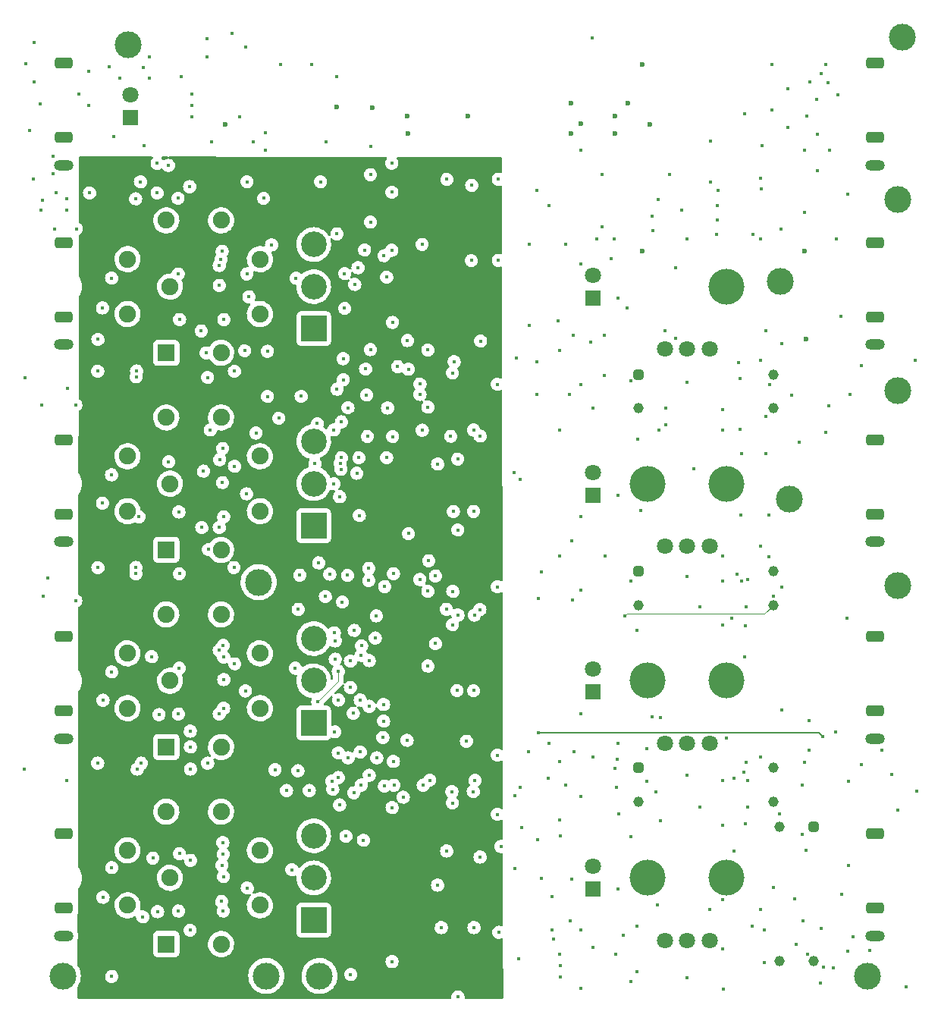
<source format=gbr>
%TF.GenerationSoftware,KiCad,Pcbnew,(6.0.1)*%
%TF.CreationDate,2024-02-21T06:32:33-08:00*%
%TF.ProjectId,main,6d61696e-2e6b-4696-9361-645f70636258,1.0*%
%TF.SameCoordinates,Original*%
%TF.FileFunction,Copper,L2,Inr*%
%TF.FilePolarity,Positive*%
%FSLAX46Y46*%
G04 Gerber Fmt 4.6, Leading zero omitted, Abs format (unit mm)*
G04 Created by KiCad (PCBNEW (6.0.1)) date 2024-02-21 06:32:33*
%MOMM*%
%LPD*%
G01*
G04 APERTURE LIST*
G04 Aperture macros list*
%AMRoundRect*
0 Rectangle with rounded corners*
0 $1 Rounding radius*
0 $2 $3 $4 $5 $6 $7 $8 $9 X,Y pos of 4 corners*
0 Add a 4 corners polygon primitive as box body*
4,1,4,$2,$3,$4,$5,$6,$7,$8,$9,$2,$3,0*
0 Add four circle primitives for the rounded corners*
1,1,$1+$1,$2,$3*
1,1,$1+$1,$4,$5*
1,1,$1+$1,$6,$7*
1,1,$1+$1,$8,$9*
0 Add four rect primitives between the rounded corners*
20,1,$1+$1,$2,$3,$4,$5,0*
20,1,$1+$1,$4,$5,$6,$7,0*
20,1,$1+$1,$6,$7,$8,$9,0*
20,1,$1+$1,$8,$9,$2,$3,0*%
%AMHorizOval*
0 Thick line with rounded ends*
0 $1 width*
0 $2 $3 position (X,Y) of the first rounded end (center of the circle)*
0 $4 $5 position (X,Y) of the second rounded end (center of the circle)*
0 Add line between two ends*
20,1,$1,$2,$3,$4,$5,0*
0 Add two circle primitives to create the rounded ends*
1,1,$1,$2,$3*
1,1,$1,$4,$5*%
G04 Aperture macros list end*
%TA.AperFunction,ComponentPad*%
%ADD10R,2.850000X2.850000*%
%TD*%
%TA.AperFunction,ComponentPad*%
%ADD11C,2.850000*%
%TD*%
%TA.AperFunction,ComponentPad*%
%ADD12RoundRect,0.287500X-0.287500X-0.287500X0.287500X-0.287500X0.287500X0.287500X-0.287500X0.287500X0*%
%TD*%
%TA.AperFunction,ComponentPad*%
%ADD13C,1.150000*%
%TD*%
%TA.AperFunction,WasherPad*%
%ADD14C,4.000000*%
%TD*%
%TA.AperFunction,ComponentPad*%
%ADD15C,1.800000*%
%TD*%
%TA.AperFunction,ComponentPad*%
%ADD16R,1.900000X1.900000*%
%TD*%
%TA.AperFunction,ComponentPad*%
%ADD17HorizOval,1.900000X0.000000X0.000000X0.000000X0.000000X0*%
%TD*%
%TA.AperFunction,ComponentPad*%
%ADD18R,1.800000X1.800000*%
%TD*%
%TA.AperFunction,ComponentPad*%
%ADD19O,2.200000X1.200000*%
%TD*%
%TA.AperFunction,ComponentPad*%
%ADD20RoundRect,0.300000X-0.700000X-0.300000X0.700000X-0.300000X0.700000X0.300000X-0.700000X0.300000X0*%
%TD*%
%TA.AperFunction,ComponentPad*%
%ADD21RoundRect,0.287500X-0.287500X0.287500X-0.287500X-0.287500X0.287500X-0.287500X0.287500X0.287500X0*%
%TD*%
%TA.AperFunction,ComponentPad*%
%ADD22C,3.000000*%
%TD*%
%TA.AperFunction,ViaPad*%
%ADD23C,0.450000*%
%TD*%
%TA.AperFunction,ViaPad*%
%ADD24C,0.600000*%
%TD*%
%TA.AperFunction,Conductor*%
%ADD25C,0.120000*%
%TD*%
%TA.AperFunction,Conductor*%
%ADD26C,0.200000*%
%TD*%
G04 APERTURE END LIST*
D10*
%TO.N,F4{slash}1*%
%TO.C,SW7*%
X73300000Y-140700000D03*
D11*
%TO.N,F4*%
X73300000Y-136000000D03*
%TO.N,Net-(SW7-Pad3)*%
X73300000Y-131300000D03*
%TD*%
D12*
%TO.N,Net-(R126-Pad1)*%
%TO.C,U35*%
X109600000Y-101750000D03*
D13*
%TO.N,Net-(D28-Pad1)*%
X109600000Y-105550000D03*
%TO.N,Net-(R129-Pad2)*%
X124600000Y-101750000D03*
%TO.N,SIG2\u002A*%
X124600000Y-105550000D03*
%TD*%
D14*
%TO.N,*%
%TO.C,RV10*%
X119400000Y-70000000D03*
D15*
%TO.N,+9V*%
X117500000Y-77000000D03*
%TO.N,Net-(R117-Pad2)*%
X115000000Y-77000000D03*
%TO.N,GND*%
X112500000Y-77000000D03*
%TD*%
D10*
%TO.N,F1{slash}1*%
%TO.C,SW4*%
X73300000Y-74700000D03*
D11*
%TO.N,F1*%
X73300000Y-70000000D03*
%TO.N,Net-(U12-Pad1)*%
X73300000Y-65300000D03*
%TD*%
D16*
%TO.N,Net-(SW2-Pad1)*%
%TO.C,SW2*%
X56838533Y-77391036D03*
D17*
%TO.N,Net-(SW2-Pad2)*%
X52508964Y-73061467D03*
%TO.N,Net-(SW2-Pad3)*%
X52508964Y-66938533D03*
%TO.N,Net-(SW2-Pad4)*%
X56838533Y-62608964D03*
%TO.N,Net-(SW2-Pad5)*%
X62961467Y-62608964D03*
%TO.N,Net-(SW2-Pad6)*%
X67291036Y-66938533D03*
%TO.N,Net-(SW2-Pad7)*%
X67291036Y-73061467D03*
%TO.N,Net-(SW2-Pad8)*%
X62961467Y-77391036D03*
%TO.N,R1*%
X57250000Y-70000000D03*
%TD*%
D14*
%TO.N,*%
%TO.C,RV11*%
X110600000Y-114000000D03*
X119400000Y-114000000D03*
D15*
%TO.N,+9V*%
X117500000Y-121000000D03*
%TO.N,Net-(R114-Pad2)*%
X115000000Y-121000000D03*
%TO.N,GND*%
X112500000Y-121000000D03*
%TD*%
D18*
%TO.N,Net-(D16-Pad1)*%
%TO.C,D16*%
X52800000Y-51100000D03*
D15*
%TO.N,Net-(D16-Pad2)*%
X52800000Y-48560000D03*
%TD*%
D19*
%TO.N,GND*%
%TO.C,J2*%
X45400000Y-76480000D03*
D20*
%TO.N,Net-(J2-PadT)*%
X45400000Y-65080000D03*
%TO.N,GND*%
X45400000Y-73380000D03*
%TD*%
D18*
%TO.N,Net-(D26-Pad1)*%
%TO.C,D26*%
X104450000Y-71270000D03*
D15*
%TO.N,Net-(D26-Pad2)*%
X104450000Y-68730000D03*
%TD*%
D14*
%TO.N,*%
%TO.C,RV14*%
X119400000Y-92000000D03*
X110600000Y-92000000D03*
D15*
%TO.N,+9V*%
X117500000Y-99000000D03*
%TO.N,Net-(R127-Pad2)*%
X115000000Y-99000000D03*
%TO.N,GND*%
X112500000Y-99000000D03*
%TD*%
D18*
%TO.N,Net-(D28-Pad1)*%
%TO.C,D28*%
X104450000Y-93270000D03*
D15*
%TO.N,Net-(D28-Pad2)*%
X104450000Y-90730000D03*
%TD*%
D18*
%TO.N,Net-(D27-Pad1)*%
%TO.C,D27*%
X104450000Y-137270000D03*
D15*
%TO.N,Net-(D27-Pad2)*%
X104450000Y-134730000D03*
%TD*%
D19*
%TO.N,GND*%
%TO.C,J9*%
X136000000Y-76480000D03*
D20*
%TO.N,Net-(J9-PadT)*%
X136000000Y-65080000D03*
%TO.N,unconnected-(J9-PadTN)*%
X136000000Y-73380000D03*
%TD*%
D10*
%TO.N,F2{slash}1*%
%TO.C,SW6*%
X73300000Y-96700000D03*
D11*
%TO.N,F2*%
X73300000Y-92000000D03*
%TO.N,Net-(SW6-Pad3)*%
X73300000Y-87300000D03*
%TD*%
D19*
%TO.N,GND*%
%TO.C,J3*%
X45400000Y-98480000D03*
D20*
%TO.N,Net-(J3-PadT)*%
X45400000Y-87080000D03*
%TO.N,GND*%
X45400000Y-95380000D03*
%TD*%
D18*
%TO.N,Net-(D25-Pad1)*%
%TO.C,D25*%
X104450000Y-115270000D03*
D15*
%TO.N,Net-(D25-Pad2)*%
X104450000Y-112730000D03*
%TD*%
D16*
%TO.N,Net-(SW8-Pad1)*%
%TO.C,SW8*%
X56838533Y-143391036D03*
D17*
%TO.N,Net-(SW8-Pad2)*%
X52508964Y-139061467D03*
%TO.N,Net-(SW8-Pad3)*%
X52508964Y-132938533D03*
%TO.N,Net-(SW8-Pad4)*%
X56838533Y-128608964D03*
%TO.N,Net-(SW8-Pad5)*%
X62961467Y-128608964D03*
%TO.N,Net-(SW8-Pad6)*%
X67291036Y-132938533D03*
%TO.N,Net-(SW8-Pad7)*%
X67291036Y-139061467D03*
%TO.N,Net-(SW8-Pad8)*%
X62961467Y-143391036D03*
%TO.N,R4*%
X57250000Y-136000000D03*
%TD*%
D14*
%TO.N,*%
%TO.C,RV15*%
X110600000Y-136000000D03*
X119400000Y-136000000D03*
D15*
%TO.N,+9V*%
X117500000Y-143000000D03*
%TO.N,Net-(R124-Pad2)*%
X115000000Y-143000000D03*
%TO.N,GND*%
X112500000Y-143000000D03*
%TD*%
D12*
%TO.N,Net-(R113-Pad1)*%
%TO.C,U30*%
X109600000Y-123700000D03*
D13*
%TO.N,Net-(D25-Pad1)*%
X109600000Y-127500000D03*
%TO.N,Net-(R118-Pad2)*%
X124600000Y-123700000D03*
%TO.N,SIG3\u002A*%
X124600000Y-127500000D03*
%TD*%
D10*
%TO.N,F3{slash}1*%
%TO.C,SW5*%
X73300000Y-118700000D03*
D11*
%TO.N,F3*%
X73300000Y-114000000D03*
%TO.N,Net-(SW5-Pad3)*%
X73300000Y-109300000D03*
%TD*%
D19*
%TO.N,GND*%
%TO.C,J7*%
X136000000Y-56480000D03*
D20*
%TO.N,Net-(J7-PadT)*%
X136000000Y-45080000D03*
%TO.N,unconnected-(J7-PadTN)*%
X136000000Y-53380000D03*
%TD*%
D16*
%TO.N,Net-(SW1-Pad1)*%
%TO.C,SW1*%
X56838533Y-99391036D03*
D17*
%TO.N,Net-(SW1-Pad2)*%
X52508964Y-95061467D03*
%TO.N,Net-(SW1-Pad3)*%
X52508964Y-88938533D03*
%TO.N,Net-(SW1-Pad4)*%
X56838533Y-84608964D03*
%TO.N,Net-(SW1-Pad5)*%
X62961467Y-84608964D03*
%TO.N,Net-(SW1-Pad6)*%
X67291036Y-88938533D03*
%TO.N,Net-(SW1-Pad7)*%
X67291036Y-95061467D03*
%TO.N,Net-(SW1-Pad8)*%
X62961467Y-99391036D03*
%TO.N,R2*%
X57250000Y-92000000D03*
%TD*%
D16*
%TO.N,Net-(SW3-Pad1)*%
%TO.C,SW3*%
X56838533Y-121391036D03*
D17*
%TO.N,Net-(SW3-Pad2)*%
X52508964Y-117061467D03*
%TO.N,Net-(SW3-Pad3)*%
X52508964Y-110938533D03*
%TO.N,Net-(SW3-Pad4)*%
X56838533Y-106608964D03*
%TO.N,Net-(SW3-Pad5)*%
X62961467Y-106608964D03*
%TO.N,Net-(SW3-Pad6)*%
X67291036Y-110938533D03*
%TO.N,Net-(SW3-Pad7)*%
X67291036Y-117061467D03*
%TO.N,Net-(SW3-Pad8)*%
X62961467Y-121391036D03*
%TO.N,R3*%
X57250000Y-114000000D03*
%TD*%
D21*
%TO.N,Net-(R123-Pad1)*%
%TO.C,U34*%
X129100000Y-130300000D03*
D13*
%TO.N,Net-(D27-Pad1)*%
X125300000Y-130300000D03*
%TO.N,Net-(R128-Pad2)*%
X129100000Y-145300000D03*
%TO.N,SIG4\u002A*%
X125300000Y-145300000D03*
%TD*%
D19*
%TO.N,GND*%
%TO.C,J5*%
X45400000Y-142480000D03*
D20*
%TO.N,Net-(J5-PadT)*%
X45400000Y-131080000D03*
%TO.N,GND*%
X45400000Y-139380000D03*
%TD*%
D19*
%TO.N,GND*%
%TO.C,J10*%
X136000000Y-142480000D03*
D20*
%TO.N,Net-(J10-PadT)*%
X136000000Y-131080000D03*
%TO.N,unconnected-(J10-PadTN)*%
X136000000Y-139380000D03*
%TD*%
D19*
%TO.N,GND*%
%TO.C,J4*%
X45400000Y-120480000D03*
D20*
%TO.N,Net-(J4-PadT)*%
X45400000Y-109080000D03*
%TO.N,GND*%
X45400000Y-117380000D03*
%TD*%
D19*
%TO.N,GND*%
%TO.C,J11*%
X136000000Y-98480000D03*
D20*
%TO.N,Net-(J11-PadT)*%
X136000000Y-87080000D03*
%TO.N,unconnected-(J11-PadTN)*%
X136000000Y-95380000D03*
%TD*%
D19*
%TO.N,GND*%
%TO.C,J1*%
X45400000Y-56480000D03*
D20*
%TO.N,Net-(J1-PadT)*%
X45400000Y-45080000D03*
%TO.N,GND*%
X45400000Y-53380000D03*
%TD*%
D12*
%TO.N,Net-(R116-Pad1)*%
%TO.C,U31*%
X109600000Y-79800000D03*
D13*
%TO.N,Net-(D26-Pad1)*%
X109600000Y-83600000D03*
%TO.N,Net-(R119-Pad2)*%
X124600000Y-79800000D03*
%TO.N,SIG1\u002A*%
X124600000Y-83600000D03*
%TD*%
D19*
%TO.N,GND*%
%TO.C,J8*%
X136000000Y-120480000D03*
D20*
%TO.N,Net-(J8-PadT)*%
X136000000Y-109080000D03*
%TO.N,unconnected-(J8-PadTN)*%
X136000000Y-117380000D03*
%TD*%
D22*
%TO.N,GND*%
%TO.C,TP1*%
X135170000Y-146950000D03*
%TD*%
%TO.N,+5V*%
%TO.C,TP22*%
X125400000Y-69450000D03*
%TD*%
%TO.N,OSC3*%
%TO.C,TP5*%
X138500000Y-81650000D03*
%TD*%
%TO.N,GND*%
%TO.C,TP2*%
X45280000Y-146950000D03*
%TD*%
%TO.N,OSC2*%
%TO.C,TP6*%
X138500000Y-60300000D03*
%TD*%
%TO.N,-12V*%
%TO.C,TP21*%
X73950000Y-146950000D03*
%TD*%
%TO.N,OSC4*%
%TO.C,TP7*%
X138500000Y-103350000D03*
%TD*%
%TO.N,+12V*%
%TO.C,TP20*%
X68000000Y-146950000D03*
%TD*%
%TO.N,Clk*%
%TO.C,TP3*%
X52550000Y-43050000D03*
%TD*%
%TO.N,-9V*%
%TO.C,TP23*%
X67150000Y-103000000D03*
%TD*%
%TO.N,OSC1*%
%TO.C,TP4*%
X139000000Y-42200000D03*
%TD*%
%TO.N,+9V*%
%TO.C,TP24*%
X126400000Y-93700000D03*
%TD*%
D23*
%TO.N,+12V*%
X50750000Y-147000000D03*
%TO.N,-12V*%
X125450000Y-63600000D03*
%TO.N,+9V*%
X71225000Y-57625000D03*
%TO.N,Net-(R18-Pad2)*%
X67700000Y-60150000D03*
X67925000Y-52825000D03*
%TO.N,Net-(U15-Pad2)*%
X55875000Y-139775000D03*
%TO.N,Net-(U11-Pad2)*%
X56025000Y-117775000D03*
%TO.N,Net-(U10-Pad2)*%
X62750000Y-67650000D03*
X61300000Y-77400000D03*
%TO.N,+12V*%
X98262500Y-131712500D03*
X86050000Y-77075000D03*
X121387500Y-111362500D03*
X88824511Y-104025489D03*
X76600000Y-78050000D03*
X123600000Y-145450000D03*
X75900000Y-46575000D03*
X123600000Y-141850000D03*
X130500000Y-45250000D03*
X66550000Y-53875000D03*
D24*
X79850000Y-50000000D03*
D23*
X100770000Y-86000000D03*
X105500000Y-57500000D03*
X100800000Y-131350000D03*
X54300000Y-45525000D03*
X79637500Y-57512500D03*
X88795000Y-107755000D03*
X79637500Y-62800000D03*
X79637500Y-77037500D03*
X50750000Y-134850000D03*
X124500000Y-50300000D03*
X86255000Y-125095000D03*
X100770000Y-100080000D03*
X100770000Y-77095000D03*
X113050000Y-57500000D03*
X50475489Y-45500000D03*
X111845000Y-86005000D03*
X86050000Y-83450000D03*
D24*
X75850000Y-49925000D03*
D23*
X79637500Y-54362500D03*
X75700000Y-111600000D03*
X118955000Y-86005000D03*
X86050000Y-112350000D03*
X50725000Y-69050000D03*
X50737493Y-91012507D03*
X75900000Y-81450000D03*
X112000000Y-129600000D03*
X73862500Y-100837500D03*
X74700000Y-53875000D03*
X124500000Y-45250000D03*
X86150000Y-100600000D03*
X58500000Y-46575000D03*
X118955000Y-130105000D03*
X76400000Y-85100000D03*
X76050000Y-124800000D03*
X123155000Y-57895000D03*
X50750000Y-113000000D03*
X105500000Y-63350000D03*
X111800000Y-60250000D03*
X86050000Y-104000000D03*
X118955000Y-107755000D03*
X100770000Y-144520000D03*
X100770000Y-123000000D03*
X76400000Y-89100000D03*
X75900000Y-64100000D03*
X100770000Y-129580000D03*
%TO.N,-12V*%
X106850000Y-64650000D03*
X124150000Y-100150000D03*
X74600000Y-104600000D03*
X75100000Y-102100000D03*
X118950000Y-100100000D03*
X93795000Y-122305000D03*
X104500000Y-83550000D03*
X128145000Y-61705000D03*
X103150000Y-103900000D03*
X77400000Y-111800000D03*
X128105000Y-54805000D03*
X103150000Y-148325000D03*
X76200000Y-127850000D03*
X99950000Y-141800000D03*
X80175000Y-109225000D03*
X93795000Y-103505000D03*
X130700000Y-47250000D03*
X115000000Y-64650000D03*
X121025000Y-95475000D03*
X114400000Y-61500000D03*
X79100000Y-79200000D03*
X103150000Y-54800000D03*
X118955000Y-125155000D03*
X133562500Y-142587500D03*
X76200000Y-93450000D03*
X103150000Y-95700000D03*
X103150000Y-126900000D03*
X118955000Y-83695000D03*
X103150000Y-67450000D03*
X77887500Y-69762500D03*
X78250000Y-67900000D03*
X78500000Y-121950000D03*
D24*
X110850000Y-51900000D03*
D23*
X81224511Y-103475489D03*
X93795000Y-80905000D03*
D24*
X103150000Y-51850000D03*
D23*
X93795000Y-128905000D03*
X77400000Y-114750000D03*
X103150000Y-141800000D03*
X99950000Y-138100000D03*
X130895000Y-54805000D03*
X103150000Y-117700000D03*
X121600000Y-123100000D03*
X103150000Y-80900000D03*
X106550000Y-66850000D03*
X119375000Y-120375000D03*
D24*
X63400000Y-51925000D03*
D23*
X118950000Y-102850000D03*
X79200000Y-82100000D03*
X124150000Y-95500000D03*
%TO.N,Net-(C13-Pad1)*%
X123375000Y-54275000D03*
X121406250Y-50743750D03*
%TO.N,Net-(C17-Pad1)*%
X130000000Y-46250000D03*
X128400000Y-50995000D03*
%TO.N,Net-(C20-Pad1)*%
X129475000Y-49075000D03*
X129575000Y-53025000D03*
%TO.N,Net-(C7-Pad1)*%
X54925000Y-44325000D03*
X61350000Y-44325000D03*
X54925000Y-46775000D03*
%TO.N,F3*%
X88125000Y-106025000D03*
X71575000Y-106025000D03*
X134475000Y-123375000D03*
X132850000Y-107000000D03*
X120000000Y-107000000D03*
%TO.N,F4*%
X120250000Y-124850000D03*
X120239989Y-133000000D03*
X127815000Y-125635000D03*
X88150000Y-133000000D03*
%TO.N,F2*%
X85425000Y-86025000D03*
X75550000Y-92000000D03*
X126650000Y-82150000D03*
X75550000Y-86000000D03*
%TO.N,VCA3*%
X49775000Y-116175000D03*
X107200000Y-122800000D03*
%TO.N,VCA1*%
X102250000Y-75450000D03*
X49725000Y-72375000D03*
X100625000Y-73825000D03*
%TO.N,VCA4*%
X100100000Y-142850000D03*
X49775000Y-138175000D03*
%TO.N,VCA2*%
X102100000Y-98400000D03*
X49725000Y-94175000D03*
%TO.N,Clk*%
X49200000Y-75900000D03*
X55825000Y-59550000D03*
X44500000Y-59550000D03*
X42125000Y-42775000D03*
X42125000Y-47175000D03*
X49200000Y-101375000D03*
X49179520Y-123195480D03*
X55825000Y-56250000D03*
X49179520Y-79445480D03*
X48275000Y-59550000D03*
%TO.N,Net-(C11-Pad1)*%
X61925000Y-53875000D03*
X67925000Y-54800000D03*
%TO.N,Net-(C12-Pad1)*%
X126275000Y-47925000D03*
X126250000Y-52250000D03*
%TO.N,Net-(C17-Pad2)*%
X128700000Y-47150000D03*
X131850000Y-48600000D03*
%TO.N,Net-(R30-Pad1)*%
X45800000Y-81400000D03*
X41050000Y-80200000D03*
%TO.N,Net-(R31-Pad1)*%
X45750000Y-61500000D03*
X42850000Y-61500000D03*
X41975000Y-57975000D03*
%TO.N,Net-(R39-Pad1)*%
X45700000Y-125150000D03*
X41000000Y-123900000D03*
%TO.N,1f*%
X133215000Y-82035000D03*
X132175000Y-73325000D03*
%TO.N,2f*%
X130845000Y-83305000D03*
X130450000Y-86250000D03*
%TO.N,3f*%
X131550000Y-119750000D03*
X133000000Y-125250000D03*
%TO.N,Net-(U10-Pad3)*%
X53950000Y-58300000D03*
X65834511Y-58300000D03*
X65834511Y-68584511D03*
%TO.N,Net-(U11-Pad3)*%
X53450000Y-101350000D03*
X64475000Y-112100000D03*
X64399453Y-101350000D03*
%TO.N,+9V*%
X123199511Y-64700000D03*
X88300000Y-104725000D03*
X47800000Y-121900000D03*
X61030000Y-66055000D03*
X61000000Y-109900000D03*
X72800000Y-124000000D03*
X88250000Y-56750000D03*
X63125000Y-58925000D03*
X60975000Y-131950000D03*
X47850000Y-100050000D03*
X44225000Y-55425000D03*
X84737500Y-95262500D03*
X88850000Y-139550000D03*
X117500000Y-139550000D03*
X88300000Y-131750000D03*
X47750000Y-55800000D03*
X53762500Y-56037500D03*
X59550000Y-57250000D03*
X84837500Y-115312500D03*
X88925000Y-112550000D03*
X88900000Y-92550000D03*
X65590000Y-82160000D03*
X47725000Y-58250000D03*
X131650000Y-64700000D03*
X63125000Y-55875000D03*
X123199511Y-139549511D03*
X47800000Y-78125000D03*
X123199511Y-99000489D03*
X123199511Y-78250000D03*
X64350000Y-124700000D03*
X123199511Y-122500489D03*
X88875000Y-64550000D03*
X60950000Y-87875000D03*
X85337500Y-141912500D03*
X128062500Y-123137500D03*
X88250000Y-84750000D03*
%TO.N,+5V*%
X128650000Y-121750000D03*
X127550000Y-87350000D03*
D24*
X110000000Y-45200000D03*
D23*
X73075000Y-45200000D03*
D24*
X110000000Y-66000000D03*
X128250000Y-75900000D03*
X128100000Y-66000000D03*
D23*
X128650000Y-118450000D03*
X136750000Y-121750000D03*
X138550000Y-128400000D03*
X137800000Y-124450000D03*
X69575000Y-45200000D03*
%TO.N,Net-(C64-Pad1)*%
X91932926Y-76082926D03*
X83775000Y-76025000D03*
%TO.N,OSC1*%
X104425000Y-42225000D03*
X97400000Y-65300000D03*
X95906250Y-77993750D03*
X109850000Y-95000000D03*
X97400000Y-74350000D03*
X101400000Y-65300000D03*
X95650000Y-90800000D03*
%TO.N,Net-(C65-Pad1)*%
X96325000Y-125875000D03*
X91115000Y-126365000D03*
X90350000Y-120750000D03*
X83725000Y-120650000D03*
%TO.N,OSC3*%
X111700000Y-139000000D03*
X79500000Y-116850000D03*
X95800000Y-126850000D03*
X91305000Y-125095000D03*
X79500000Y-124550000D03*
X111534511Y-126415489D03*
X140600000Y-126350000D03*
%TO.N,Net-(C74-Pad1)*%
X89384511Y-89265489D03*
X96350000Y-91500000D03*
X88785000Y-79635000D03*
X83875000Y-97575000D03*
X89384511Y-97165489D03*
X83875000Y-79225000D03*
%TO.N,OSC2*%
X85162500Y-82037500D03*
X120712500Y-78487500D03*
X112000000Y-118100000D03*
X125550000Y-117300000D03*
X125575000Y-103525000D03*
X88985000Y-78365000D03*
X140450000Y-78200000D03*
X121750000Y-102700000D03*
X85162500Y-80887500D03*
%TO.N,Net-(C75-Pad1)*%
X83300000Y-127000000D03*
X88785000Y-127635000D03*
X82050000Y-128150000D03*
X96175000Y-145025000D03*
X82050000Y-145350000D03*
%TO.N,OSC4*%
X88735000Y-126365000D03*
X89409511Y-149290489D03*
X119050000Y-148400000D03*
X85525000Y-125650000D03*
X82262500Y-125650000D03*
X139450000Y-148150000D03*
D24*
%TO.N,Net-(D1-Pad2)*%
X108350000Y-49500000D03*
X102050000Y-52950000D03*
X102050000Y-49500000D03*
X83800000Y-52950000D03*
%TO.N,Net-(D2-Pad2)*%
X83700000Y-50950000D03*
X90500000Y-50950000D03*
X106900000Y-50950000D03*
X106925000Y-52925000D03*
D23*
%TO.N,Net-(D15-Pad1)*%
X42800000Y-49650000D03*
X47100000Y-48550000D03*
%TO.N,Net-(D15-Pad2)*%
X59710000Y-48540000D03*
X48150000Y-45950000D03*
X48159511Y-49759511D03*
X61350000Y-42325000D03*
%TO.N,Net-(D25-Pad1)*%
X111050000Y-118000000D03*
%TO.N,Net-(D25-Pad2)*%
X104475000Y-122475000D03*
%TO.N,Net-(D26-Pad1)*%
X107300000Y-71250000D03*
%TO.N,Net-(D26-Pad2)*%
X104200000Y-76200000D03*
%TO.N,Net-(D27-Pad1)*%
X125300000Y-128874999D03*
X107300000Y-137270000D03*
X107324999Y-128874999D03*
%TO.N,Net-(D27-Pad2)*%
X104475000Y-143775000D03*
%TO.N,Net-(D28-Pad1)*%
X107300000Y-93270000D03*
%TO.N,Net-(D28-Pad2)*%
X105795000Y-100095000D03*
%TO.N,Net-(Q2-Pad1)*%
X41550000Y-52600000D03*
X41175000Y-45125000D03*
%TO.N,Net-(D16-Pad2)*%
X54350000Y-54300000D03*
%TO.N,Net-(R14-Pad1)*%
X117600000Y-53800000D03*
X117600000Y-58350000D03*
X123275000Y-59125000D03*
%TO.N,-9V*%
X59450000Y-58850000D03*
X129550000Y-57050000D03*
X82025489Y-56225489D03*
X82200000Y-123000000D03*
X82100000Y-86750000D03*
X79300000Y-86725000D03*
X78975000Y-65925000D03*
X82100000Y-74000000D03*
X96500000Y-130350000D03*
X97250000Y-121950000D03*
X82025489Y-65950000D03*
X79450000Y-102800000D03*
X82200000Y-102050000D03*
X82025489Y-59474511D03*
%TO.N,Net-(R19-Pad1)*%
X64146787Y-41753213D03*
X59705000Y-51080000D03*
X65671787Y-43278213D03*
X65050000Y-51075000D03*
%TO.N,Net-(R33-Pad2)*%
X46737500Y-83212500D03*
X42950000Y-83250000D03*
%TO.N,Net-(R35-Pad1)*%
X45750000Y-60200000D03*
X44200000Y-57400000D03*
%TO.N,Net-(R35-Pad2)*%
X43000000Y-60400000D03*
X44350000Y-63600000D03*
X46799520Y-63550000D03*
%TO.N,Net-(R37-Pad2)*%
X43100000Y-104600000D03*
X46737500Y-105062500D03*
X43600000Y-102550000D03*
%TO.N,Net-(R56-Pad1)*%
X93925000Y-67075000D03*
X93925000Y-58025000D03*
%TO.N,Net-(R62-Pad1)*%
X91150000Y-115100000D03*
X91850000Y-106050000D03*
%TO.N,Net-(R86-Pad1)*%
X91155000Y-86005000D03*
X91155000Y-95095000D03*
%TO.N,Net-(R91-Pad1)*%
X94200000Y-132500000D03*
X93975000Y-142075000D03*
%TO.N,Net-(R111-Pad2)*%
X105750000Y-79900000D03*
X105750000Y-75450000D03*
%TO.N,Net-(R113-Pad1)*%
X106900000Y-123800000D03*
%TO.N,Net-(R114-Pad2)*%
X107100000Y-125900000D03*
X115000000Y-124550000D03*
%TO.N,Net-(R117-Pad2)*%
X115000000Y-80700000D03*
X108700000Y-80550000D03*
%TO.N,Net-(R118-Pad2)*%
X101400000Y-125635000D03*
X102350000Y-121950000D03*
%TO.N,Net-(R119-Pad2)*%
X101900000Y-82000000D03*
%TO.N,Net-(R123-Pad1)*%
X128450000Y-144500000D03*
X107050000Y-144500000D03*
%TO.N,Net-(R124-Pad2)*%
X115000000Y-147150000D03*
X108750000Y-147600000D03*
%TO.N,Net-(R127-Pad2)*%
X108750000Y-102900000D03*
X115000000Y-102350000D03*
%TO.N,Net-(R128-Pad2)*%
X127950000Y-140800000D03*
X100840000Y-147060000D03*
X101950000Y-140800000D03*
%TO.N,Net-(R129-Pad2)*%
X102162074Y-104987926D03*
X124600000Y-104550000D03*
%TO.N,SIG3*%
X118400000Y-62550000D03*
X107250000Y-120950000D03*
X99525000Y-124875000D03*
X99550000Y-120950000D03*
%TO.N,SIG1*%
X118465000Y-59235000D03*
X98185000Y-59235000D03*
X98185000Y-78365000D03*
X98200000Y-82000000D03*
%TO.N,SIG4*%
X100810000Y-145790000D03*
X118250000Y-64150000D03*
X122350000Y-64150000D03*
X107850000Y-142450000D03*
X109400000Y-146500000D03*
X109400000Y-141400000D03*
X122300000Y-141400000D03*
%TO.N,SIG2*%
X118350000Y-60950000D03*
X98727926Y-101877926D03*
X99600000Y-60950000D03*
X98400000Y-104800000D03*
%TO.N,Net-(U6-Pad3)*%
X53525000Y-79425000D03*
X64450000Y-79450000D03*
X64450000Y-90050000D03*
%TO.N,F2{slash}1*%
X69400000Y-84700000D03*
X73700000Y-85300000D03*
X53475000Y-80075000D03*
X61450000Y-80150000D03*
X61750000Y-86000000D03*
X60995000Y-90595000D03*
%TO.N,F1{slash}1*%
X53425000Y-60200000D03*
X58170000Y-68595000D03*
X68130000Y-77220000D03*
X58150000Y-60150000D03*
X71330978Y-69069022D03*
%TO.N,F3{slash}1*%
X58295000Y-112595000D03*
X58300000Y-102050000D03*
X70270000Y-126250000D03*
X53450000Y-102050000D03*
X71245000Y-112595000D03*
%TO.N,Net-(SW1-Pad5)*%
X63125000Y-88075000D03*
%TO.N,Net-(U9-Pad2)*%
X62800000Y-89325000D03*
X61550000Y-99350000D03*
%TO.N,Net-(SW1-Pad2)*%
X63115000Y-91865000D03*
%TO.N,Net-(SW1-Pad6)*%
X65800000Y-93135000D03*
%TO.N,Net-(SW1-Pad3)*%
X53800000Y-95700000D03*
X63250000Y-95700000D03*
%TO.N,Net-(SW1-Pad8)*%
X62750000Y-96900000D03*
X60800000Y-96900000D03*
%TO.N,Net-(SW1-Pad4)*%
X58250000Y-95150000D03*
%TO.N,R2*%
X57100000Y-89550000D03*
%TO.N,Net-(SW2-Pad5)*%
X63080000Y-66055000D03*
%TO.N,Net-(SW2-Pad2)*%
X62765000Y-69865000D03*
%TO.N,Net-(SW2-Pad6)*%
X66065000Y-71135000D03*
%TO.N,Net-(SW2-Pad3)*%
X62950000Y-66950000D03*
X63275000Y-73675000D03*
%TO.N,Net-(SW2-Pad8)*%
X60750000Y-74950000D03*
%TO.N,Net-(SW2-Pad4)*%
X58325000Y-73675000D03*
%TO.N,Net-(SW3-Pad5)*%
X63205000Y-110055000D03*
%TO.N,Net-(U11-Pad2)*%
X63250000Y-111350000D03*
X55200000Y-111300000D03*
%TO.N,Net-(SW3-Pad2)*%
X63265000Y-113865000D03*
X63238533Y-117061467D03*
%TO.N,Net-(SW3-Pad6)*%
X65685000Y-115135000D03*
%TO.N,Net-(SW3-Pad3)*%
X62750000Y-110600000D03*
X62750000Y-117700000D03*
%TO.N,Net-(SW3-Pad8)*%
X59525000Y-121375000D03*
X59525000Y-119625000D03*
%TO.N,Net-(SW3-Pad4)*%
X58200000Y-117700000D03*
%TO.N,Net-(SW5-Pad3)*%
X72810000Y-126250000D03*
%TO.N,Net-(U12-Pad12)*%
X68130000Y-82270000D03*
X71900000Y-82250000D03*
%TO.N,Net-(SW6-Pad3)*%
X66860000Y-86350000D03*
%TO.N,Net-(U12-Pad1)*%
X68600000Y-65350000D03*
X65590000Y-77160000D03*
%TO.N,F4{slash}1*%
X70850000Y-135100000D03*
X59550000Y-134050000D03*
X68984511Y-123934511D03*
X59550000Y-123850000D03*
X53600000Y-123850000D03*
%TO.N,Net-(SW7-Pad3)*%
X71540000Y-124040000D03*
%TO.N,Net-(U14-Pad3)*%
X54050000Y-123200000D03*
X61465489Y-123200000D03*
X63055000Y-134595000D03*
%TO.N,Net-(SW8-Pad5)*%
X63155000Y-132055000D03*
%TO.N,Net-(U15-Pad2)*%
X63200000Y-133350000D03*
X55334511Y-133784511D03*
%TO.N,Net-(SW8-Pad2)*%
X63215000Y-135865000D03*
X63025000Y-138625000D03*
%TO.N,Net-(SW8-Pad6)*%
X65885000Y-137135000D03*
%TO.N,Net-(SW8-Pad3)*%
X63200000Y-139700000D03*
X54200000Y-140350000D03*
%TO.N,Net-(SW8-Pad8)*%
X59500000Y-141850000D03*
%TO.N,Net-(SW8-Pad4)*%
X58200000Y-139700000D03*
%TO.N,R4*%
X58300000Y-133300000D03*
%TO.N,F1*%
X74050000Y-58300000D03*
X88175000Y-58025000D03*
X134450000Y-78800000D03*
X132930489Y-59719511D03*
%TO.N,Net-(U18-Pad4)*%
X90895000Y-67095000D03*
X90950000Y-58700000D03*
%TO.N,Net-(U19-Pad4)*%
X89409511Y-106659511D03*
X89300000Y-115095000D03*
X91250000Y-106675000D03*
%TO.N,Net-(U24-Pad4)*%
X91875000Y-86675000D03*
X88600000Y-86700000D03*
X88900000Y-95100000D03*
%TO.N,Net-(U25-Pad4)*%
X87550000Y-141550000D03*
X91200000Y-141550000D03*
X91875000Y-133675000D03*
%TO.N,Net-(D16-Pad1)*%
X51000000Y-53250000D03*
%TO.N,Net-(J1-PadT)*%
X51650000Y-46750000D03*
%TO.N,Net-(R134-Pad2)*%
X120950000Y-85950000D03*
X120950000Y-80300000D03*
%TO.N,Net-(R132-Pad1)*%
X121050000Y-88650000D03*
X123750000Y-84500000D03*
X123750000Y-88650000D03*
X115727980Y-90377980D03*
%TO.N,Net-(R133-Pad2)*%
X112605000Y-83595000D03*
X112605000Y-85445000D03*
%TO.N,SIG1\u002A*%
X112500000Y-74900000D03*
X123800000Y-74900000D03*
X111100000Y-62150000D03*
%TO.N,VC1*%
X81150000Y-66550000D03*
X85400000Y-65300000D03*
%TO.N,Net-(R153-Pad2)*%
X120575000Y-102075000D03*
X121495000Y-107905000D03*
%TO.N,Net-(R154-Pad2)*%
X121300000Y-124200000D03*
X127850000Y-131150000D03*
X121495000Y-130005000D03*
%TO.N,Net-(C93-Pad1)*%
X129957926Y-141642074D03*
X130200000Y-145950000D03*
%TO.N,Net-(R155-Pad2)*%
X133050000Y-134650000D03*
X127195000Y-143445000D03*
X129862500Y-147712500D03*
X135350000Y-144100000D03*
%TO.N,Net-(R145-Pad2)*%
X124600000Y-137100000D03*
X118950000Y-143950000D03*
X118950000Y-138450000D03*
%TO.N,Net-(R147-Pad1)*%
X121550000Y-105750000D03*
X116415000Y-105750000D03*
%TO.N,Net-(R148-Pad1)*%
X121725000Y-128075000D03*
X116400000Y-128100000D03*
%TO.N,Net-(R149-Pad1)*%
X127035000Y-138365000D03*
X131300000Y-146050000D03*
X132250000Y-137850000D03*
%TO.N,SIG2\u002A*%
X80300000Y-106750000D03*
X76600000Y-80400000D03*
X108050000Y-106750000D03*
%TO.N,SIG3\u002A*%
X77725000Y-117625000D03*
X77784511Y-126515489D03*
%TO.N,SIG4\u002A*%
X75650000Y-119700000D03*
X77424511Y-146775489D03*
X77150000Y-122600000D03*
X76050000Y-122050000D03*
%TO.N,VC2*%
X87137500Y-89812500D03*
X81450000Y-89100000D03*
%TO.N,VC3*%
X86900000Y-109850000D03*
X86900000Y-102300000D03*
X79450000Y-101450000D03*
%TO.N,VC4*%
X95800000Y-135000000D03*
X87137500Y-136812500D03*
%TO.N,Net-(C111-Pad2)*%
X78400000Y-95550000D03*
X78350000Y-89100000D03*
%TO.N,Net-(C112-Pad2)*%
X77075000Y-102225000D03*
X71750000Y-102200000D03*
%TO.N,Net-(R13-Pad1)*%
X59690000Y-49810000D03*
X57075000Y-56475000D03*
%TO.N,VCF1*%
X124250000Y-80900000D03*
X113750000Y-75800000D03*
X113700000Y-67900000D03*
X125525000Y-76375000D03*
%TO.N,Net-(R192-Pad1)*%
X111200000Y-63750000D03*
X104900000Y-64700000D03*
%TO.N,Net-(C122-Pad2)*%
X78650000Y-110100000D03*
X79500000Y-111750000D03*
%TO.N,Net-(C123-Pad2)*%
X75600000Y-108650000D03*
X78600000Y-111150000D03*
%TO.N,Net-(C124-Pad2)*%
X77125000Y-83525000D03*
X81550000Y-83550000D03*
%TO.N,Net-(C125-Pad2)*%
X75425000Y-126125000D03*
X81200000Y-125750000D03*
%TO.N,Net-(R197-Pad1)*%
X73750000Y-116350000D03*
X76050000Y-112950000D03*
X75700000Y-109550000D03*
%TO.N,Net-(R198-Pad1)*%
X78500000Y-116150000D03*
X76075000Y-116150000D03*
X81100000Y-116650000D03*
%TO.N,VCF2*%
X121100000Y-102850000D03*
X85150000Y-102700000D03*
X82675000Y-78925000D03*
%TO.N,Net-(R204-Pad1)*%
X75337500Y-125212500D03*
X80350000Y-122600000D03*
X78850000Y-131800000D03*
X78600000Y-125650000D03*
%TO.N,VCF3*%
X110500000Y-121550000D03*
X110500000Y-125250000D03*
X121750000Y-125150000D03*
X81100000Y-118500000D03*
%TO.N,VCF4*%
X132950000Y-144200000D03*
X98350489Y-119800489D03*
X130150000Y-120250000D03*
X81025000Y-120325000D03*
%TO.N,Net-(R133-Pad1)*%
X109450000Y-87050000D03*
X81450000Y-68950000D03*
X76750000Y-72429511D03*
X108320489Y-72429511D03*
X76750000Y-68550000D03*
%TO.N,Net-(R150-Pad1)*%
X109425000Y-108375000D03*
X73450000Y-89750000D03*
X77825000Y-108375000D03*
X76350000Y-90400000D03*
%TO.N,Net-(R151-Pad1)*%
X108700000Y-131400000D03*
X76500000Y-105200000D03*
X76900000Y-131350000D03*
%TO.N,Net-(R152-Pad1)*%
X98750000Y-136050000D03*
X102150000Y-136125000D03*
X128250000Y-132950000D03*
%TO.N,Net-(R178-Pad2)*%
X76250000Y-89750000D03*
X78109520Y-90840480D03*
%TD*%
D25*
%TO.N,SIG2\u002A*%
X108050000Y-106750000D02*
X108284511Y-106515489D01*
X123634511Y-106515489D02*
X124600000Y-105550000D01*
X108284511Y-106515489D02*
X123634511Y-106515489D01*
%TO.N,Net-(R197-Pad1)*%
X76050000Y-114050000D02*
X76050000Y-112950000D01*
X73750000Y-116350000D02*
X76050000Y-114050000D01*
D26*
%TO.N,VCF4*%
X130150000Y-120250000D02*
X129700489Y-119800489D01*
X129700489Y-119800489D02*
X98350489Y-119800489D01*
%TD*%
%TA.AperFunction,Conductor*%
%TO.N,+9V*%
G36*
X52394750Y-55484962D02*
G01*
X55244738Y-55489383D01*
X55312828Y-55509491D01*
X55359238Y-55563219D01*
X55369233Y-55633508D01*
X55339639Y-55698043D01*
X55332700Y-55705407D01*
X55269810Y-55766994D01*
X55252982Y-55783473D01*
X55163838Y-55921797D01*
X55161427Y-55928420D01*
X55161426Y-55928423D01*
X55109966Y-56069809D01*
X55109965Y-56069814D01*
X55107556Y-56076432D01*
X55086931Y-56239694D01*
X55102989Y-56403468D01*
X55154932Y-56559615D01*
X55158581Y-56565640D01*
X55228403Y-56680928D01*
X55240179Y-56700373D01*
X55354491Y-56818747D01*
X55492189Y-56908854D01*
X55646428Y-56966215D01*
X55653409Y-56967146D01*
X55653411Y-56967147D01*
X55802561Y-56987048D01*
X55802565Y-56987048D01*
X55809542Y-56987979D01*
X55816553Y-56987341D01*
X55816557Y-56987341D01*
X55966403Y-56973704D01*
X55966404Y-56973704D01*
X55973424Y-56973065D01*
X56031093Y-56954327D01*
X56123230Y-56924390D01*
X56123233Y-56924389D01*
X56129929Y-56922213D01*
X56271279Y-56837951D01*
X56274206Y-56835164D01*
X56339450Y-56810332D01*
X56408923Y-56824960D01*
X56457053Y-56870676D01*
X56480175Y-56908854D01*
X56490179Y-56925373D01*
X56495070Y-56930438D01*
X56495071Y-56930439D01*
X56549738Y-56987048D01*
X56604491Y-57043747D01*
X56742189Y-57133854D01*
X56896428Y-57191215D01*
X56903409Y-57192146D01*
X56903411Y-57192147D01*
X57052561Y-57212048D01*
X57052565Y-57212048D01*
X57059542Y-57212979D01*
X57066553Y-57212341D01*
X57066557Y-57212341D01*
X57216403Y-57198704D01*
X57216404Y-57198704D01*
X57223424Y-57198065D01*
X57265797Y-57184297D01*
X57373230Y-57149390D01*
X57373233Y-57149389D01*
X57379929Y-57147213D01*
X57521279Y-57062951D01*
X57640449Y-56949468D01*
X57644988Y-56942636D01*
X57727614Y-56818275D01*
X57727615Y-56818273D01*
X57731515Y-56812403D01*
X57789951Y-56658568D01*
X57803858Y-56559615D01*
X57812302Y-56499534D01*
X57812303Y-56499527D01*
X57812853Y-56495610D01*
X57813141Y-56475000D01*
X57794798Y-56311466D01*
X57740680Y-56156060D01*
X57681877Y-56061955D01*
X57657209Y-56022479D01*
X57653476Y-56016505D01*
X57595499Y-55958122D01*
X57542486Y-55904737D01*
X57542482Y-55904734D01*
X57537522Y-55899739D01*
X57398580Y-55811563D01*
X57319694Y-55783473D01*
X57250189Y-55758723D01*
X57250187Y-55758722D01*
X57243555Y-55756361D01*
X57236567Y-55755528D01*
X57236564Y-55755527D01*
X57165851Y-55747096D01*
X57135300Y-55743453D01*
X57074066Y-55717254D01*
X57040013Y-55739064D01*
X57017873Y-55743423D01*
X56916495Y-55754078D01*
X56909827Y-55756348D01*
X56767382Y-55804840D01*
X56767379Y-55804841D01*
X56760715Y-55807110D01*
X56620555Y-55893337D01*
X56619605Y-55891793D01*
X56562148Y-55914587D01*
X56492477Y-55900933D01*
X56443709Y-55855891D01*
X56407209Y-55797479D01*
X56403476Y-55791505D01*
X56379136Y-55766994D01*
X56318537Y-55705971D01*
X56284730Y-55643540D01*
X56290042Y-55572743D01*
X56332787Y-55516056D01*
X56399393Y-55491477D01*
X56408130Y-55491187D01*
X56908641Y-55491964D01*
X57004898Y-55492113D01*
X57072987Y-55512221D01*
X57078608Y-55518728D01*
X57129284Y-55494090D01*
X57150414Y-55492339D01*
X67704292Y-55508709D01*
X67734577Y-55512451D01*
X67739825Y-55513759D01*
X67746428Y-55516215D01*
X67753413Y-55517147D01*
X67902561Y-55537048D01*
X67902565Y-55537048D01*
X67909542Y-55537979D01*
X67916553Y-55537341D01*
X67916557Y-55537341D01*
X68066403Y-55523704D01*
X68066404Y-55523704D01*
X68073424Y-55523065D01*
X68096568Y-55515545D01*
X68135699Y-55509378D01*
X73009169Y-55516937D01*
X81378803Y-55529919D01*
X81446892Y-55550027D01*
X81493302Y-55603755D01*
X81503297Y-55674044D01*
X81473703Y-55738579D01*
X81466766Y-55745941D01*
X81458507Y-55754029D01*
X81458501Y-55754036D01*
X81453471Y-55758962D01*
X81364327Y-55897286D01*
X81361916Y-55903909D01*
X81361915Y-55903912D01*
X81310455Y-56045298D01*
X81310454Y-56045303D01*
X81308045Y-56051921D01*
X81287420Y-56215183D01*
X81303478Y-56378957D01*
X81355421Y-56535104D01*
X81440668Y-56675862D01*
X81445559Y-56680927D01*
X81445560Y-56680928D01*
X81463936Y-56699957D01*
X81554980Y-56794236D01*
X81692678Y-56884343D01*
X81846917Y-56941704D01*
X81853898Y-56942635D01*
X81853900Y-56942636D01*
X82003050Y-56962537D01*
X82003054Y-56962537D01*
X82010031Y-56963468D01*
X82017042Y-56962830D01*
X82017046Y-56962830D01*
X82166892Y-56949193D01*
X82166893Y-56949193D01*
X82173913Y-56948554D01*
X82239803Y-56927145D01*
X82323719Y-56899879D01*
X82323722Y-56899878D01*
X82330418Y-56897702D01*
X82471768Y-56813440D01*
X82590938Y-56699957D01*
X82606947Y-56675862D01*
X82678103Y-56568764D01*
X82678104Y-56568762D01*
X82682004Y-56562892D01*
X82740440Y-56409057D01*
X82753172Y-56318465D01*
X82762791Y-56250023D01*
X82762792Y-56250016D01*
X82763342Y-56246099D01*
X82763630Y-56225489D01*
X82745287Y-56061955D01*
X82739487Y-56045298D01*
X82721198Y-55992781D01*
X82691169Y-55906549D01*
X82684556Y-55895965D01*
X82607698Y-55772968D01*
X82603965Y-55766994D01*
X82583823Y-55746711D01*
X82550016Y-55684281D01*
X82555328Y-55613483D01*
X82598072Y-55556796D01*
X82664679Y-55532217D01*
X82673416Y-55531927D01*
X94199362Y-55549805D01*
X94267452Y-55569913D01*
X94313862Y-55623641D01*
X94325167Y-55675638D01*
X94327181Y-57190923D01*
X94327207Y-57210778D01*
X94307295Y-57278925D01*
X94253702Y-57325489D01*
X94183441Y-57335686D01*
X94158946Y-57329646D01*
X94093555Y-57306361D01*
X94086569Y-57305528D01*
X94086565Y-57305527D01*
X93972071Y-57291875D01*
X93930153Y-57286877D01*
X93923150Y-57287613D01*
X93923149Y-57287613D01*
X93879935Y-57292155D01*
X93766495Y-57304078D01*
X93759827Y-57306348D01*
X93617382Y-57354840D01*
X93617379Y-57354841D01*
X93610715Y-57357110D01*
X93470555Y-57443337D01*
X93352982Y-57558473D01*
X93263838Y-57696797D01*
X93261427Y-57703420D01*
X93261426Y-57703423D01*
X93209966Y-57844809D01*
X93209965Y-57844814D01*
X93207556Y-57851432D01*
X93186931Y-58014694D01*
X93202989Y-58178468D01*
X93254932Y-58334615D01*
X93258581Y-58340640D01*
X93326913Y-58453468D01*
X93340179Y-58475373D01*
X93454491Y-58593747D01*
X93592189Y-58683854D01*
X93746428Y-58741215D01*
X93753409Y-58742146D01*
X93753411Y-58742147D01*
X93902561Y-58762048D01*
X93902565Y-58762048D01*
X93909542Y-58762979D01*
X93916553Y-58762341D01*
X93916557Y-58762341D01*
X94066403Y-58748704D01*
X94066404Y-58748704D01*
X94073424Y-58748065D01*
X94164434Y-58718494D01*
X94235400Y-58716466D01*
X94296198Y-58753129D01*
X94327524Y-58816841D01*
X94329369Y-58838160D01*
X94329975Y-59294320D01*
X94339237Y-66265064D01*
X94319326Y-66333209D01*
X94265733Y-66379773D01*
X94195472Y-66389970D01*
X94170974Y-66383929D01*
X94116735Y-66364615D01*
X94100189Y-66358723D01*
X94100187Y-66358722D01*
X94093555Y-66356361D01*
X94086569Y-66355528D01*
X94086565Y-66355527D01*
X93972071Y-66341875D01*
X93930153Y-66336877D01*
X93923150Y-66337613D01*
X93923149Y-66337613D01*
X93879935Y-66342155D01*
X93766495Y-66354078D01*
X93759827Y-66356348D01*
X93617382Y-66404840D01*
X93617379Y-66404841D01*
X93610715Y-66407110D01*
X93513858Y-66466697D01*
X93476955Y-66489400D01*
X93470555Y-66493337D01*
X93424997Y-66537951D01*
X93368163Y-66593607D01*
X93352982Y-66608473D01*
X93263838Y-66746797D01*
X93261427Y-66753420D01*
X93261426Y-66753423D01*
X93209966Y-66894809D01*
X93209965Y-66894814D01*
X93207556Y-66901432D01*
X93186931Y-67064694D01*
X93202989Y-67228468D01*
X93254932Y-67384615D01*
X93271761Y-67412403D01*
X93314774Y-67483424D01*
X93340179Y-67525373D01*
X93345070Y-67530438D01*
X93345071Y-67530439D01*
X93353676Y-67539350D01*
X93454491Y-67643747D01*
X93592189Y-67733854D01*
X93746428Y-67791215D01*
X93753409Y-67792146D01*
X93753411Y-67792147D01*
X93902561Y-67812048D01*
X93902565Y-67812048D01*
X93909542Y-67812979D01*
X93916553Y-67812341D01*
X93916557Y-67812341D01*
X94066403Y-67798704D01*
X94066404Y-67798704D01*
X94073424Y-67798065D01*
X94102062Y-67788760D01*
X94176453Y-67764589D01*
X94247421Y-67762562D01*
X94308218Y-67799224D01*
X94339544Y-67862936D01*
X94341389Y-67884253D01*
X94347148Y-72218465D01*
X94357705Y-80163956D01*
X94337793Y-80232103D01*
X94284200Y-80278667D01*
X94213939Y-80288864D01*
X94164191Y-80270508D01*
X94124536Y-80245342D01*
X94124530Y-80245339D01*
X94118580Y-80241563D01*
X94062793Y-80221698D01*
X93970189Y-80188723D01*
X93970187Y-80188722D01*
X93963555Y-80186361D01*
X93956569Y-80185528D01*
X93956565Y-80185527D01*
X93842071Y-80171875D01*
X93800153Y-80166877D01*
X93793150Y-80167613D01*
X93793149Y-80167613D01*
X93762000Y-80170887D01*
X93636495Y-80184078D01*
X93629827Y-80186348D01*
X93487382Y-80234840D01*
X93487379Y-80234841D01*
X93480715Y-80237110D01*
X93413165Y-80278667D01*
X93358595Y-80312239D01*
X93340555Y-80323337D01*
X93279936Y-80382700D01*
X93243608Y-80418275D01*
X93222982Y-80438473D01*
X93133838Y-80576797D01*
X93131427Y-80583420D01*
X93131426Y-80583423D01*
X93079966Y-80724809D01*
X93079965Y-80724814D01*
X93077556Y-80731432D01*
X93056931Y-80894694D01*
X93072989Y-81058468D01*
X93124932Y-81214615D01*
X93128581Y-81220640D01*
X93202652Y-81342944D01*
X93210179Y-81355373D01*
X93215070Y-81360438D01*
X93215071Y-81360439D01*
X93233447Y-81379468D01*
X93324491Y-81473747D01*
X93462189Y-81563854D01*
X93616428Y-81621215D01*
X93623409Y-81622146D01*
X93623411Y-81622147D01*
X93772561Y-81642048D01*
X93772565Y-81642048D01*
X93779542Y-81642979D01*
X93786553Y-81642341D01*
X93786557Y-81642341D01*
X93936403Y-81628704D01*
X93936404Y-81628704D01*
X93943424Y-81628065D01*
X93972062Y-81618760D01*
X94093230Y-81579390D01*
X94093233Y-81579389D01*
X94099929Y-81577213D01*
X94169155Y-81535946D01*
X94237909Y-81518246D01*
X94305318Y-81540528D01*
X94349981Y-81595716D01*
X94359672Y-81644007D01*
X94387760Y-102782700D01*
X94387760Y-102783030D01*
X94367848Y-102851177D01*
X94314255Y-102897741D01*
X94243994Y-102907938D01*
X94194245Y-102889582D01*
X94185219Y-102883854D01*
X94118580Y-102841563D01*
X94050012Y-102817147D01*
X93970189Y-102788723D01*
X93970187Y-102788722D01*
X93963555Y-102786361D01*
X93956569Y-102785528D01*
X93956565Y-102785527D01*
X93842071Y-102771875D01*
X93800153Y-102766877D01*
X93793150Y-102767613D01*
X93793149Y-102767613D01*
X93762000Y-102770887D01*
X93636495Y-102784078D01*
X93629827Y-102786348D01*
X93487382Y-102834840D01*
X93487379Y-102834841D01*
X93480715Y-102837110D01*
X93411008Y-102879994D01*
X93350617Y-102917147D01*
X93340555Y-102923337D01*
X93288421Y-102974390D01*
X93238064Y-103023704D01*
X93222982Y-103038473D01*
X93133838Y-103176797D01*
X93131427Y-103183420D01*
X93131426Y-103183423D01*
X93079966Y-103324809D01*
X93079965Y-103324814D01*
X93077556Y-103331432D01*
X93056931Y-103494694D01*
X93072989Y-103658468D01*
X93124932Y-103814615D01*
X93146587Y-103850371D01*
X93201075Y-103940340D01*
X93210179Y-103955373D01*
X93324491Y-104073747D01*
X93462189Y-104163854D01*
X93616428Y-104221215D01*
X93623409Y-104222146D01*
X93623411Y-104222147D01*
X93772561Y-104242048D01*
X93772565Y-104242048D01*
X93779542Y-104242979D01*
X93786553Y-104242341D01*
X93786557Y-104242341D01*
X93936403Y-104228704D01*
X93936404Y-104228704D01*
X93943424Y-104228065D01*
X94023391Y-104202082D01*
X94093230Y-104179390D01*
X94093233Y-104179389D01*
X94099929Y-104177213D01*
X94105980Y-104173606D01*
X94105984Y-104173604D01*
X94199159Y-104118060D01*
X94267914Y-104100359D01*
X94335323Y-104122640D01*
X94379986Y-104177829D01*
X94389677Y-104226121D01*
X94408267Y-118216555D01*
X94412745Y-121586507D01*
X94412761Y-121598896D01*
X94392849Y-121667043D01*
X94339256Y-121713607D01*
X94268995Y-121723804D01*
X94219247Y-121705448D01*
X94124536Y-121645342D01*
X94124530Y-121645339D01*
X94118580Y-121641563D01*
X94001181Y-121599759D01*
X93970189Y-121588723D01*
X93970187Y-121588722D01*
X93963555Y-121586361D01*
X93956569Y-121585528D01*
X93956565Y-121585527D01*
X93842071Y-121571875D01*
X93800153Y-121566877D01*
X93793150Y-121567613D01*
X93793149Y-121567613D01*
X93749935Y-121572155D01*
X93636495Y-121584078D01*
X93623506Y-121588500D01*
X93487382Y-121634840D01*
X93487379Y-121634841D01*
X93480715Y-121637110D01*
X93340555Y-121723337D01*
X93332669Y-121731060D01*
X93228080Y-121833481D01*
X93222982Y-121838473D01*
X93133838Y-121976797D01*
X93131427Y-121983420D01*
X93131426Y-121983423D01*
X93079966Y-122124809D01*
X93079965Y-122124814D01*
X93077556Y-122131432D01*
X93056931Y-122294694D01*
X93072989Y-122458468D01*
X93124932Y-122614615D01*
X93128581Y-122620640D01*
X93202661Y-122742959D01*
X93210179Y-122755373D01*
X93215070Y-122760438D01*
X93215071Y-122760439D01*
X93227264Y-122773065D01*
X93324491Y-122873747D01*
X93462189Y-122963854D01*
X93616428Y-123021215D01*
X93623409Y-123022146D01*
X93623411Y-123022147D01*
X93772561Y-123042048D01*
X93772565Y-123042048D01*
X93779542Y-123042979D01*
X93786553Y-123042341D01*
X93786557Y-123042341D01*
X93936403Y-123028704D01*
X93936404Y-123028704D01*
X93943424Y-123028065D01*
X94017605Y-123003962D01*
X94093230Y-122979390D01*
X94093233Y-122979389D01*
X94099929Y-122977213D01*
X94213325Y-122909615D01*
X94224120Y-122903180D01*
X94292875Y-122885480D01*
X94360285Y-122907762D01*
X94404947Y-122962951D01*
X94414638Y-123011240D01*
X94421471Y-128153962D01*
X94421538Y-128204466D01*
X94401626Y-128272613D01*
X94348033Y-128319177D01*
X94277772Y-128329374D01*
X94228024Y-128311018D01*
X94124536Y-128245342D01*
X94124530Y-128245339D01*
X94118580Y-128241563D01*
X94014400Y-128204466D01*
X93970189Y-128188723D01*
X93970187Y-128188722D01*
X93963555Y-128186361D01*
X93956569Y-128185528D01*
X93956565Y-128185527D01*
X93842071Y-128171875D01*
X93800153Y-128166877D01*
X93793150Y-128167613D01*
X93793149Y-128167613D01*
X93749935Y-128172155D01*
X93636495Y-128184078D01*
X93629827Y-128186348D01*
X93487382Y-128234840D01*
X93487379Y-128234841D01*
X93480715Y-128237110D01*
X93423006Y-128272613D01*
X93363226Y-128309390D01*
X93340555Y-128323337D01*
X93298086Y-128364926D01*
X93243126Y-128418747D01*
X93222982Y-128438473D01*
X93133838Y-128576797D01*
X93131427Y-128583420D01*
X93131426Y-128583423D01*
X93079966Y-128724809D01*
X93079965Y-128724814D01*
X93077556Y-128731432D01*
X93056931Y-128894694D01*
X93072989Y-129058468D01*
X93124932Y-129214615D01*
X93210179Y-129355373D01*
X93215070Y-129360438D01*
X93215071Y-129360439D01*
X93230915Y-129376846D01*
X93324491Y-129473747D01*
X93462189Y-129563854D01*
X93616428Y-129621215D01*
X93623409Y-129622146D01*
X93623411Y-129622147D01*
X93772561Y-129642048D01*
X93772565Y-129642048D01*
X93779542Y-129642979D01*
X93786553Y-129642341D01*
X93786557Y-129642341D01*
X93936403Y-129628704D01*
X93936404Y-129628704D01*
X93943424Y-129628065D01*
X94011274Y-129606019D01*
X94093230Y-129579390D01*
X94093233Y-129579389D01*
X94099929Y-129577213D01*
X94105980Y-129573606D01*
X94105982Y-129573605D01*
X94232883Y-129497957D01*
X94301637Y-129480257D01*
X94369047Y-129502539D01*
X94413709Y-129557728D01*
X94423400Y-129606019D01*
X94426111Y-131646140D01*
X94406199Y-131714287D01*
X94352606Y-131760851D01*
X94285193Y-131771421D01*
X94205153Y-131761877D01*
X94198150Y-131762613D01*
X94198149Y-131762613D01*
X94154935Y-131767155D01*
X94041495Y-131779078D01*
X94027106Y-131783976D01*
X93892382Y-131829840D01*
X93892379Y-131829841D01*
X93885715Y-131832110D01*
X93745555Y-131918337D01*
X93706459Y-131956623D01*
X93643163Y-132018607D01*
X93627982Y-132033473D01*
X93538838Y-132171797D01*
X93536427Y-132178420D01*
X93536426Y-132178423D01*
X93484966Y-132319809D01*
X93484965Y-132319814D01*
X93482556Y-132326432D01*
X93461931Y-132489694D01*
X93477989Y-132653468D01*
X93529932Y-132809615D01*
X93533581Y-132815640D01*
X93607511Y-132937711D01*
X93615179Y-132950373D01*
X93620070Y-132955438D01*
X93620071Y-132955439D01*
X93653151Y-132989694D01*
X93729491Y-133068747D01*
X93867189Y-133158854D01*
X94021428Y-133216215D01*
X94028409Y-133217146D01*
X94028411Y-133217147D01*
X94177561Y-133237048D01*
X94177565Y-133237048D01*
X94184542Y-133237979D01*
X94191553Y-133237341D01*
X94191556Y-133237341D01*
X94230087Y-133233834D01*
X94290962Y-133228294D01*
X94360613Y-133242039D01*
X94411778Y-133291260D01*
X94428380Y-133353607D01*
X94431996Y-136075113D01*
X94438915Y-141282751D01*
X94419003Y-141350898D01*
X94365410Y-141397462D01*
X94295149Y-141407659D01*
X94270648Y-141401617D01*
X94259028Y-141397479D01*
X94186834Y-141371772D01*
X94150189Y-141358723D01*
X94150187Y-141358722D01*
X94143555Y-141356361D01*
X94136569Y-141355528D01*
X94136565Y-141355527D01*
X94022071Y-141341875D01*
X93980153Y-141336877D01*
X93973150Y-141337613D01*
X93973149Y-141337613D01*
X93929935Y-141342155D01*
X93816495Y-141354078D01*
X93809827Y-141356348D01*
X93667382Y-141404840D01*
X93667379Y-141404841D01*
X93660715Y-141407110D01*
X93520555Y-141493337D01*
X93402982Y-141608473D01*
X93313838Y-141746797D01*
X93311427Y-141753420D01*
X93311426Y-141753423D01*
X93259966Y-141894809D01*
X93259965Y-141894814D01*
X93257556Y-141901432D01*
X93236931Y-142064694D01*
X93252989Y-142228468D01*
X93304932Y-142384615D01*
X93308581Y-142390640D01*
X93380175Y-142508854D01*
X93390179Y-142525373D01*
X93395070Y-142530438D01*
X93395071Y-142530439D01*
X93438697Y-142575615D01*
X93504491Y-142643747D01*
X93642189Y-142733854D01*
X93796428Y-142791215D01*
X93803409Y-142792146D01*
X93803411Y-142792147D01*
X93952561Y-142812048D01*
X93952565Y-142812048D01*
X93959542Y-142812979D01*
X93966553Y-142812341D01*
X93966557Y-142812341D01*
X94116403Y-142798704D01*
X94116404Y-142798704D01*
X94123424Y-142798065D01*
X94152062Y-142788760D01*
X94276086Y-142748462D01*
X94347053Y-142746434D01*
X94407851Y-142783097D01*
X94439177Y-142846809D01*
X94441022Y-142868128D01*
X94449655Y-149365833D01*
X94429743Y-149433980D01*
X94376150Y-149480544D01*
X94323655Y-149492000D01*
X90266887Y-149492000D01*
X90198766Y-149471998D01*
X90152273Y-149418342D01*
X90142113Y-149348465D01*
X90146812Y-149315026D01*
X90147364Y-149311099D01*
X90147652Y-149290489D01*
X90129309Y-149126955D01*
X90123509Y-149110298D01*
X90077509Y-148978206D01*
X90075191Y-148971549D01*
X90065558Y-148956132D01*
X89991720Y-148837968D01*
X89987987Y-148831994D01*
X89930010Y-148773611D01*
X89876997Y-148720226D01*
X89876993Y-148720223D01*
X89872033Y-148715228D01*
X89733091Y-148627052D01*
X89597323Y-148578707D01*
X89584700Y-148574212D01*
X89584698Y-148574211D01*
X89578066Y-148571850D01*
X89571080Y-148571017D01*
X89571076Y-148571016D01*
X89456582Y-148557364D01*
X89414664Y-148552366D01*
X89407661Y-148553102D01*
X89407660Y-148553102D01*
X89364446Y-148557644D01*
X89251006Y-148569567D01*
X89244338Y-148571837D01*
X89101893Y-148620329D01*
X89101890Y-148620330D01*
X89095226Y-148622599D01*
X88955066Y-148708826D01*
X88837493Y-148823962D01*
X88748349Y-148962286D01*
X88745938Y-148968909D01*
X88745937Y-148968912D01*
X88694477Y-149110298D01*
X88694476Y-149110303D01*
X88692067Y-149116921D01*
X88671442Y-149280183D01*
X88678137Y-149348465D01*
X88678651Y-149353704D01*
X88665392Y-149423452D01*
X88616529Y-149474959D01*
X88553252Y-149492000D01*
X47063402Y-149492000D01*
X46995281Y-149471998D01*
X46948788Y-149418342D01*
X46937402Y-149365800D01*
X46937495Y-149307138D01*
X46939377Y-148124849D01*
X46959487Y-148056762D01*
X46963831Y-148050455D01*
X46977255Y-148032182D01*
X46977261Y-148032173D01*
X46979795Y-148028723D01*
X47007154Y-147978334D01*
X47108418Y-147791830D01*
X47108419Y-147791828D01*
X47110468Y-147788054D01*
X47158869Y-147659965D01*
X47205751Y-147535895D01*
X47205752Y-147535891D01*
X47207269Y-147531877D01*
X47250244Y-147344236D01*
X47267449Y-147269117D01*
X47267450Y-147269113D01*
X47268407Y-147264933D01*
X47272432Y-147219839D01*
X47292531Y-146994627D01*
X47292531Y-146994625D01*
X47292751Y-146992161D01*
X47292777Y-146989694D01*
X50011931Y-146989694D01*
X50027989Y-147153468D01*
X50079932Y-147309615D01*
X50165179Y-147450373D01*
X50279491Y-147568747D01*
X50417189Y-147658854D01*
X50571428Y-147716215D01*
X50578409Y-147717146D01*
X50578411Y-147717147D01*
X50727561Y-147737048D01*
X50727565Y-147737048D01*
X50734542Y-147737979D01*
X50741553Y-147737341D01*
X50741557Y-147737341D01*
X50891403Y-147723704D01*
X50891404Y-147723704D01*
X50898424Y-147723065D01*
X50927062Y-147713760D01*
X51048230Y-147674390D01*
X51048233Y-147674389D01*
X51054929Y-147672213D01*
X51196279Y-147587951D01*
X51315449Y-147474468D01*
X51331786Y-147449879D01*
X51402614Y-147343275D01*
X51402615Y-147343273D01*
X51406515Y-147337403D01*
X51464951Y-147183568D01*
X51487853Y-147020610D01*
X51488141Y-147000000D01*
X51480168Y-146928918D01*
X65986917Y-146928918D01*
X66002682Y-147202320D01*
X66003507Y-147206525D01*
X66003508Y-147206533D01*
X66023732Y-147309615D01*
X66055405Y-147471053D01*
X66056792Y-147475103D01*
X66056793Y-147475108D01*
X66141688Y-147723065D01*
X66144112Y-147730144D01*
X66267160Y-147974799D01*
X66269586Y-147978328D01*
X66269589Y-147978334D01*
X66306598Y-148032182D01*
X66422274Y-148200490D01*
X66606582Y-148403043D01*
X66816675Y-148578707D01*
X66820316Y-148580991D01*
X67045024Y-148721951D01*
X67045028Y-148721953D01*
X67048664Y-148724234D01*
X67116544Y-148754883D01*
X67294345Y-148835164D01*
X67294349Y-148835166D01*
X67298257Y-148836930D01*
X67302377Y-148838150D01*
X67302376Y-148838150D01*
X67556723Y-148913491D01*
X67556727Y-148913492D01*
X67560836Y-148914709D01*
X67565070Y-148915357D01*
X67565075Y-148915358D01*
X67827298Y-148955483D01*
X67827300Y-148955483D01*
X67831540Y-148956132D01*
X67970912Y-148958322D01*
X68101071Y-148960367D01*
X68101077Y-148960367D01*
X68105362Y-148960434D01*
X68377235Y-148927534D01*
X68642127Y-148858041D01*
X68646087Y-148856401D01*
X68646092Y-148856399D01*
X68768631Y-148805641D01*
X68895136Y-148753241D01*
X69104619Y-148630829D01*
X69127879Y-148617237D01*
X69127880Y-148617236D01*
X69131582Y-148615073D01*
X69347089Y-148446094D01*
X69388809Y-148403043D01*
X69534686Y-148252509D01*
X69537669Y-148249431D01*
X69540202Y-148245983D01*
X69540206Y-148245978D01*
X69697257Y-148032178D01*
X69699795Y-148028723D01*
X69727154Y-147978334D01*
X69828418Y-147791830D01*
X69828419Y-147791828D01*
X69830468Y-147788054D01*
X69878869Y-147659965D01*
X69925751Y-147535895D01*
X69925752Y-147535891D01*
X69927269Y-147531877D01*
X69970244Y-147344236D01*
X69987449Y-147269117D01*
X69987450Y-147269113D01*
X69988407Y-147264933D01*
X69992432Y-147219839D01*
X70012531Y-146994627D01*
X70012531Y-146994625D01*
X70012751Y-146992161D01*
X70013193Y-146950000D01*
X70012048Y-146933198D01*
X70011756Y-146928918D01*
X71936917Y-146928918D01*
X71952682Y-147202320D01*
X71953507Y-147206525D01*
X71953508Y-147206533D01*
X71973732Y-147309615D01*
X72005405Y-147471053D01*
X72006792Y-147475103D01*
X72006793Y-147475108D01*
X72091688Y-147723065D01*
X72094112Y-147730144D01*
X72217160Y-147974799D01*
X72219586Y-147978328D01*
X72219589Y-147978334D01*
X72256598Y-148032182D01*
X72372274Y-148200490D01*
X72556582Y-148403043D01*
X72766675Y-148578707D01*
X72770316Y-148580991D01*
X72995024Y-148721951D01*
X72995028Y-148721953D01*
X72998664Y-148724234D01*
X73066544Y-148754883D01*
X73244345Y-148835164D01*
X73244349Y-148835166D01*
X73248257Y-148836930D01*
X73252377Y-148838150D01*
X73252376Y-148838150D01*
X73506723Y-148913491D01*
X73506727Y-148913492D01*
X73510836Y-148914709D01*
X73515070Y-148915357D01*
X73515075Y-148915358D01*
X73777298Y-148955483D01*
X73777300Y-148955483D01*
X73781540Y-148956132D01*
X73920912Y-148958322D01*
X74051071Y-148960367D01*
X74051077Y-148960367D01*
X74055362Y-148960434D01*
X74327235Y-148927534D01*
X74592127Y-148858041D01*
X74596087Y-148856401D01*
X74596092Y-148856399D01*
X74718631Y-148805641D01*
X74845136Y-148753241D01*
X75054619Y-148630829D01*
X75077879Y-148617237D01*
X75077880Y-148617236D01*
X75081582Y-148615073D01*
X75297089Y-148446094D01*
X75338809Y-148403043D01*
X75484686Y-148252509D01*
X75487669Y-148249431D01*
X75490202Y-148245983D01*
X75490206Y-148245978D01*
X75647257Y-148032178D01*
X75649795Y-148028723D01*
X75677154Y-147978334D01*
X75778418Y-147791830D01*
X75778419Y-147791828D01*
X75780468Y-147788054D01*
X75828869Y-147659965D01*
X75875751Y-147535895D01*
X75875752Y-147535891D01*
X75877269Y-147531877D01*
X75920244Y-147344236D01*
X75937449Y-147269117D01*
X75937450Y-147269113D01*
X75938407Y-147264933D01*
X75942432Y-147219839D01*
X75962531Y-146994627D01*
X75962531Y-146994625D01*
X75962751Y-146992161D01*
X75963193Y-146950000D01*
X75962048Y-146933198D01*
X75950594Y-146765183D01*
X76686442Y-146765183D01*
X76702500Y-146928957D01*
X76754443Y-147085104D01*
X76758092Y-147091129D01*
X76814076Y-147183568D01*
X76839690Y-147225862D01*
X76954002Y-147344236D01*
X77091700Y-147434343D01*
X77245939Y-147491704D01*
X77252920Y-147492635D01*
X77252922Y-147492636D01*
X77402072Y-147512537D01*
X77402076Y-147512537D01*
X77409053Y-147513468D01*
X77416064Y-147512830D01*
X77416068Y-147512830D01*
X77565914Y-147499193D01*
X77565915Y-147499193D01*
X77572935Y-147498554D01*
X77645094Y-147475108D01*
X77722741Y-147449879D01*
X77722744Y-147449878D01*
X77729440Y-147447702D01*
X77870790Y-147363440D01*
X77989960Y-147249957D01*
X78005969Y-147225862D01*
X78077125Y-147118764D01*
X78077126Y-147118762D01*
X78081026Y-147112892D01*
X78139462Y-146959057D01*
X78156691Y-146836466D01*
X78161813Y-146800023D01*
X78161814Y-146800016D01*
X78162364Y-146796099D01*
X78162652Y-146775489D01*
X78144309Y-146611955D01*
X78138509Y-146595298D01*
X78092509Y-146463206D01*
X78090191Y-146456549D01*
X78069394Y-146423266D01*
X78006720Y-146322968D01*
X78002987Y-146316994D01*
X77945010Y-146258611D01*
X77891997Y-146205226D01*
X77891993Y-146205223D01*
X77887033Y-146200228D01*
X77748091Y-146112052D01*
X77677872Y-146087048D01*
X77599700Y-146059212D01*
X77599698Y-146059211D01*
X77593066Y-146056850D01*
X77586080Y-146056017D01*
X77586076Y-146056016D01*
X77471582Y-146042364D01*
X77429664Y-146037366D01*
X77422661Y-146038102D01*
X77422660Y-146038102D01*
X77379446Y-146042644D01*
X77266006Y-146054567D01*
X77259338Y-146056837D01*
X77116893Y-146105329D01*
X77116890Y-146105330D01*
X77110226Y-146107599D01*
X76970066Y-146193826D01*
X76958425Y-146205226D01*
X76883010Y-146279078D01*
X76852493Y-146308962D01*
X76763349Y-146447286D01*
X76760938Y-146453909D01*
X76760937Y-146453912D01*
X76709477Y-146595298D01*
X76709476Y-146595303D01*
X76707067Y-146601921D01*
X76686442Y-146765183D01*
X75950594Y-146765183D01*
X75944859Y-146681055D01*
X75944858Y-146681049D01*
X75944567Y-146676778D01*
X75943536Y-146671797D01*
X75889901Y-146412809D01*
X75889032Y-146408612D01*
X75797617Y-146150465D01*
X75678018Y-145918747D01*
X75673978Y-145910919D01*
X75673978Y-145910918D01*
X75672013Y-145907112D01*
X75669544Y-145903598D01*
X75517008Y-145686562D01*
X75514545Y-145683057D01*
X75444466Y-145607643D01*
X75331046Y-145485588D01*
X75331043Y-145485585D01*
X75328125Y-145482445D01*
X75324810Y-145479731D01*
X75324806Y-145479728D01*
X75153718Y-145339694D01*
X81311931Y-145339694D01*
X81327989Y-145503468D01*
X81379932Y-145659615D01*
X81383581Y-145665640D01*
X81454805Y-145783243D01*
X81465179Y-145800373D01*
X81579491Y-145918747D01*
X81717189Y-146008854D01*
X81871428Y-146066215D01*
X81878409Y-146067146D01*
X81878411Y-146067147D01*
X82027561Y-146087048D01*
X82027565Y-146087048D01*
X82034542Y-146087979D01*
X82041553Y-146087341D01*
X82041557Y-146087341D01*
X82191403Y-146073704D01*
X82191404Y-146073704D01*
X82198424Y-146073065D01*
X82250895Y-146056016D01*
X82348230Y-146024390D01*
X82348233Y-146024389D01*
X82354929Y-146022213D01*
X82496279Y-145937951D01*
X82615449Y-145824468D01*
X82631458Y-145800373D01*
X82702614Y-145693275D01*
X82702615Y-145693273D01*
X82706515Y-145687403D01*
X82764951Y-145533568D01*
X82787853Y-145370610D01*
X82788141Y-145350000D01*
X82769798Y-145186466D01*
X82763998Y-145169809D01*
X82722440Y-145050472D01*
X82715680Y-145031060D01*
X82685010Y-144981977D01*
X82632209Y-144897479D01*
X82628476Y-144891505D01*
X82560657Y-144823211D01*
X82517486Y-144779737D01*
X82517482Y-144779734D01*
X82512522Y-144774739D01*
X82373580Y-144686563D01*
X82272023Y-144650400D01*
X82225189Y-144633723D01*
X82225187Y-144633722D01*
X82218555Y-144631361D01*
X82211569Y-144630528D01*
X82211565Y-144630527D01*
X82097071Y-144616875D01*
X82055153Y-144611877D01*
X82048150Y-144612613D01*
X82048149Y-144612613D01*
X82004935Y-144617155D01*
X81891495Y-144629078D01*
X81884827Y-144631348D01*
X81742382Y-144679840D01*
X81742379Y-144679841D01*
X81735715Y-144682110D01*
X81595555Y-144768337D01*
X81477982Y-144883473D01*
X81388838Y-145021797D01*
X81386427Y-145028420D01*
X81386426Y-145028423D01*
X81334966Y-145169809D01*
X81334965Y-145169814D01*
X81332556Y-145176432D01*
X81311931Y-145339694D01*
X75153718Y-145339694D01*
X75119523Y-145311706D01*
X75116205Y-145308990D01*
X74882704Y-145165901D01*
X74878768Y-145164173D01*
X74635873Y-145057549D01*
X74635869Y-145057548D01*
X74631945Y-145055825D01*
X74368566Y-144980800D01*
X74364324Y-144980196D01*
X74364318Y-144980195D01*
X74163834Y-144951662D01*
X74097443Y-144942213D01*
X73953589Y-144941460D01*
X73827877Y-144940802D01*
X73827871Y-144940802D01*
X73823591Y-144940780D01*
X73819347Y-144941339D01*
X73819343Y-144941339D01*
X73700302Y-144957011D01*
X73552078Y-144976525D01*
X73547938Y-144977658D01*
X73547936Y-144977658D01*
X73475008Y-144997609D01*
X73287928Y-145048788D01*
X73283980Y-145050472D01*
X73039982Y-145154546D01*
X73039978Y-145154548D01*
X73036030Y-145156232D01*
X72973818Y-145193465D01*
X72804725Y-145294664D01*
X72804721Y-145294667D01*
X72801043Y-145296868D01*
X72587318Y-145468094D01*
X72398808Y-145666742D01*
X72239002Y-145889136D01*
X72110857Y-146131161D01*
X72109385Y-146135184D01*
X72109383Y-146135188D01*
X72018214Y-146384317D01*
X72016743Y-146388337D01*
X71958404Y-146655907D01*
X71936917Y-146928918D01*
X70011756Y-146928918D01*
X69994859Y-146681055D01*
X69994858Y-146681049D01*
X69994567Y-146676778D01*
X69993536Y-146671797D01*
X69939901Y-146412809D01*
X69939032Y-146408612D01*
X69847617Y-146150465D01*
X69728018Y-145918747D01*
X69723978Y-145910919D01*
X69723978Y-145910918D01*
X69722013Y-145907112D01*
X69719544Y-145903598D01*
X69567008Y-145686562D01*
X69564545Y-145683057D01*
X69494466Y-145607643D01*
X69381046Y-145485588D01*
X69381043Y-145485585D01*
X69378125Y-145482445D01*
X69374810Y-145479731D01*
X69374806Y-145479728D01*
X69169523Y-145311706D01*
X69166205Y-145308990D01*
X68932704Y-145165901D01*
X68928768Y-145164173D01*
X68685873Y-145057549D01*
X68685869Y-145057548D01*
X68681945Y-145055825D01*
X68418566Y-144980800D01*
X68414324Y-144980196D01*
X68414318Y-144980195D01*
X68213834Y-144951662D01*
X68147443Y-144942213D01*
X68003589Y-144941460D01*
X67877877Y-144940802D01*
X67877871Y-144940802D01*
X67873591Y-144940780D01*
X67869347Y-144941339D01*
X67869343Y-144941339D01*
X67750302Y-144957011D01*
X67602078Y-144976525D01*
X67597938Y-144977658D01*
X67597936Y-144977658D01*
X67525008Y-144997609D01*
X67337928Y-145048788D01*
X67333980Y-145050472D01*
X67089982Y-145154546D01*
X67089978Y-145154548D01*
X67086030Y-145156232D01*
X67023818Y-145193465D01*
X66854725Y-145294664D01*
X66854721Y-145294667D01*
X66851043Y-145296868D01*
X66637318Y-145468094D01*
X66448808Y-145666742D01*
X66289002Y-145889136D01*
X66160857Y-146131161D01*
X66159385Y-146135184D01*
X66159383Y-146135188D01*
X66068214Y-146384317D01*
X66066743Y-146388337D01*
X66008404Y-146655907D01*
X65986917Y-146928918D01*
X51480168Y-146928918D01*
X51469798Y-146836466D01*
X51463998Y-146819809D01*
X51417998Y-146687717D01*
X51415680Y-146681060D01*
X51328476Y-146541505D01*
X51270499Y-146483122D01*
X51217486Y-146429737D01*
X51217482Y-146429734D01*
X51212522Y-146424739D01*
X51073580Y-146336563D01*
X51004588Y-146311996D01*
X50925189Y-146283723D01*
X50925187Y-146283722D01*
X50918555Y-146281361D01*
X50911569Y-146280528D01*
X50911565Y-146280527D01*
X50797071Y-146266875D01*
X50755153Y-146261877D01*
X50748150Y-146262613D01*
X50748149Y-146262613D01*
X50704935Y-146267155D01*
X50591495Y-146279078D01*
X50584827Y-146281348D01*
X50442382Y-146329840D01*
X50442379Y-146329841D01*
X50435715Y-146332110D01*
X50350854Y-146384317D01*
X50304541Y-146412809D01*
X50295555Y-146418337D01*
X50177982Y-146533473D01*
X50088838Y-146671797D01*
X50086427Y-146678420D01*
X50086426Y-146678423D01*
X50034966Y-146819809D01*
X50034965Y-146819814D01*
X50032556Y-146826432D01*
X50011931Y-146989694D01*
X47292777Y-146989694D01*
X47293193Y-146950000D01*
X47292048Y-146933198D01*
X47274859Y-146681055D01*
X47274858Y-146681049D01*
X47274567Y-146676778D01*
X47273536Y-146671797D01*
X47219901Y-146412809D01*
X47219032Y-146408612D01*
X47127617Y-146150465D01*
X47002013Y-145907112D01*
X46966016Y-145855893D01*
X46943103Y-145783243D01*
X46945320Y-144389170D01*
X55380033Y-144389170D01*
X55386788Y-144451352D01*
X55437918Y-144587741D01*
X55525272Y-144704297D01*
X55641828Y-144791651D01*
X55778217Y-144842781D01*
X55840399Y-144849536D01*
X57836667Y-144849536D01*
X57898849Y-144842781D01*
X58035238Y-144791651D01*
X58151794Y-144704297D01*
X58239148Y-144587741D01*
X58290278Y-144451352D01*
X58297033Y-144389170D01*
X58297033Y-143355280D01*
X61498405Y-143355280D01*
X61512211Y-143594716D01*
X61564937Y-143828682D01*
X61655169Y-144050895D01*
X61780481Y-144255387D01*
X61937510Y-144436666D01*
X62122038Y-144589864D01*
X62329110Y-144710867D01*
X62553164Y-144796425D01*
X62558230Y-144797456D01*
X62558231Y-144797456D01*
X62614506Y-144808905D01*
X62788183Y-144844240D01*
X62922556Y-144849167D01*
X63022692Y-144852839D01*
X63022696Y-144852839D01*
X63027856Y-144853028D01*
X63032976Y-144852372D01*
X63032978Y-144852372D01*
X63260618Y-144823211D01*
X63260619Y-144823211D01*
X63265746Y-144822554D01*
X63349402Y-144797456D01*
X63490509Y-144755122D01*
X63490514Y-144755120D01*
X63495464Y-144753635D01*
X63710841Y-144648123D01*
X63715046Y-144645123D01*
X63715052Y-144645120D01*
X63807983Y-144578832D01*
X63906094Y-144508851D01*
X64075978Y-144339559D01*
X64215930Y-144144794D01*
X64264707Y-144046103D01*
X64319900Y-143934428D01*
X64319901Y-143934426D01*
X64322194Y-143929786D01*
X64391914Y-143700310D01*
X64423219Y-143462528D01*
X64424966Y-143391036D01*
X64416363Y-143286396D01*
X64405738Y-143157160D01*
X64405737Y-143157154D01*
X64405314Y-143152009D01*
X64346887Y-142919400D01*
X64344831Y-142914670D01*
X64344828Y-142914663D01*
X64253314Y-142704195D01*
X64253312Y-142704192D01*
X64251254Y-142699458D01*
X64234041Y-142672850D01*
X64123792Y-142502432D01*
X64123790Y-142502429D01*
X64120982Y-142498089D01*
X64112040Y-142488261D01*
X63963049Y-142324523D01*
X63963047Y-142324522D01*
X63959571Y-142320701D01*
X63955520Y-142317502D01*
X63955516Y-142317498D01*
X63775413Y-142175262D01*
X63772719Y-142173134D01*
X71366500Y-142173134D01*
X71373255Y-142235316D01*
X71424385Y-142371705D01*
X71511739Y-142488261D01*
X71628295Y-142575615D01*
X71764684Y-142626745D01*
X71826866Y-142633500D01*
X74773134Y-142633500D01*
X74835316Y-142626745D01*
X74971705Y-142575615D01*
X75088261Y-142488261D01*
X75175615Y-142371705D01*
X75226745Y-142235316D01*
X75233500Y-142173134D01*
X75233500Y-141539694D01*
X86811931Y-141539694D01*
X86827989Y-141703468D01*
X86879932Y-141859615D01*
X86883581Y-141865640D01*
X86959152Y-141990421D01*
X86965179Y-142000373D01*
X87079491Y-142118747D01*
X87217189Y-142208854D01*
X87371428Y-142266215D01*
X87378409Y-142267146D01*
X87378411Y-142267147D01*
X87527561Y-142287048D01*
X87527565Y-142287048D01*
X87534542Y-142287979D01*
X87541553Y-142287341D01*
X87541557Y-142287341D01*
X87691403Y-142273704D01*
X87691404Y-142273704D01*
X87698424Y-142273065D01*
X87791831Y-142242715D01*
X87848230Y-142224390D01*
X87848233Y-142224389D01*
X87854929Y-142222213D01*
X87996279Y-142137951D01*
X88115449Y-142024468D01*
X88128092Y-142005439D01*
X88202614Y-141893275D01*
X88202615Y-141893273D01*
X88206515Y-141887403D01*
X88264951Y-141733568D01*
X88281403Y-141616505D01*
X88287302Y-141574534D01*
X88287303Y-141574527D01*
X88287853Y-141570610D01*
X88288141Y-141550000D01*
X88286985Y-141539694D01*
X90461931Y-141539694D01*
X90477989Y-141703468D01*
X90529932Y-141859615D01*
X90533581Y-141865640D01*
X90609152Y-141990421D01*
X90615179Y-142000373D01*
X90729491Y-142118747D01*
X90867189Y-142208854D01*
X91021428Y-142266215D01*
X91028409Y-142267146D01*
X91028411Y-142267147D01*
X91177561Y-142287048D01*
X91177565Y-142287048D01*
X91184542Y-142287979D01*
X91191553Y-142287341D01*
X91191557Y-142287341D01*
X91341403Y-142273704D01*
X91341404Y-142273704D01*
X91348424Y-142273065D01*
X91441831Y-142242715D01*
X91498230Y-142224390D01*
X91498233Y-142224389D01*
X91504929Y-142222213D01*
X91646279Y-142137951D01*
X91765449Y-142024468D01*
X91778092Y-142005439D01*
X91852614Y-141893275D01*
X91852615Y-141893273D01*
X91856515Y-141887403D01*
X91914951Y-141733568D01*
X91931403Y-141616505D01*
X91937302Y-141574534D01*
X91937303Y-141574527D01*
X91937853Y-141570610D01*
X91938141Y-141550000D01*
X91919798Y-141386466D01*
X91913998Y-141369809D01*
X91882631Y-141279737D01*
X91865680Y-141231060D01*
X91778476Y-141091505D01*
X91692567Y-141004994D01*
X91667486Y-140979737D01*
X91667482Y-140979734D01*
X91662522Y-140974739D01*
X91523580Y-140886563D01*
X91474447Y-140869068D01*
X91375189Y-140833723D01*
X91375187Y-140833722D01*
X91368555Y-140831361D01*
X91361569Y-140830528D01*
X91361565Y-140830527D01*
X91247071Y-140816875D01*
X91205153Y-140811877D01*
X91198150Y-140812613D01*
X91198149Y-140812613D01*
X91154935Y-140817155D01*
X91041495Y-140829078D01*
X91034827Y-140831348D01*
X90892382Y-140879840D01*
X90892379Y-140879841D01*
X90885715Y-140882110D01*
X90745555Y-140968337D01*
X90694221Y-141018607D01*
X90644654Y-141067147D01*
X90627982Y-141083473D01*
X90538838Y-141221797D01*
X90536427Y-141228420D01*
X90536426Y-141228423D01*
X90484966Y-141369809D01*
X90484965Y-141369814D01*
X90482556Y-141376432D01*
X90461931Y-141539694D01*
X88286985Y-141539694D01*
X88269798Y-141386466D01*
X88263998Y-141369809D01*
X88232631Y-141279737D01*
X88215680Y-141231060D01*
X88128476Y-141091505D01*
X88042567Y-141004994D01*
X88017486Y-140979737D01*
X88017482Y-140979734D01*
X88012522Y-140974739D01*
X87873580Y-140886563D01*
X87824447Y-140869068D01*
X87725189Y-140833723D01*
X87725187Y-140833722D01*
X87718555Y-140831361D01*
X87711569Y-140830528D01*
X87711565Y-140830527D01*
X87597071Y-140816875D01*
X87555153Y-140811877D01*
X87548150Y-140812613D01*
X87548149Y-140812613D01*
X87504935Y-140817155D01*
X87391495Y-140829078D01*
X87384827Y-140831348D01*
X87242382Y-140879840D01*
X87242379Y-140879841D01*
X87235715Y-140882110D01*
X87095555Y-140968337D01*
X87044221Y-141018607D01*
X86994654Y-141067147D01*
X86977982Y-141083473D01*
X86888838Y-141221797D01*
X86886427Y-141228420D01*
X86886426Y-141228423D01*
X86834966Y-141369809D01*
X86834965Y-141369814D01*
X86832556Y-141376432D01*
X86811931Y-141539694D01*
X75233500Y-141539694D01*
X75233500Y-139226866D01*
X75226745Y-139164684D01*
X75175615Y-139028295D01*
X75088261Y-138911739D01*
X74971705Y-138824385D01*
X74835316Y-138773255D01*
X74773134Y-138766500D01*
X71826866Y-138766500D01*
X71764684Y-138773255D01*
X71628295Y-138824385D01*
X71511739Y-138911739D01*
X71424385Y-139028295D01*
X71373255Y-139164684D01*
X71366500Y-139226866D01*
X71366500Y-142173134D01*
X63772719Y-142173134D01*
X63771355Y-142172057D01*
X63561389Y-142056149D01*
X63418188Y-142005439D01*
X63340187Y-141977817D01*
X63340183Y-141977816D01*
X63335312Y-141976091D01*
X63330219Y-141975184D01*
X63330216Y-141975183D01*
X63104283Y-141934938D01*
X63104277Y-141934937D01*
X63099194Y-141934032D01*
X63006951Y-141932905D01*
X62864548Y-141931165D01*
X62864546Y-141931165D01*
X62859378Y-141931102D01*
X62622304Y-141967379D01*
X62394338Y-142041890D01*
X62389746Y-142044280D01*
X62389747Y-142044280D01*
X62202884Y-142141555D01*
X62181603Y-142152633D01*
X62177470Y-142155736D01*
X62177467Y-142155738D01*
X62002579Y-142287048D01*
X61989812Y-142296634D01*
X61986240Y-142300372D01*
X61854767Y-142437951D01*
X61824115Y-142470026D01*
X61688962Y-142668153D01*
X61653881Y-142743729D01*
X61621736Y-142812979D01*
X61587983Y-142885692D01*
X61523891Y-143116804D01*
X61498405Y-143355280D01*
X58297033Y-143355280D01*
X58297033Y-142392902D01*
X58290278Y-142330720D01*
X58239148Y-142194331D01*
X58151794Y-142077775D01*
X58035238Y-141990421D01*
X57898849Y-141939291D01*
X57836667Y-141932536D01*
X55840399Y-141932536D01*
X55778217Y-141939291D01*
X55641828Y-141990421D01*
X55525272Y-142077775D01*
X55437918Y-142194331D01*
X55386788Y-142330720D01*
X55380033Y-142392902D01*
X55380033Y-144389170D01*
X46945320Y-144389170D01*
X46946408Y-143705256D01*
X46947749Y-142863016D01*
X46954721Y-142821885D01*
X46979892Y-142749400D01*
X46979893Y-142749397D01*
X46981861Y-142743729D01*
X46983293Y-142733854D01*
X47011352Y-142540336D01*
X47011352Y-142540333D01*
X47012213Y-142534396D01*
X47002433Y-142323101D01*
X46952875Y-142117466D01*
X46954076Y-142117177D01*
X46948984Y-142086631D01*
X46949377Y-141839694D01*
X58761931Y-141839694D01*
X58777989Y-142003468D01*
X58829932Y-142159615D01*
X58839408Y-142175262D01*
X58899028Y-142273704D01*
X58915179Y-142300373D01*
X58920070Y-142305438D01*
X58920071Y-142305439D01*
X58943139Y-142329327D01*
X59029491Y-142418747D01*
X59167189Y-142508854D01*
X59321428Y-142566215D01*
X59328409Y-142567146D01*
X59328411Y-142567147D01*
X59477561Y-142587048D01*
X59477565Y-142587048D01*
X59484542Y-142587979D01*
X59491553Y-142587341D01*
X59491557Y-142587341D01*
X59641403Y-142573704D01*
X59641404Y-142573704D01*
X59648424Y-142573065D01*
X59677062Y-142563760D01*
X59798230Y-142524390D01*
X59798233Y-142524389D01*
X59804929Y-142522213D01*
X59946279Y-142437951D01*
X60065449Y-142324468D01*
X60070080Y-142317498D01*
X60152614Y-142193275D01*
X60152615Y-142193273D01*
X60156515Y-142187403D01*
X60214951Y-142033568D01*
X60228321Y-141938438D01*
X60237302Y-141874534D01*
X60237303Y-141874527D01*
X60237853Y-141870610D01*
X60238141Y-141850000D01*
X60219798Y-141686466D01*
X60213998Y-141669809D01*
X60173655Y-141553962D01*
X60165680Y-141531060D01*
X60146109Y-141499739D01*
X60082209Y-141397479D01*
X60078476Y-141391505D01*
X60020499Y-141333122D01*
X59967486Y-141279737D01*
X59967482Y-141279734D01*
X59962522Y-141274739D01*
X59823580Y-141186563D01*
X59774447Y-141169068D01*
X59675189Y-141133723D01*
X59675187Y-141133722D01*
X59668555Y-141131361D01*
X59661569Y-141130528D01*
X59661565Y-141130527D01*
X59547071Y-141116875D01*
X59505153Y-141111877D01*
X59498150Y-141112613D01*
X59498149Y-141112613D01*
X59454935Y-141117155D01*
X59341495Y-141129078D01*
X59334827Y-141131348D01*
X59192382Y-141179840D01*
X59192379Y-141179841D01*
X59185715Y-141182110D01*
X59045555Y-141268337D01*
X59033914Y-141279737D01*
X58939931Y-141371772D01*
X58927982Y-141383473D01*
X58838838Y-141521797D01*
X58836427Y-141528420D01*
X58836426Y-141528423D01*
X58784966Y-141669809D01*
X58784965Y-141669814D01*
X58782556Y-141676432D01*
X58761931Y-141839694D01*
X46949377Y-141839694D01*
X46950588Y-141078546D01*
X46953854Y-139025711D01*
X51045902Y-139025711D01*
X51046199Y-139030863D01*
X51046199Y-139030867D01*
X51050716Y-139109198D01*
X51059708Y-139265147D01*
X51060843Y-139270184D01*
X51060844Y-139270190D01*
X51100644Y-139446797D01*
X51112434Y-139499113D01*
X51202666Y-139721326D01*
X51327978Y-139925818D01*
X51485007Y-140107097D01*
X51627471Y-140225373D01*
X51662347Y-140254327D01*
X51669535Y-140260295D01*
X51876607Y-140381298D01*
X51881432Y-140383140D01*
X51881433Y-140383141D01*
X51960544Y-140413351D01*
X52100661Y-140466856D01*
X52105727Y-140467887D01*
X52105728Y-140467887D01*
X52162003Y-140479336D01*
X52335680Y-140514671D01*
X52471228Y-140519641D01*
X52570189Y-140523270D01*
X52570193Y-140523270D01*
X52575353Y-140523459D01*
X52580473Y-140522803D01*
X52580475Y-140522803D01*
X52808115Y-140493642D01*
X52808116Y-140493642D01*
X52813243Y-140492985D01*
X52896899Y-140467887D01*
X53038006Y-140425553D01*
X53038011Y-140425551D01*
X53042961Y-140424066D01*
X53258338Y-140318554D01*
X53269374Y-140310682D01*
X53336448Y-140287410D01*
X53405457Y-140304096D01*
X53454489Y-140355441D01*
X53467939Y-140400967D01*
X53477989Y-140503468D01*
X53529932Y-140659615D01*
X53615179Y-140800373D01*
X53620070Y-140805438D01*
X53620071Y-140805439D01*
X53632778Y-140818597D01*
X53729491Y-140918747D01*
X53867189Y-141008854D01*
X54021428Y-141066215D01*
X54028409Y-141067146D01*
X54028411Y-141067147D01*
X54177561Y-141087048D01*
X54177565Y-141087048D01*
X54184542Y-141087979D01*
X54191553Y-141087341D01*
X54191557Y-141087341D01*
X54341403Y-141073704D01*
X54341404Y-141073704D01*
X54348424Y-141073065D01*
X54377062Y-141063760D01*
X54498230Y-141024390D01*
X54498233Y-141024389D01*
X54504929Y-141022213D01*
X54646279Y-140937951D01*
X54765449Y-140824468D01*
X54769350Y-140818597D01*
X54852614Y-140693275D01*
X54852615Y-140693273D01*
X54856515Y-140687403D01*
X54914951Y-140533568D01*
X54929507Y-140429994D01*
X54937302Y-140374534D01*
X54937303Y-140374527D01*
X54937853Y-140370610D01*
X54938065Y-140355441D01*
X54938086Y-140353962D01*
X54938086Y-140353956D01*
X54938141Y-140350000D01*
X54919798Y-140186466D01*
X54913576Y-140168597D01*
X54867998Y-140037717D01*
X54865680Y-140031060D01*
X54856045Y-140015640D01*
X54782209Y-139897479D01*
X54778476Y-139891505D01*
X54706897Y-139819425D01*
X54667486Y-139779737D01*
X54667482Y-139779734D01*
X54662522Y-139774739D01*
X54646694Y-139764694D01*
X55136931Y-139764694D01*
X55152989Y-139928468D01*
X55204932Y-140084615D01*
X55208581Y-140090640D01*
X55270855Y-140193465D01*
X55290179Y-140225373D01*
X55295070Y-140230438D01*
X55295071Y-140230439D01*
X55332065Y-140268747D01*
X55404491Y-140343747D01*
X55542189Y-140433854D01*
X55696428Y-140491215D01*
X55703409Y-140492146D01*
X55703411Y-140492147D01*
X55852561Y-140512048D01*
X55852565Y-140512048D01*
X55859542Y-140512979D01*
X55866553Y-140512341D01*
X55866557Y-140512341D01*
X56016403Y-140498704D01*
X56016404Y-140498704D01*
X56023424Y-140498065D01*
X56119475Y-140466856D01*
X56173230Y-140449390D01*
X56173233Y-140449389D01*
X56179929Y-140447213D01*
X56321279Y-140362951D01*
X56440449Y-140249468D01*
X56456458Y-140225373D01*
X56527614Y-140118275D01*
X56527615Y-140118273D01*
X56531515Y-140112403D01*
X56589951Y-139958568D01*
X56600078Y-139886507D01*
X56612302Y-139799534D01*
X56612303Y-139799527D01*
X56612853Y-139795610D01*
X56613141Y-139775000D01*
X56603573Y-139689694D01*
X57461931Y-139689694D01*
X57477989Y-139853468D01*
X57529932Y-140009615D01*
X57542770Y-140030813D01*
X57595740Y-140118275D01*
X57615179Y-140150373D01*
X57729491Y-140268747D01*
X57867189Y-140358854D01*
X58021428Y-140416215D01*
X58028409Y-140417146D01*
X58028411Y-140417147D01*
X58177561Y-140437048D01*
X58177565Y-140437048D01*
X58184542Y-140437979D01*
X58191553Y-140437341D01*
X58191557Y-140437341D01*
X58341403Y-140423704D01*
X58341404Y-140423704D01*
X58348424Y-140423065D01*
X58416431Y-140400968D01*
X58498230Y-140374390D01*
X58498233Y-140374389D01*
X58504929Y-140372213D01*
X58646279Y-140287951D01*
X58765449Y-140174468D01*
X58781458Y-140150373D01*
X58852614Y-140043275D01*
X58852615Y-140043273D01*
X58856515Y-140037403D01*
X58914951Y-139883568D01*
X58927869Y-139791649D01*
X58937302Y-139724534D01*
X58937303Y-139724527D01*
X58937853Y-139720610D01*
X58938141Y-139700000D01*
X58919798Y-139536466D01*
X58913998Y-139519809D01*
X58867998Y-139387717D01*
X58865680Y-139381060D01*
X58856190Y-139365872D01*
X58782209Y-139247479D01*
X58778476Y-139241505D01*
X58673980Y-139136277D01*
X58667486Y-139129737D01*
X58667482Y-139129734D01*
X58662522Y-139124739D01*
X58523580Y-139036563D01*
X58380266Y-138985531D01*
X58375189Y-138983723D01*
X58375187Y-138983722D01*
X58368555Y-138981361D01*
X58361569Y-138980528D01*
X58361565Y-138980527D01*
X58247071Y-138966875D01*
X58205153Y-138961877D01*
X58198150Y-138962613D01*
X58198149Y-138962613D01*
X58154935Y-138967155D01*
X58041495Y-138979078D01*
X58034827Y-138981348D01*
X57892382Y-139029840D01*
X57892379Y-139029841D01*
X57885715Y-139032110D01*
X57837996Y-139061467D01*
X57757805Y-139110801D01*
X57745555Y-139118337D01*
X57719306Y-139144042D01*
X57638198Y-139223469D01*
X57627982Y-139233473D01*
X57538838Y-139371797D01*
X57536427Y-139378420D01*
X57536426Y-139378423D01*
X57484966Y-139519809D01*
X57484965Y-139519814D01*
X57482556Y-139526432D01*
X57461931Y-139689694D01*
X56603573Y-139689694D01*
X56594798Y-139611466D01*
X56588998Y-139594809D01*
X56542998Y-139462717D01*
X56540680Y-139456060D01*
X56497975Y-139387717D01*
X56457209Y-139322479D01*
X56453476Y-139316505D01*
X56376903Y-139239396D01*
X56342486Y-139204737D01*
X56342482Y-139204734D01*
X56337522Y-139199739D01*
X56198580Y-139111563D01*
X56096947Y-139075373D01*
X56050189Y-139058723D01*
X56050187Y-139058722D01*
X56043555Y-139056361D01*
X56036569Y-139055528D01*
X56036565Y-139055527D01*
X55909195Y-139040340D01*
X55880153Y-139036877D01*
X55873150Y-139037613D01*
X55873149Y-139037613D01*
X55847204Y-139040340D01*
X55716495Y-139054078D01*
X55709827Y-139056348D01*
X55567382Y-139104840D01*
X55567379Y-139104841D01*
X55560715Y-139107110D01*
X55420555Y-139193337D01*
X55302982Y-139308473D01*
X55213838Y-139446797D01*
X55211427Y-139453420D01*
X55211426Y-139453423D01*
X55159966Y-139594809D01*
X55159965Y-139594814D01*
X55157556Y-139601432D01*
X55136931Y-139764694D01*
X54646694Y-139764694D01*
X54523580Y-139686563D01*
X54474447Y-139669068D01*
X54375189Y-139633723D01*
X54375187Y-139633722D01*
X54368555Y-139631361D01*
X54361569Y-139630528D01*
X54361565Y-139630527D01*
X54247071Y-139616875D01*
X54205153Y-139611877D01*
X54198150Y-139612613D01*
X54198149Y-139612613D01*
X54043930Y-139628822D01*
X53974092Y-139616050D01*
X53922245Y-139567548D01*
X53904851Y-139498715D01*
X53910201Y-139466884D01*
X53937908Y-139375687D01*
X53939411Y-139370741D01*
X53970716Y-139132959D01*
X53971239Y-139111563D01*
X53972381Y-139064832D01*
X53972381Y-139064828D01*
X53972463Y-139061467D01*
X53965629Y-138978342D01*
X53953235Y-138827591D01*
X53953234Y-138827585D01*
X53952811Y-138822440D01*
X53904213Y-138628962D01*
X53900629Y-138614694D01*
X62286931Y-138614694D01*
X62302989Y-138778468D01*
X62354932Y-138934615D01*
X62358581Y-138940640D01*
X62428160Y-139055527D01*
X62440179Y-139075373D01*
X62445070Y-139080438D01*
X62445071Y-139080439D01*
X62544549Y-139183452D01*
X62577481Y-139246349D01*
X62571181Y-139317066D01*
X62559824Y-139339233D01*
X62538838Y-139371797D01*
X62536427Y-139378420D01*
X62536426Y-139378423D01*
X62484966Y-139519809D01*
X62484965Y-139519814D01*
X62482556Y-139526432D01*
X62461931Y-139689694D01*
X62477989Y-139853468D01*
X62529932Y-140009615D01*
X62542770Y-140030813D01*
X62595740Y-140118275D01*
X62615179Y-140150373D01*
X62729491Y-140268747D01*
X62867189Y-140358854D01*
X63021428Y-140416215D01*
X63028409Y-140417146D01*
X63028411Y-140417147D01*
X63177561Y-140437048D01*
X63177565Y-140437048D01*
X63184542Y-140437979D01*
X63191553Y-140437341D01*
X63191557Y-140437341D01*
X63341403Y-140423704D01*
X63341404Y-140423704D01*
X63348424Y-140423065D01*
X63416431Y-140400968D01*
X63498230Y-140374390D01*
X63498233Y-140374389D01*
X63504929Y-140372213D01*
X63646279Y-140287951D01*
X63765449Y-140174468D01*
X63781458Y-140150373D01*
X63852614Y-140043275D01*
X63852615Y-140043273D01*
X63856515Y-140037403D01*
X63914951Y-139883568D01*
X63927869Y-139791649D01*
X63937302Y-139724534D01*
X63937303Y-139724527D01*
X63937853Y-139720610D01*
X63938141Y-139700000D01*
X63919798Y-139536466D01*
X63913998Y-139519809D01*
X63867998Y-139387717D01*
X63865680Y-139381060D01*
X63856190Y-139365872D01*
X63782209Y-139247479D01*
X63778476Y-139241505D01*
X63760566Y-139223469D01*
X63681691Y-139144042D01*
X63647884Y-139081611D01*
X63653196Y-139010814D01*
X63666145Y-138985536D01*
X63681515Y-138962403D01*
X63739951Y-138808568D01*
X63762853Y-138645610D01*
X63763141Y-138625000D01*
X63744798Y-138461466D01*
X63738998Y-138444809D01*
X63692998Y-138312717D01*
X63690680Y-138306060D01*
X63603476Y-138166505D01*
X63545499Y-138108122D01*
X63492486Y-138054737D01*
X63492482Y-138054734D01*
X63487522Y-138049739D01*
X63348580Y-137961563D01*
X63276128Y-137935764D01*
X63200189Y-137908723D01*
X63200187Y-137908722D01*
X63193555Y-137906361D01*
X63186569Y-137905528D01*
X63186565Y-137905527D01*
X63072071Y-137891875D01*
X63030153Y-137886877D01*
X63023150Y-137887613D01*
X63023149Y-137887613D01*
X62979935Y-137892155D01*
X62866495Y-137904078D01*
X62859827Y-137906348D01*
X62717382Y-137954840D01*
X62717379Y-137954841D01*
X62710715Y-137957110D01*
X62570555Y-138043337D01*
X62452982Y-138158473D01*
X62363838Y-138296797D01*
X62361427Y-138303420D01*
X62361426Y-138303423D01*
X62309966Y-138444809D01*
X62309965Y-138444814D01*
X62307556Y-138451432D01*
X62286931Y-138614694D01*
X53900629Y-138614694D01*
X53895643Y-138594842D01*
X53895642Y-138594838D01*
X53894384Y-138589831D01*
X53892328Y-138585101D01*
X53892325Y-138585094D01*
X53800811Y-138374626D01*
X53800809Y-138374623D01*
X53798751Y-138369889D01*
X53781538Y-138343281D01*
X53671289Y-138172863D01*
X53671287Y-138172860D01*
X53668479Y-138168520D01*
X53664727Y-138164396D01*
X53510546Y-137994954D01*
X53510544Y-137994953D01*
X53507068Y-137991132D01*
X53503017Y-137987933D01*
X53503013Y-137987929D01*
X53322910Y-137845693D01*
X53318852Y-137842488D01*
X53108886Y-137726580D01*
X52934024Y-137664658D01*
X52887684Y-137648248D01*
X52887680Y-137648247D01*
X52882809Y-137646522D01*
X52877716Y-137645615D01*
X52877713Y-137645614D01*
X52651780Y-137605369D01*
X52651774Y-137605368D01*
X52646691Y-137604463D01*
X52559424Y-137603397D01*
X52412045Y-137601596D01*
X52412043Y-137601596D01*
X52406875Y-137601533D01*
X52169801Y-137637810D01*
X51941835Y-137712321D01*
X51937243Y-137714711D01*
X51937244Y-137714711D01*
X51766379Y-137803658D01*
X51729100Y-137823064D01*
X51724967Y-137826167D01*
X51724964Y-137826169D01*
X51541444Y-137963960D01*
X51537309Y-137967065D01*
X51371612Y-138140457D01*
X51368698Y-138144729D01*
X51368697Y-138144730D01*
X51359322Y-138158473D01*
X51236459Y-138338584D01*
X51227183Y-138358568D01*
X51153049Y-138518275D01*
X51135480Y-138556123D01*
X51071388Y-138787235D01*
X51045902Y-139025711D01*
X46953854Y-139025711D01*
X46955224Y-138164694D01*
X49036931Y-138164694D01*
X49052989Y-138328468D01*
X49104932Y-138484615D01*
X49108581Y-138490640D01*
X49179476Y-138607700D01*
X49190179Y-138625373D01*
X49195070Y-138630438D01*
X49195071Y-138630439D01*
X49213447Y-138649468D01*
X49304491Y-138743747D01*
X49442189Y-138833854D01*
X49596428Y-138891215D01*
X49603409Y-138892146D01*
X49603411Y-138892147D01*
X49752561Y-138912048D01*
X49752565Y-138912048D01*
X49759542Y-138912979D01*
X49766553Y-138912341D01*
X49766557Y-138912341D01*
X49916403Y-138898704D01*
X49916404Y-138898704D01*
X49923424Y-138898065D01*
X49952062Y-138888760D01*
X50073230Y-138849390D01*
X50073233Y-138849389D01*
X50079929Y-138847213D01*
X50221279Y-138762951D01*
X50340449Y-138649468D01*
X50353092Y-138630439D01*
X50427614Y-138518275D01*
X50427615Y-138518273D01*
X50431515Y-138512403D01*
X50489951Y-138358568D01*
X50512853Y-138195610D01*
X50513141Y-138175000D01*
X50494798Y-138011466D01*
X50488998Y-137994809D01*
X50451668Y-137887613D01*
X50440680Y-137856060D01*
X50436119Y-137848760D01*
X50357209Y-137722479D01*
X50353476Y-137716505D01*
X50276924Y-137639417D01*
X50242486Y-137604737D01*
X50242482Y-137604734D01*
X50237522Y-137599739D01*
X50098580Y-137511563D01*
X50005083Y-137478270D01*
X49950189Y-137458723D01*
X49950187Y-137458722D01*
X49943555Y-137456361D01*
X49936569Y-137455528D01*
X49936565Y-137455527D01*
X49822071Y-137441875D01*
X49780153Y-137436877D01*
X49773150Y-137437613D01*
X49773149Y-137437613D01*
X49729935Y-137442155D01*
X49616495Y-137454078D01*
X49609827Y-137456348D01*
X49467382Y-137504840D01*
X49467379Y-137504841D01*
X49460715Y-137507110D01*
X49391733Y-137549548D01*
X49337171Y-137583115D01*
X49320555Y-137593337D01*
X49266244Y-137646522D01*
X49226218Y-137685719D01*
X49202982Y-137708473D01*
X49113838Y-137846797D01*
X49111427Y-137853420D01*
X49111426Y-137853423D01*
X49059966Y-137994809D01*
X49059965Y-137994814D01*
X49057556Y-138001432D01*
X49036931Y-138164694D01*
X46955224Y-138164694D01*
X46956578Y-137313948D01*
X46976688Y-137245861D01*
X46981013Y-137239581D01*
X47099372Y-137078454D01*
X47147891Y-136989093D01*
X47227962Y-136841621D01*
X47227963Y-136841619D01*
X47230012Y-136837845D01*
X47300112Y-136652330D01*
X47325271Y-136585750D01*
X47325272Y-136585746D01*
X47326789Y-136581732D01*
X47352021Y-136471563D01*
X47386954Y-136319038D01*
X47386955Y-136319034D01*
X47387912Y-136314854D01*
X47388404Y-136309350D01*
X47412031Y-136044616D01*
X47412251Y-136042151D01*
X47412692Y-136000000D01*
X47412523Y-135997519D01*
X47410255Y-135964244D01*
X55786938Y-135964244D01*
X55787235Y-135969396D01*
X55787235Y-135969400D01*
X55791398Y-136041593D01*
X55800744Y-136203680D01*
X55801879Y-136208717D01*
X55801880Y-136208723D01*
X55851449Y-136428679D01*
X55853470Y-136437646D01*
X55878878Y-136500217D01*
X55938044Y-136645924D01*
X55943702Y-136659859D01*
X56069014Y-136864351D01*
X56226043Y-137045630D01*
X56410571Y-137198828D01*
X56617643Y-137319831D01*
X56622468Y-137321673D01*
X56622469Y-137321674D01*
X56693990Y-137348985D01*
X56841697Y-137405389D01*
X56846763Y-137406420D01*
X56846764Y-137406420D01*
X56879406Y-137413061D01*
X57076716Y-137453204D01*
X57212264Y-137458174D01*
X57311225Y-137461803D01*
X57311229Y-137461803D01*
X57316389Y-137461992D01*
X57321509Y-137461336D01*
X57321511Y-137461336D01*
X57549151Y-137432175D01*
X57549152Y-137432175D01*
X57554279Y-137431518D01*
X57559229Y-137430033D01*
X57779042Y-137364086D01*
X57779047Y-137364084D01*
X57783997Y-137362599D01*
X57999374Y-137257087D01*
X58003579Y-137254087D01*
X58003585Y-137254084D01*
X58096516Y-137187796D01*
X58184983Y-137124694D01*
X65146931Y-137124694D01*
X65162989Y-137288468D01*
X65214932Y-137444615D01*
X65218581Y-137450640D01*
X65295141Y-137577054D01*
X65300179Y-137585373D01*
X65305070Y-137590438D01*
X65305071Y-137590439D01*
X65319489Y-137605369D01*
X65414491Y-137703747D01*
X65552189Y-137793854D01*
X65706428Y-137851215D01*
X65713409Y-137852146D01*
X65713411Y-137852147D01*
X65862561Y-137872048D01*
X65862565Y-137872048D01*
X65869542Y-137872979D01*
X65876553Y-137872341D01*
X65876557Y-137872341D01*
X66026403Y-137858704D01*
X66026404Y-137858704D01*
X66033424Y-137858065D01*
X66123907Y-137828665D01*
X66194873Y-137826637D01*
X66255671Y-137863299D01*
X66286996Y-137927011D01*
X66278904Y-137997545D01*
X66253936Y-138035549D01*
X66241784Y-138048266D01*
X66153684Y-138140457D01*
X66150770Y-138144729D01*
X66150769Y-138144730D01*
X66141394Y-138158473D01*
X66018531Y-138338584D01*
X66009255Y-138358568D01*
X65935121Y-138518275D01*
X65917552Y-138556123D01*
X65853460Y-138787235D01*
X65827974Y-139025711D01*
X65828271Y-139030863D01*
X65828271Y-139030867D01*
X65832788Y-139109198D01*
X65841780Y-139265147D01*
X65842915Y-139270184D01*
X65842916Y-139270190D01*
X65882716Y-139446797D01*
X65894506Y-139499113D01*
X65984738Y-139721326D01*
X66110050Y-139925818D01*
X66267079Y-140107097D01*
X66409543Y-140225373D01*
X66444419Y-140254327D01*
X66451607Y-140260295D01*
X66658679Y-140381298D01*
X66663504Y-140383140D01*
X66663505Y-140383141D01*
X66742616Y-140413351D01*
X66882733Y-140466856D01*
X66887799Y-140467887D01*
X66887800Y-140467887D01*
X66944075Y-140479336D01*
X67117752Y-140514671D01*
X67253300Y-140519641D01*
X67352261Y-140523270D01*
X67352265Y-140523270D01*
X67357425Y-140523459D01*
X67362545Y-140522803D01*
X67362547Y-140522803D01*
X67590187Y-140493642D01*
X67590188Y-140493642D01*
X67595315Y-140492985D01*
X67678971Y-140467887D01*
X67820078Y-140425553D01*
X67820083Y-140425551D01*
X67825033Y-140424066D01*
X68040410Y-140318554D01*
X68044615Y-140315554D01*
X68044621Y-140315551D01*
X68163943Y-140230439D01*
X68235663Y-140179282D01*
X68405547Y-140009990D01*
X68545499Y-139815225D01*
X68555194Y-139795610D01*
X68649469Y-139604859D01*
X68649470Y-139604857D01*
X68651763Y-139600217D01*
X68721483Y-139370741D01*
X68752788Y-139132959D01*
X68753311Y-139111563D01*
X68754453Y-139064832D01*
X68754453Y-139064828D01*
X68754535Y-139061467D01*
X68747701Y-138978342D01*
X68735307Y-138827591D01*
X68735306Y-138827585D01*
X68734883Y-138822440D01*
X68686285Y-138628962D01*
X68677715Y-138594842D01*
X68677714Y-138594838D01*
X68676456Y-138589831D01*
X68674400Y-138585101D01*
X68674397Y-138585094D01*
X68582883Y-138374626D01*
X68582881Y-138374623D01*
X68580823Y-138369889D01*
X68563610Y-138343281D01*
X68453361Y-138172863D01*
X68453359Y-138172860D01*
X68450551Y-138168520D01*
X68446799Y-138164396D01*
X68292618Y-137994954D01*
X68292616Y-137994953D01*
X68289140Y-137991132D01*
X68285089Y-137987933D01*
X68285085Y-137987929D01*
X68104982Y-137845693D01*
X68100924Y-137842488D01*
X67890958Y-137726580D01*
X67716096Y-137664658D01*
X67669756Y-137648248D01*
X67669752Y-137648247D01*
X67664881Y-137646522D01*
X67659788Y-137645615D01*
X67659785Y-137645614D01*
X67433852Y-137605369D01*
X67433846Y-137605368D01*
X67428763Y-137604463D01*
X67341496Y-137603397D01*
X67194117Y-137601596D01*
X67194115Y-137601596D01*
X67188947Y-137601533D01*
X66951873Y-137637810D01*
X66723907Y-137712321D01*
X66635111Y-137758545D01*
X66565453Y-137772258D01*
X66499438Y-137746133D01*
X66458026Y-137688465D01*
X66454367Y-137617563D01*
X66471982Y-137577058D01*
X66541515Y-137472403D01*
X66599951Y-137318568D01*
X66614929Y-137211995D01*
X66622302Y-137159534D01*
X66622303Y-137159527D01*
X66622853Y-137155610D01*
X66623141Y-137135000D01*
X66604798Y-136971466D01*
X66598998Y-136954809D01*
X66580709Y-136902292D01*
X66550680Y-136816060D01*
X66508851Y-136749119D01*
X66467209Y-136682479D01*
X66463476Y-136676505D01*
X66405499Y-136618122D01*
X66352486Y-136564737D01*
X66352482Y-136564734D01*
X66347522Y-136559739D01*
X66208580Y-136471563D01*
X66142677Y-136448096D01*
X66060189Y-136418723D01*
X66060187Y-136418722D01*
X66053555Y-136416361D01*
X66046569Y-136415528D01*
X66046565Y-136415527D01*
X65932071Y-136401875D01*
X65890153Y-136396877D01*
X65883150Y-136397613D01*
X65883149Y-136397613D01*
X65839935Y-136402155D01*
X65726495Y-136414078D01*
X65719827Y-136416348D01*
X65577382Y-136464840D01*
X65577379Y-136464841D01*
X65570715Y-136467110D01*
X65484753Y-136519994D01*
X65453226Y-136539390D01*
X65430555Y-136553337D01*
X65380813Y-136602048D01*
X65329467Y-136652330D01*
X65312982Y-136668473D01*
X65223838Y-136806797D01*
X65221427Y-136813420D01*
X65221426Y-136813423D01*
X65169966Y-136954809D01*
X65169965Y-136954814D01*
X65167556Y-136961432D01*
X65146931Y-137124694D01*
X58184983Y-137124694D01*
X58194627Y-137117815D01*
X58364511Y-136948523D01*
X58444624Y-136837034D01*
X58501445Y-136757958D01*
X58504463Y-136753758D01*
X58539692Y-136682479D01*
X58608433Y-136543392D01*
X58608434Y-136543390D01*
X58610727Y-136538750D01*
X58680447Y-136309274D01*
X58711752Y-136071492D01*
X58712483Y-136041593D01*
X58713417Y-136003365D01*
X58713417Y-136003361D01*
X58713499Y-136000000D01*
X58703555Y-135879048D01*
X58694271Y-135766124D01*
X58694270Y-135766118D01*
X58693847Y-135760973D01*
X58650160Y-135587048D01*
X58636679Y-135533375D01*
X58636678Y-135533371D01*
X58635420Y-135528364D01*
X58633364Y-135523634D01*
X58633361Y-135523627D01*
X58541847Y-135313159D01*
X58541845Y-135313156D01*
X58539787Y-135308422D01*
X58534988Y-135301003D01*
X58412325Y-135111396D01*
X58412323Y-135111393D01*
X58409515Y-135107053D01*
X58401136Y-135097844D01*
X58251582Y-134933487D01*
X58251580Y-134933486D01*
X58248104Y-134929665D01*
X58244053Y-134926466D01*
X58244049Y-134926462D01*
X58068698Y-134787979D01*
X58059888Y-134781021D01*
X57849922Y-134665113D01*
X57698944Y-134611649D01*
X57628720Y-134586781D01*
X57628716Y-134586780D01*
X57623845Y-134585055D01*
X57618752Y-134584148D01*
X57618749Y-134584147D01*
X57392816Y-134543902D01*
X57392810Y-134543901D01*
X57387727Y-134542996D01*
X57300460Y-134541930D01*
X57153081Y-134540129D01*
X57153079Y-134540129D01*
X57147911Y-134540066D01*
X56910837Y-134576343D01*
X56682871Y-134650854D01*
X56678279Y-134653244D01*
X56678280Y-134653244D01*
X56495357Y-134748468D01*
X56470136Y-134761597D01*
X56466003Y-134764700D01*
X56466000Y-134764702D01*
X56288559Y-134897929D01*
X56278345Y-134905598D01*
X56112648Y-135078990D01*
X55977495Y-135277117D01*
X55957917Y-135319294D01*
X55892978Y-135459193D01*
X55876516Y-135494656D01*
X55812424Y-135725768D01*
X55786938Y-135964244D01*
X47410255Y-135964244D01*
X47394362Y-135731123D01*
X47394361Y-135731117D01*
X47394070Y-135726846D01*
X47338550Y-135458747D01*
X47247157Y-135200664D01*
X47244184Y-135194902D01*
X47123550Y-134961178D01*
X47123549Y-134961177D01*
X47121585Y-134957371D01*
X47088599Y-134910436D01*
X47038880Y-134839694D01*
X50011931Y-134839694D01*
X50027989Y-135003468D01*
X50079932Y-135159615D01*
X50083581Y-135165640D01*
X50159650Y-135291243D01*
X50165179Y-135300373D01*
X50279491Y-135418747D01*
X50417189Y-135508854D01*
X50571428Y-135566215D01*
X50578409Y-135567146D01*
X50578411Y-135567147D01*
X50727561Y-135587048D01*
X50727565Y-135587048D01*
X50734542Y-135587979D01*
X50741553Y-135587341D01*
X50741557Y-135587341D01*
X50891403Y-135573704D01*
X50891404Y-135573704D01*
X50898424Y-135573065D01*
X50961048Y-135552717D01*
X51048230Y-135524390D01*
X51048233Y-135524389D01*
X51054929Y-135522213D01*
X51196279Y-135437951D01*
X51315449Y-135324468D01*
X51331458Y-135300373D01*
X51402614Y-135193275D01*
X51402615Y-135193273D01*
X51406515Y-135187403D01*
X51464951Y-135033568D01*
X51478185Y-134939400D01*
X51487302Y-134874534D01*
X51487303Y-134874527D01*
X51487853Y-134870610D01*
X51488141Y-134850000D01*
X51469798Y-134686466D01*
X51463998Y-134669809D01*
X51431177Y-134575561D01*
X51415680Y-134531060D01*
X51407809Y-134518463D01*
X51332209Y-134397479D01*
X51328476Y-134391505D01*
X51267393Y-134329994D01*
X51217486Y-134279737D01*
X51217482Y-134279734D01*
X51212522Y-134274739D01*
X51073580Y-134186563D01*
X50983051Y-134154327D01*
X50925189Y-134133723D01*
X50925187Y-134133722D01*
X50918555Y-134131361D01*
X50911569Y-134130528D01*
X50911565Y-134130527D01*
X50784061Y-134115324D01*
X50755153Y-134111877D01*
X50748150Y-134112613D01*
X50748149Y-134112613D01*
X50704935Y-134117155D01*
X50591495Y-134129078D01*
X50584827Y-134131348D01*
X50442382Y-134179840D01*
X50442379Y-134179841D01*
X50435715Y-134182110D01*
X50390132Y-134210153D01*
X50312202Y-134258096D01*
X50295555Y-134268337D01*
X50233066Y-134329531D01*
X50183222Y-134378342D01*
X50177982Y-134383473D01*
X50088838Y-134521797D01*
X50086427Y-134528420D01*
X50086426Y-134528423D01*
X50034966Y-134669809D01*
X50034965Y-134669814D01*
X50032556Y-134676432D01*
X50011931Y-134839694D01*
X47038880Y-134839694D01*
X47020115Y-134812995D01*
X46983667Y-134761134D01*
X46960755Y-134688487D01*
X46963596Y-132902777D01*
X51045902Y-132902777D01*
X51046199Y-132907929D01*
X51046199Y-132907933D01*
X51048991Y-132956348D01*
X51059708Y-133142213D01*
X51060843Y-133147250D01*
X51060844Y-133147256D01*
X51106534Y-133350000D01*
X51112434Y-133376179D01*
X51160605Y-133494809D01*
X51176344Y-133533568D01*
X51202666Y-133598392D01*
X51327978Y-133802884D01*
X51331362Y-133806790D01*
X51331363Y-133806792D01*
X51350884Y-133829327D01*
X51485007Y-133984163D01*
X51606979Y-134085426D01*
X51658672Y-134128342D01*
X51669535Y-134137361D01*
X51876607Y-134258364D01*
X51881432Y-134260206D01*
X51881433Y-134260207D01*
X51919489Y-134274739D01*
X52100661Y-134343922D01*
X52105727Y-134344953D01*
X52105728Y-134344953D01*
X52144932Y-134352929D01*
X52335680Y-134391737D01*
X52471228Y-134396707D01*
X52570189Y-134400336D01*
X52570193Y-134400336D01*
X52575353Y-134400525D01*
X52580473Y-134399869D01*
X52580475Y-134399869D01*
X52808115Y-134370708D01*
X52808116Y-134370708D01*
X52813243Y-134370051D01*
X52818193Y-134368566D01*
X53038006Y-134302619D01*
X53038011Y-134302617D01*
X53042961Y-134301132D01*
X53258338Y-134195620D01*
X53262543Y-134192620D01*
X53262549Y-134192617D01*
X53370909Y-134115324D01*
X53453591Y-134056348D01*
X53623475Y-133887056D01*
X53665575Y-133828468D01*
X53704566Y-133774205D01*
X54596442Y-133774205D01*
X54612500Y-133937979D01*
X54664443Y-134094126D01*
X54668092Y-134100151D01*
X54744669Y-134226593D01*
X54749690Y-134234884D01*
X54754581Y-134239949D01*
X54754582Y-134239950D01*
X54788177Y-134274739D01*
X54864002Y-134353258D01*
X55001700Y-134443365D01*
X55155939Y-134500726D01*
X55162920Y-134501657D01*
X55162922Y-134501658D01*
X55312072Y-134521559D01*
X55312076Y-134521559D01*
X55319053Y-134522490D01*
X55326064Y-134521852D01*
X55326068Y-134521852D01*
X55475914Y-134508215D01*
X55475915Y-134508215D01*
X55482935Y-134507576D01*
X55523640Y-134494350D01*
X55632741Y-134458901D01*
X55632744Y-134458900D01*
X55639440Y-134456724D01*
X55780790Y-134372462D01*
X55899960Y-134258979D01*
X55907517Y-134247605D01*
X55987125Y-134127786D01*
X55987126Y-134127784D01*
X55991026Y-134121914D01*
X56049462Y-133968079D01*
X56063927Y-133865154D01*
X56071813Y-133809045D01*
X56071814Y-133809038D01*
X56072364Y-133805121D01*
X56072652Y-133784511D01*
X56054309Y-133620977D01*
X56048509Y-133604320D01*
X56030220Y-133551803D01*
X56000191Y-133465571D01*
X55988249Y-133446459D01*
X55916720Y-133331990D01*
X55912987Y-133326016D01*
X55876918Y-133289694D01*
X57561931Y-133289694D01*
X57577989Y-133453468D01*
X57629932Y-133609615D01*
X57633581Y-133615640D01*
X57703483Y-133731060D01*
X57715179Y-133750373D01*
X57720070Y-133755438D01*
X57720071Y-133755439D01*
X57751972Y-133788473D01*
X57829491Y-133868747D01*
X57967189Y-133958854D01*
X58121428Y-134016215D01*
X58128409Y-134017146D01*
X58128411Y-134017147D01*
X58277561Y-134037048D01*
X58277565Y-134037048D01*
X58284542Y-134037979D01*
X58291553Y-134037341D01*
X58291557Y-134037341D01*
X58441403Y-134023704D01*
X58441404Y-134023704D01*
X58448424Y-134023065D01*
X58477062Y-134013760D01*
X58598230Y-133974390D01*
X58598233Y-133974389D01*
X58604929Y-133972213D01*
X58610980Y-133968606D01*
X58610982Y-133968605D01*
X58623704Y-133961021D01*
X58692458Y-133943319D01*
X58759868Y-133965599D01*
X58804532Y-134020787D01*
X58813623Y-134056952D01*
X58819741Y-134119350D01*
X58827989Y-134203468D01*
X58879932Y-134359615D01*
X58896219Y-134386507D01*
X58928316Y-134439505D01*
X58965179Y-134500373D01*
X58970070Y-134505438D01*
X58970071Y-134505439D01*
X59006339Y-134542996D01*
X59079491Y-134618747D01*
X59217189Y-134708854D01*
X59371428Y-134766215D01*
X59378409Y-134767146D01*
X59378411Y-134767147D01*
X59527561Y-134787048D01*
X59527565Y-134787048D01*
X59534542Y-134787979D01*
X59541553Y-134787341D01*
X59541557Y-134787341D01*
X59691403Y-134773704D01*
X59691404Y-134773704D01*
X59698424Y-134773065D01*
X59733719Y-134761597D01*
X59848230Y-134724390D01*
X59848233Y-134724389D01*
X59854929Y-134722213D01*
X59996279Y-134637951D01*
X60052205Y-134584694D01*
X62316931Y-134584694D01*
X62332989Y-134748468D01*
X62384932Y-134904615D01*
X62388581Y-134910640D01*
X62463030Y-135033568D01*
X62470179Y-135045373D01*
X62475070Y-135050438D01*
X62475071Y-135050439D01*
X62493447Y-135069468D01*
X62584491Y-135163747D01*
X62632103Y-135194904D01*
X62678151Y-135248939D01*
X62687675Y-135319294D01*
X62657651Y-135383630D01*
X62651266Y-135390360D01*
X62648016Y-135393542D01*
X62648011Y-135393549D01*
X62642982Y-135398473D01*
X62553838Y-135536797D01*
X62551427Y-135543420D01*
X62551426Y-135543423D01*
X62499966Y-135684809D01*
X62499965Y-135684814D01*
X62497556Y-135691432D01*
X62476931Y-135854694D01*
X62492989Y-136018468D01*
X62544932Y-136174615D01*
X62630179Y-136315373D01*
X62744491Y-136433747D01*
X62882189Y-136523854D01*
X63036428Y-136581215D01*
X63043409Y-136582146D01*
X63043411Y-136582147D01*
X63192561Y-136602048D01*
X63192565Y-136602048D01*
X63199542Y-136602979D01*
X63206553Y-136602341D01*
X63206557Y-136602341D01*
X63356403Y-136588704D01*
X63356404Y-136588704D01*
X63363424Y-136588065D01*
X63395804Y-136577544D01*
X63513230Y-136539390D01*
X63513233Y-136539389D01*
X63519929Y-136537213D01*
X63661279Y-136452951D01*
X63780449Y-136339468D01*
X63799644Y-136310577D01*
X63867614Y-136208275D01*
X63867615Y-136208273D01*
X63871515Y-136202403D01*
X63929951Y-136048568D01*
X63952853Y-135885610D01*
X63953141Y-135865000D01*
X63934798Y-135701466D01*
X63928998Y-135684809D01*
X63895278Y-135587979D01*
X63880680Y-135546060D01*
X63872754Y-135533375D01*
X63797209Y-135412479D01*
X63793476Y-135406505D01*
X63716835Y-135329327D01*
X63682486Y-135294737D01*
X63682482Y-135294734D01*
X63677522Y-135289739D01*
X63671573Y-135285964D01*
X63671571Y-135285962D01*
X63640529Y-135266262D01*
X63593730Y-135212873D01*
X63583225Y-135142658D01*
X63606725Y-135089694D01*
X70111931Y-135089694D01*
X70127989Y-135253468D01*
X70179932Y-135409615D01*
X70183581Y-135415640D01*
X70258948Y-135540084D01*
X70265179Y-135550373D01*
X70270070Y-135555438D01*
X70270071Y-135555439D01*
X70321997Y-135609210D01*
X70379491Y-135668747D01*
X70517189Y-135758854D01*
X70671428Y-135816215D01*
X70678409Y-135817146D01*
X70678411Y-135817147D01*
X70827561Y-135837048D01*
X70827565Y-135837048D01*
X70834542Y-135837979D01*
X70841553Y-135837341D01*
X70841557Y-135837341D01*
X70991403Y-135823704D01*
X70991404Y-135823704D01*
X70998424Y-135823065D01*
X71046882Y-135807320D01*
X71148230Y-135774390D01*
X71148233Y-135774389D01*
X71154929Y-135772213D01*
X71178810Y-135757977D01*
X71247565Y-135740277D01*
X71314975Y-135762559D01*
X71359637Y-135817748D01*
X71368672Y-135879048D01*
X71362518Y-135939112D01*
X71362693Y-135943564D01*
X71371508Y-136167929D01*
X71373267Y-136212713D01*
X71374066Y-136217086D01*
X71374066Y-136217089D01*
X71392016Y-136315373D01*
X71422461Y-136482070D01*
X71423866Y-136486282D01*
X71423867Y-136486285D01*
X71485662Y-136671507D01*
X71509116Y-136741808D01*
X71511108Y-136745795D01*
X71511109Y-136745797D01*
X71626599Y-136976929D01*
X71631504Y-136986746D01*
X71672201Y-137045630D01*
X71775799Y-137195523D01*
X71787183Y-137211995D01*
X71790199Y-137215257D01*
X71790204Y-137215264D01*
X71965955Y-137405389D01*
X71973047Y-137413061D01*
X72061058Y-137484713D01*
X72181925Y-137583115D01*
X72181930Y-137583118D01*
X72185387Y-137585933D01*
X72419967Y-137727162D01*
X72424062Y-137728896D01*
X72424064Y-137728897D01*
X72659675Y-137828665D01*
X72672106Y-137833929D01*
X72676399Y-137835067D01*
X72676404Y-137835069D01*
X72814679Y-137871732D01*
X72936773Y-137904104D01*
X73208687Y-137936287D01*
X73482423Y-137929836D01*
X73486817Y-137929105D01*
X73486824Y-137929104D01*
X73748118Y-137885613D01*
X73748122Y-137885612D01*
X73752520Y-137884880D01*
X73947980Y-137823064D01*
X74009341Y-137803658D01*
X74009343Y-137803657D01*
X74013587Y-137802315D01*
X74196021Y-137714711D01*
X74256397Y-137685719D01*
X74256398Y-137685718D01*
X74260416Y-137683789D01*
X74313607Y-137648248D01*
X74484375Y-137534145D01*
X74484379Y-137534142D01*
X74488083Y-137531667D01*
X74491400Y-137528696D01*
X74491404Y-137528693D01*
X74688726Y-137351957D01*
X74688727Y-137351956D01*
X74692044Y-137348985D01*
X74868230Y-137139386D01*
X75013126Y-136907053D01*
X75059484Y-136802194D01*
X86399431Y-136802194D01*
X86415489Y-136965968D01*
X86467432Y-137122115D01*
X86471081Y-137128140D01*
X86538558Y-137239556D01*
X86552679Y-137262873D01*
X86666991Y-137381247D01*
X86804689Y-137471354D01*
X86958928Y-137528715D01*
X86965909Y-137529646D01*
X86965911Y-137529647D01*
X87115061Y-137549548D01*
X87115065Y-137549548D01*
X87122042Y-137550479D01*
X87129053Y-137549841D01*
X87129057Y-137549841D01*
X87278903Y-137536204D01*
X87278904Y-137536204D01*
X87285924Y-137535565D01*
X87359794Y-137511563D01*
X87435730Y-137486890D01*
X87435733Y-137486889D01*
X87442429Y-137484713D01*
X87583779Y-137400451D01*
X87702949Y-137286968D01*
X87722802Y-137257087D01*
X87790114Y-137155775D01*
X87790115Y-137155773D01*
X87794015Y-137149903D01*
X87852451Y-136996068D01*
X87864961Y-136907053D01*
X87874802Y-136837034D01*
X87874803Y-136837027D01*
X87875353Y-136833110D01*
X87875641Y-136812500D01*
X87857298Y-136648966D01*
X87851498Y-136632309D01*
X87824912Y-136555965D01*
X87803180Y-136493560D01*
X87756417Y-136418723D01*
X87719709Y-136359979D01*
X87715976Y-136354005D01*
X87614936Y-136252257D01*
X87604986Y-136242237D01*
X87604982Y-136242234D01*
X87600022Y-136237239D01*
X87461080Y-136149063D01*
X87384281Y-136121716D01*
X87312689Y-136096223D01*
X87312687Y-136096222D01*
X87306055Y-136093861D01*
X87299069Y-136093028D01*
X87299065Y-136093027D01*
X87184571Y-136079375D01*
X87142653Y-136074377D01*
X87135650Y-136075113D01*
X87135649Y-136075113D01*
X87092435Y-136079655D01*
X86978995Y-136091578D01*
X86972327Y-136093848D01*
X86829882Y-136142340D01*
X86829879Y-136142341D01*
X86823215Y-136144610D01*
X86683055Y-136230837D01*
X86671414Y-136242237D01*
X86572125Y-136339468D01*
X86565482Y-136345973D01*
X86476338Y-136484297D01*
X86473927Y-136490920D01*
X86473926Y-136490923D01*
X86422466Y-136632309D01*
X86422465Y-136632314D01*
X86420056Y-136638932D01*
X86399431Y-136802194D01*
X75059484Y-136802194D01*
X75123840Y-136656623D01*
X75126858Y-136645924D01*
X75154011Y-136549645D01*
X75198164Y-136393091D01*
X75208603Y-136315373D01*
X75234187Y-136124898D01*
X75234188Y-136124890D01*
X75234614Y-136121716D01*
X75235584Y-136090842D01*
X75238338Y-136003222D01*
X75238338Y-136003217D01*
X75238439Y-136000000D01*
X75219100Y-135726872D01*
X75213631Y-135701466D01*
X75162407Y-135463540D01*
X75162407Y-135463538D01*
X75161471Y-135459193D01*
X75066700Y-135202305D01*
X74971891Y-135026593D01*
X74938791Y-134965248D01*
X74936678Y-134961332D01*
X74827115Y-134812995D01*
X74776650Y-134744671D01*
X74776647Y-134744668D01*
X74774001Y-134741085D01*
X74581913Y-134545955D01*
X74578036Y-134542996D01*
X74367788Y-134382540D01*
X74367784Y-134382538D01*
X74364247Y-134379838D01*
X74125347Y-134246048D01*
X73869979Y-134147254D01*
X73865654Y-134146251D01*
X73865649Y-134146250D01*
X73749595Y-134119350D01*
X73603239Y-134085426D01*
X73330448Y-134061800D01*
X73326013Y-134062044D01*
X73326009Y-134062044D01*
X73061492Y-134076601D01*
X73061485Y-134076602D01*
X73057049Y-134076846D01*
X72788498Y-134130264D01*
X72530153Y-134220989D01*
X72526202Y-134223042D01*
X72526196Y-134223044D01*
X72291511Y-134344953D01*
X72287168Y-134347209D01*
X72283553Y-134349792D01*
X72283547Y-134349796D01*
X72162129Y-134436563D01*
X72064392Y-134506407D01*
X71982326Y-134584694D01*
X71875642Y-134686466D01*
X71866270Y-134695406D01*
X71795519Y-134785154D01*
X71744742Y-134849564D01*
X71686861Y-134890677D01*
X71615941Y-134893971D01*
X71554498Y-134858400D01*
X71526801Y-134812995D01*
X71517998Y-134787717D01*
X71515680Y-134781060D01*
X71511084Y-134773704D01*
X71432209Y-134647479D01*
X71428476Y-134641505D01*
X71362991Y-134575561D01*
X71317486Y-134529737D01*
X71317482Y-134529734D01*
X71312522Y-134524739D01*
X71173580Y-134436563D01*
X71071843Y-134400336D01*
X71025189Y-134383723D01*
X71025187Y-134383722D01*
X71018555Y-134381361D01*
X71011569Y-134380528D01*
X71011565Y-134380527D01*
X70886711Y-134365640D01*
X70855153Y-134361877D01*
X70848150Y-134362613D01*
X70848149Y-134362613D01*
X70819350Y-134365640D01*
X70691495Y-134379078D01*
X70678585Y-134383473D01*
X70542382Y-134429840D01*
X70542379Y-134429841D01*
X70535715Y-134432110D01*
X70395555Y-134518337D01*
X70364113Y-134549127D01*
X70293020Y-134618747D01*
X70277982Y-134633473D01*
X70188838Y-134771797D01*
X70186427Y-134778420D01*
X70186426Y-134778423D01*
X70134966Y-134919809D01*
X70134965Y-134919814D01*
X70132556Y-134926432D01*
X70111931Y-135089694D01*
X63606725Y-135089694D01*
X63611521Y-135078886D01*
X63615346Y-135074327D01*
X63620449Y-135069468D01*
X63659858Y-135010153D01*
X63707614Y-134938275D01*
X63707615Y-134938273D01*
X63711515Y-134932403D01*
X63769951Y-134778568D01*
X63782895Y-134686466D01*
X63792302Y-134619534D01*
X63792303Y-134619527D01*
X63792853Y-134615610D01*
X63793141Y-134595000D01*
X63774798Y-134431466D01*
X63768998Y-134414809D01*
X63744202Y-134343607D01*
X63720680Y-134276060D01*
X63701927Y-134246048D01*
X63637209Y-134142479D01*
X63633476Y-134136505D01*
X63627412Y-134130399D01*
X63626933Y-134129515D01*
X63624136Y-134125985D01*
X63624756Y-134125494D01*
X63593603Y-134067970D01*
X63598912Y-133997173D01*
X63640547Y-133941368D01*
X63646279Y-133937951D01*
X63765449Y-133824468D01*
X63778303Y-133805121D01*
X63852614Y-133693275D01*
X63852615Y-133693273D01*
X63856515Y-133687403D01*
X63914951Y-133533568D01*
X63933001Y-133405135D01*
X63937302Y-133374534D01*
X63937303Y-133374527D01*
X63937853Y-133370610D01*
X63937995Y-133360430D01*
X63938086Y-133353962D01*
X63938086Y-133353956D01*
X63938141Y-133350000D01*
X63919798Y-133186466D01*
X63913998Y-133169809D01*
X63889822Y-133100387D01*
X63865680Y-133031060D01*
X63861809Y-133024864D01*
X63785520Y-132902777D01*
X65827974Y-132902777D01*
X65828271Y-132907929D01*
X65828271Y-132907933D01*
X65831063Y-132956348D01*
X65841780Y-133142213D01*
X65842915Y-133147250D01*
X65842916Y-133147256D01*
X65888606Y-133350000D01*
X65894506Y-133376179D01*
X65942677Y-133494809D01*
X65958416Y-133533568D01*
X65984738Y-133598392D01*
X66110050Y-133802884D01*
X66113434Y-133806790D01*
X66113435Y-133806792D01*
X66132956Y-133829327D01*
X66267079Y-133984163D01*
X66389051Y-134085426D01*
X66440744Y-134128342D01*
X66451607Y-134137361D01*
X66658679Y-134258364D01*
X66663504Y-134260206D01*
X66663505Y-134260207D01*
X66701561Y-134274739D01*
X66882733Y-134343922D01*
X66887799Y-134344953D01*
X66887800Y-134344953D01*
X66927004Y-134352929D01*
X67117752Y-134391737D01*
X67253300Y-134396707D01*
X67352261Y-134400336D01*
X67352265Y-134400336D01*
X67357425Y-134400525D01*
X67362545Y-134399869D01*
X67362547Y-134399869D01*
X67590187Y-134370708D01*
X67590188Y-134370708D01*
X67595315Y-134370051D01*
X67600265Y-134368566D01*
X67820078Y-134302619D01*
X67820083Y-134302617D01*
X67825033Y-134301132D01*
X68040410Y-134195620D01*
X68044615Y-134192620D01*
X68044621Y-134192617D01*
X68152981Y-134115324D01*
X68235663Y-134056348D01*
X68405547Y-133887056D01*
X68447647Y-133828468D01*
X68542481Y-133696491D01*
X68545499Y-133692291D01*
X68554347Y-133674390D01*
X68649469Y-133481925D01*
X68649470Y-133481923D01*
X68651763Y-133477283D01*
X68721483Y-133247807D01*
X68752788Y-133010025D01*
X68753033Y-133000000D01*
X68754453Y-132941898D01*
X68754453Y-132941894D01*
X68754535Y-132938533D01*
X68746384Y-132839396D01*
X68735307Y-132704657D01*
X68735306Y-132704651D01*
X68734883Y-132699506D01*
X68695196Y-132541505D01*
X68677715Y-132471908D01*
X68677714Y-132471904D01*
X68676456Y-132466897D01*
X68674400Y-132462167D01*
X68674397Y-132462160D01*
X68582883Y-132251692D01*
X68582881Y-132251689D01*
X68580823Y-132246955D01*
X68575398Y-132238568D01*
X68453361Y-132049929D01*
X68453359Y-132049926D01*
X68450551Y-132045586D01*
X68443376Y-132037700D01*
X68292618Y-131872020D01*
X68292616Y-131872019D01*
X68289140Y-131868198D01*
X68285089Y-131864999D01*
X68285085Y-131864995D01*
X68104982Y-131722759D01*
X68100924Y-131719554D01*
X67890958Y-131603646D01*
X67768494Y-131560279D01*
X67669756Y-131525314D01*
X67669752Y-131525313D01*
X67664881Y-131523588D01*
X67659788Y-131522681D01*
X67659785Y-131522680D01*
X67433852Y-131482435D01*
X67433846Y-131482434D01*
X67428763Y-131481529D01*
X67341496Y-131480463D01*
X67194117Y-131478662D01*
X67194115Y-131478662D01*
X67188947Y-131478599D01*
X66951873Y-131514876D01*
X66723907Y-131589387D01*
X66699833Y-131601919D01*
X66548280Y-131680813D01*
X66511172Y-131700130D01*
X66507039Y-131703233D01*
X66507036Y-131703235D01*
X66323516Y-131841026D01*
X66319381Y-131844131D01*
X66283735Y-131881432D01*
X66192798Y-131976593D01*
X66153684Y-132017523D01*
X66150770Y-132021795D01*
X66150769Y-132021796D01*
X66116762Y-132071649D01*
X66018531Y-132215650D01*
X65988973Y-132279327D01*
X65940805Y-132383096D01*
X65917552Y-132433189D01*
X65853460Y-132664301D01*
X65827974Y-132902777D01*
X63785520Y-132902777D01*
X63782209Y-132897479D01*
X63778476Y-132891505D01*
X63662522Y-132774739D01*
X63662980Y-132774285D01*
X63625317Y-132720162D01*
X63622708Y-132649213D01*
X63657935Y-132588999D01*
X63701535Y-132547479D01*
X63720449Y-132529468D01*
X63724703Y-132523065D01*
X63807614Y-132398275D01*
X63807615Y-132398273D01*
X63811515Y-132392403D01*
X63869951Y-132238568D01*
X63880168Y-132165870D01*
X63892302Y-132079534D01*
X63892303Y-132079527D01*
X63892853Y-132075610D01*
X63893141Y-132055000D01*
X63874798Y-131891466D01*
X63868998Y-131874809D01*
X63822998Y-131742717D01*
X63820680Y-131736060D01*
X63798229Y-131700130D01*
X63737209Y-131602479D01*
X63733476Y-131596505D01*
X63661066Y-131523588D01*
X63622486Y-131484737D01*
X63622482Y-131484734D01*
X63617522Y-131479739D01*
X63478580Y-131391563D01*
X63419737Y-131370610D01*
X63330189Y-131338723D01*
X63330187Y-131338722D01*
X63323555Y-131336361D01*
X63316569Y-131335528D01*
X63316565Y-131335527D01*
X63202071Y-131321875D01*
X63160153Y-131316877D01*
X63153150Y-131317613D01*
X63153149Y-131317613D01*
X63109935Y-131322155D01*
X62996495Y-131334078D01*
X62989827Y-131336348D01*
X62847382Y-131384840D01*
X62847379Y-131384841D01*
X62840715Y-131387110D01*
X62700555Y-131473337D01*
X62582982Y-131588473D01*
X62493838Y-131726797D01*
X62491427Y-131733420D01*
X62491426Y-131733423D01*
X62439966Y-131874809D01*
X62439965Y-131874814D01*
X62437556Y-131881432D01*
X62416931Y-132044694D01*
X62432989Y-132208468D01*
X62484932Y-132364615D01*
X62488581Y-132370640D01*
X62564931Y-132496707D01*
X62570179Y-132505373D01*
X62575070Y-132510438D01*
X62575071Y-132510439D01*
X62605071Y-132541505D01*
X62684491Y-132623747D01*
X62690372Y-132627595D01*
X62730106Y-132686420D01*
X62731731Y-132757398D01*
X62698211Y-132814699D01*
X62633017Y-132878542D01*
X62627982Y-132883473D01*
X62538838Y-133021797D01*
X62536427Y-133028420D01*
X62536426Y-133028423D01*
X62484966Y-133169809D01*
X62484965Y-133169814D01*
X62482556Y-133176432D01*
X62461931Y-133339694D01*
X62477989Y-133503468D01*
X62529932Y-133659615D01*
X62533581Y-133665640D01*
X62605573Y-133784511D01*
X62615179Y-133800373D01*
X62620070Y-133805438D01*
X62620071Y-133805439D01*
X62629878Y-133815594D01*
X62662811Y-133878490D01*
X62656512Y-133949207D01*
X62612980Y-134005292D01*
X62607145Y-134009185D01*
X62606556Y-134009645D01*
X62600555Y-134013337D01*
X62573640Y-134039694D01*
X62499078Y-134112711D01*
X62482982Y-134128473D01*
X62393838Y-134266797D01*
X62391427Y-134273420D01*
X62391426Y-134273423D01*
X62339966Y-134414809D01*
X62339965Y-134414814D01*
X62337556Y-134421432D01*
X62316931Y-134584694D01*
X60052205Y-134584694D01*
X60115449Y-134524468D01*
X60119439Y-134518463D01*
X60202614Y-134393275D01*
X60202615Y-134393273D01*
X60206515Y-134387403D01*
X60264951Y-134233568D01*
X60273507Y-134172689D01*
X60287302Y-134074534D01*
X60287303Y-134074527D01*
X60287853Y-134070610D01*
X60288044Y-134056952D01*
X60288086Y-134053962D01*
X60288086Y-134053956D01*
X60288141Y-134050000D01*
X60269798Y-133886466D01*
X60267021Y-133878490D01*
X60235673Y-133788473D01*
X60215680Y-133731060D01*
X60211084Y-133723704D01*
X60132209Y-133597479D01*
X60128476Y-133591505D01*
X60042386Y-133504812D01*
X60017486Y-133479737D01*
X60017482Y-133479734D01*
X60012522Y-133474739D01*
X59873580Y-133386563D01*
X59781029Y-133353607D01*
X59725189Y-133333723D01*
X59725187Y-133333722D01*
X59718555Y-133331361D01*
X59711569Y-133330528D01*
X59711565Y-133330527D01*
X59586711Y-133315640D01*
X59555153Y-133311877D01*
X59548150Y-133312613D01*
X59548149Y-133312613D01*
X59519350Y-133315640D01*
X59391495Y-133329078D01*
X59377850Y-133333723D01*
X59242382Y-133379840D01*
X59242379Y-133379841D01*
X59235715Y-133382110D01*
X59229717Y-133385800D01*
X59229715Y-133385801D01*
X59228613Y-133386479D01*
X59227809Y-133386698D01*
X59223342Y-133388800D01*
X59222973Y-133388015D01*
X59160111Y-133405135D01*
X59092398Y-133383794D01*
X59046971Y-133329232D01*
X59037379Y-133293204D01*
X59020583Y-133143465D01*
X59019798Y-133136466D01*
X59013998Y-133119809D01*
X58983092Y-133031060D01*
X58965680Y-132981060D01*
X58938593Y-132937711D01*
X58882209Y-132847479D01*
X58878476Y-132841505D01*
X58812174Y-132774739D01*
X58767486Y-132729737D01*
X58767482Y-132729734D01*
X58762522Y-132724739D01*
X58623580Y-132636563D01*
X58573353Y-132618678D01*
X58475189Y-132583723D01*
X58475187Y-132583722D01*
X58468555Y-132581361D01*
X58461569Y-132580528D01*
X58461565Y-132580527D01*
X58347071Y-132566875D01*
X58305153Y-132561877D01*
X58298150Y-132562613D01*
X58298149Y-132562613D01*
X58254935Y-132567155D01*
X58141495Y-132579078D01*
X58134827Y-132581348D01*
X57992382Y-132629840D01*
X57992379Y-132629841D01*
X57985715Y-132632110D01*
X57921205Y-132671797D01*
X57867792Y-132704657D01*
X57845555Y-132718337D01*
X57833914Y-132729737D01*
X57759173Y-132802929D01*
X57727982Y-132833473D01*
X57638838Y-132971797D01*
X57636427Y-132978420D01*
X57636426Y-132978423D01*
X57584966Y-133119809D01*
X57584965Y-133119814D01*
X57582556Y-133126432D01*
X57561931Y-133289694D01*
X55876918Y-133289694D01*
X55855010Y-133267633D01*
X55801997Y-133214248D01*
X55801993Y-133214245D01*
X55797033Y-133209250D01*
X55658091Y-133121074D01*
X55599995Y-133100387D01*
X55509700Y-133068234D01*
X55509698Y-133068233D01*
X55503066Y-133065872D01*
X55496080Y-133065039D01*
X55496076Y-133065038D01*
X55381582Y-133051386D01*
X55339664Y-133046388D01*
X55332661Y-133047124D01*
X55332660Y-133047124D01*
X55289446Y-133051666D01*
X55176006Y-133063589D01*
X55169338Y-133065859D01*
X55026893Y-133114351D01*
X55026890Y-133114352D01*
X55020226Y-133116621D01*
X54923369Y-133176208D01*
X54906695Y-133186466D01*
X54880066Y-133202848D01*
X54839391Y-133242680D01*
X54767878Y-133312711D01*
X54762493Y-133317984D01*
X54673349Y-133456308D01*
X54670938Y-133462931D01*
X54670937Y-133462934D01*
X54619477Y-133604320D01*
X54619476Y-133604325D01*
X54617067Y-133610943D01*
X54596442Y-133774205D01*
X53704566Y-133774205D01*
X53760409Y-133696491D01*
X53763427Y-133692291D01*
X53772275Y-133674390D01*
X53867397Y-133481925D01*
X53867398Y-133481923D01*
X53869691Y-133477283D01*
X53939411Y-133247807D01*
X53970716Y-133010025D01*
X53970961Y-133000000D01*
X53972381Y-132941898D01*
X53972381Y-132941894D01*
X53972463Y-132938533D01*
X53964312Y-132839396D01*
X53953235Y-132704657D01*
X53953234Y-132704651D01*
X53952811Y-132699506D01*
X53913124Y-132541505D01*
X53895643Y-132471908D01*
X53895642Y-132471904D01*
X53894384Y-132466897D01*
X53892328Y-132462167D01*
X53892325Y-132462160D01*
X53800811Y-132251692D01*
X53800809Y-132251689D01*
X53798751Y-132246955D01*
X53793326Y-132238568D01*
X53671289Y-132049929D01*
X53671287Y-132049926D01*
X53668479Y-132045586D01*
X53661304Y-132037700D01*
X53510546Y-131872020D01*
X53510544Y-131872019D01*
X53507068Y-131868198D01*
X53503017Y-131864999D01*
X53503013Y-131864995D01*
X53322910Y-131722759D01*
X53318852Y-131719554D01*
X53108886Y-131603646D01*
X52986422Y-131560279D01*
X52887684Y-131525314D01*
X52887680Y-131525313D01*
X52882809Y-131523588D01*
X52877716Y-131522681D01*
X52877713Y-131522680D01*
X52651780Y-131482435D01*
X52651774Y-131482434D01*
X52646691Y-131481529D01*
X52559424Y-131480463D01*
X52412045Y-131478662D01*
X52412043Y-131478662D01*
X52406875Y-131478599D01*
X52169801Y-131514876D01*
X51941835Y-131589387D01*
X51917761Y-131601919D01*
X51766208Y-131680813D01*
X51729100Y-131700130D01*
X51724967Y-131703233D01*
X51724964Y-131703235D01*
X51541444Y-131841026D01*
X51537309Y-131844131D01*
X51501663Y-131881432D01*
X51410726Y-131976593D01*
X51371612Y-132017523D01*
X51368698Y-132021795D01*
X51368697Y-132021796D01*
X51334690Y-132071649D01*
X51236459Y-132215650D01*
X51206901Y-132279327D01*
X51158733Y-132383096D01*
X51135480Y-132433189D01*
X51071388Y-132664301D01*
X51045902Y-132902777D01*
X46963596Y-132902777D01*
X46966243Y-131239112D01*
X71362518Y-131239112D01*
X71362693Y-131243564D01*
X71372904Y-131503468D01*
X71373267Y-131512713D01*
X71374066Y-131517086D01*
X71374066Y-131517089D01*
X71387707Y-131591777D01*
X71422461Y-131782070D01*
X71423866Y-131786282D01*
X71423867Y-131786285D01*
X71502579Y-132022213D01*
X71509116Y-132041808D01*
X71511108Y-132045795D01*
X71511109Y-132045797D01*
X71628807Y-132281348D01*
X71631504Y-132286746D01*
X71634033Y-132290405D01*
X71778444Y-132499350D01*
X71787183Y-132511995D01*
X71790199Y-132515257D01*
X71790204Y-132515264D01*
X71965278Y-132704657D01*
X71973047Y-132713061D01*
X72040943Y-132768337D01*
X72181925Y-132883115D01*
X72181930Y-132883118D01*
X72185387Y-132885933D01*
X72419967Y-133027162D01*
X72424062Y-133028896D01*
X72424064Y-133028897D01*
X72650668Y-133124851D01*
X72672106Y-133133929D01*
X72676399Y-133135067D01*
X72676404Y-133135069D01*
X72775374Y-133161310D01*
X72936773Y-133204104D01*
X73208687Y-133236287D01*
X73482423Y-133229836D01*
X73486817Y-133229105D01*
X73486824Y-133229104D01*
X73748118Y-133185613D01*
X73748122Y-133185612D01*
X73752520Y-133184880D01*
X74005929Y-133104737D01*
X74009341Y-133103658D01*
X74009343Y-133103657D01*
X74013587Y-133102315D01*
X74183737Y-133020610D01*
X74248119Y-132989694D01*
X87411931Y-132989694D01*
X87427989Y-133153468D01*
X87479932Y-133309615D01*
X87496761Y-133337403D01*
X87537782Y-133405135D01*
X87565179Y-133450373D01*
X87570070Y-133455438D01*
X87570071Y-133455439D01*
X87614486Y-133501432D01*
X87679491Y-133568747D01*
X87817189Y-133658854D01*
X87971428Y-133716215D01*
X87978409Y-133717146D01*
X87978411Y-133717147D01*
X88127561Y-133737048D01*
X88127565Y-133737048D01*
X88134542Y-133737979D01*
X88141553Y-133737341D01*
X88141557Y-133737341D01*
X88291403Y-133723704D01*
X88291404Y-133723704D01*
X88298424Y-133723065D01*
X88327062Y-133713760D01*
X88448230Y-133674390D01*
X88448233Y-133674389D01*
X88454929Y-133672213D01*
X88467542Y-133664694D01*
X91136931Y-133664694D01*
X91152989Y-133828468D01*
X91204932Y-133984615D01*
X91217455Y-134005292D01*
X91282511Y-134112711D01*
X91290179Y-134125373D01*
X91295070Y-134130438D01*
X91295071Y-134130439D01*
X91311309Y-134147254D01*
X91404491Y-134243747D01*
X91542189Y-134333854D01*
X91696428Y-134391215D01*
X91703409Y-134392146D01*
X91703411Y-134392147D01*
X91852561Y-134412048D01*
X91852565Y-134412048D01*
X91859542Y-134412979D01*
X91866553Y-134412341D01*
X91866557Y-134412341D01*
X92016403Y-134398704D01*
X92016404Y-134398704D01*
X92023424Y-134398065D01*
X92077400Y-134380527D01*
X92173230Y-134349390D01*
X92173233Y-134349389D01*
X92179929Y-134347213D01*
X92321279Y-134262951D01*
X92440449Y-134149468D01*
X92444350Y-134143597D01*
X92527614Y-134018275D01*
X92527615Y-134018273D01*
X92531515Y-134012403D01*
X92589951Y-133858568D01*
X92606003Y-133744350D01*
X92612302Y-133699534D01*
X92612303Y-133699527D01*
X92612853Y-133695610D01*
X92613141Y-133675000D01*
X92594798Y-133511466D01*
X92588998Y-133494809D01*
X92557770Y-133405135D01*
X92540680Y-133356060D01*
X92536894Y-133350000D01*
X92457209Y-133222479D01*
X92453476Y-133216505D01*
X92373994Y-133136466D01*
X92342486Y-133104737D01*
X92342482Y-133104734D01*
X92337522Y-133099739D01*
X92198580Y-133011563D01*
X92120582Y-132983789D01*
X92050189Y-132958723D01*
X92050187Y-132958722D01*
X92043555Y-132956361D01*
X92036569Y-132955528D01*
X92036565Y-132955527D01*
X91922071Y-132941875D01*
X91880153Y-132936877D01*
X91873150Y-132937613D01*
X91873149Y-132937613D01*
X91832381Y-132941898D01*
X91716495Y-132954078D01*
X91709827Y-132956348D01*
X91567382Y-133004840D01*
X91567379Y-133004841D01*
X91560715Y-133007110D01*
X91420555Y-133093337D01*
X91369366Y-133143465D01*
X91308609Y-133202963D01*
X91302982Y-133208473D01*
X91213838Y-133346797D01*
X91211427Y-133353420D01*
X91211426Y-133353423D01*
X91159966Y-133494809D01*
X91159965Y-133494814D01*
X91157556Y-133501432D01*
X91136931Y-133664694D01*
X88467542Y-133664694D01*
X88596279Y-133587951D01*
X88715449Y-133474468D01*
X88719350Y-133468597D01*
X88802614Y-133343275D01*
X88802615Y-133343273D01*
X88806515Y-133337403D01*
X88864951Y-133183568D01*
X88876030Y-133104737D01*
X88887302Y-133024534D01*
X88887303Y-133024527D01*
X88887853Y-133020610D01*
X88888001Y-133010025D01*
X88888086Y-133003962D01*
X88888086Y-133003956D01*
X88888141Y-133000000D01*
X88869798Y-132836466D01*
X88863998Y-132819809D01*
X88832631Y-132729737D01*
X88815680Y-132681060D01*
X88797495Y-132651957D01*
X88732209Y-132547479D01*
X88728476Y-132541505D01*
X88642567Y-132454994D01*
X88617486Y-132429737D01*
X88617482Y-132429734D01*
X88612522Y-132424739D01*
X88473580Y-132336563D01*
X88424447Y-132319068D01*
X88325189Y-132283723D01*
X88325187Y-132283722D01*
X88318555Y-132281361D01*
X88311569Y-132280528D01*
X88311565Y-132280527D01*
X88197071Y-132266875D01*
X88155153Y-132261877D01*
X88148150Y-132262613D01*
X88148149Y-132262613D01*
X88104935Y-132267155D01*
X87991495Y-132279078D01*
X87984827Y-132281348D01*
X87842382Y-132329840D01*
X87842379Y-132329841D01*
X87835715Y-132332110D01*
X87695555Y-132418337D01*
X87645967Y-132466897D01*
X87594654Y-132517147D01*
X87577982Y-132533473D01*
X87488838Y-132671797D01*
X87486427Y-132678420D01*
X87486426Y-132678423D01*
X87434966Y-132819809D01*
X87434965Y-132819814D01*
X87432556Y-132826432D01*
X87411931Y-132989694D01*
X74248119Y-132989694D01*
X74256397Y-132985719D01*
X74256398Y-132985718D01*
X74260416Y-132983789D01*
X74264122Y-132981313D01*
X74484375Y-132834145D01*
X74484379Y-132834142D01*
X74488083Y-132831667D01*
X74491400Y-132828696D01*
X74491404Y-132828693D01*
X74688726Y-132651957D01*
X74688727Y-132651956D01*
X74692044Y-132648985D01*
X74868230Y-132439386D01*
X75013126Y-132207053D01*
X75123840Y-131956623D01*
X75130476Y-131933096D01*
X75156442Y-131841026D01*
X75198164Y-131693091D01*
X75218706Y-131540154D01*
X75234187Y-131424898D01*
X75234188Y-131424890D01*
X75234614Y-131421716D01*
X75236971Y-131346707D01*
X75237191Y-131339694D01*
X76161931Y-131339694D01*
X76177989Y-131503468D01*
X76229932Y-131659615D01*
X76233581Y-131665640D01*
X76304476Y-131782700D01*
X76315179Y-131800373D01*
X76320070Y-131805438D01*
X76320071Y-131805439D01*
X76338447Y-131824468D01*
X76429491Y-131918747D01*
X76567189Y-132008854D01*
X76721428Y-132066215D01*
X76728409Y-132067146D01*
X76728411Y-132067147D01*
X76877561Y-132087048D01*
X76877565Y-132087048D01*
X76884542Y-132087979D01*
X76891553Y-132087341D01*
X76891557Y-132087341D01*
X77041403Y-132073704D01*
X77041404Y-132073704D01*
X77048424Y-132073065D01*
X77132995Y-132045586D01*
X77198230Y-132024390D01*
X77198233Y-132024389D01*
X77204929Y-132022213D01*
X77346279Y-131937951D01*
X77465449Y-131824468D01*
X77478092Y-131805439D01*
X77488553Y-131789694D01*
X78111931Y-131789694D01*
X78127989Y-131953468D01*
X78179932Y-132109615D01*
X78183581Y-132115640D01*
X78260482Y-132242617D01*
X78265179Y-132250373D01*
X78270070Y-132255438D01*
X78270071Y-132255439D01*
X78282778Y-132268597D01*
X78379491Y-132368747D01*
X78517189Y-132458854D01*
X78671428Y-132516215D01*
X78678409Y-132517146D01*
X78678411Y-132517147D01*
X78827561Y-132537048D01*
X78827565Y-132537048D01*
X78834542Y-132537979D01*
X78841553Y-132537341D01*
X78841557Y-132537341D01*
X78991403Y-132523704D01*
X78991404Y-132523704D01*
X78998424Y-132523065D01*
X79032494Y-132511995D01*
X79148230Y-132474390D01*
X79148233Y-132474389D01*
X79154929Y-132472213D01*
X79296279Y-132387951D01*
X79415449Y-132274468D01*
X79419350Y-132268597D01*
X79502614Y-132143275D01*
X79502615Y-132143273D01*
X79506515Y-132137403D01*
X79564951Y-131983568D01*
X79577895Y-131891466D01*
X79587302Y-131824534D01*
X79587303Y-131824527D01*
X79587853Y-131820610D01*
X79588141Y-131800000D01*
X79569798Y-131636466D01*
X79563998Y-131619809D01*
X79530490Y-131523588D01*
X79515680Y-131481060D01*
X79428476Y-131341505D01*
X79370499Y-131283122D01*
X79317486Y-131229737D01*
X79317482Y-131229734D01*
X79312522Y-131224739D01*
X79173580Y-131136563D01*
X79124447Y-131119068D01*
X79025189Y-131083723D01*
X79025187Y-131083722D01*
X79018555Y-131081361D01*
X79011569Y-131080528D01*
X79011565Y-131080527D01*
X78897071Y-131066875D01*
X78855153Y-131061877D01*
X78848150Y-131062613D01*
X78848149Y-131062613D01*
X78804935Y-131067155D01*
X78691495Y-131079078D01*
X78684827Y-131081348D01*
X78542382Y-131129840D01*
X78542379Y-131129841D01*
X78535715Y-131132110D01*
X78395555Y-131218337D01*
X78369794Y-131243564D01*
X78294078Y-131317711D01*
X78277982Y-131333473D01*
X78188838Y-131471797D01*
X78186427Y-131478420D01*
X78186426Y-131478423D01*
X78134966Y-131619809D01*
X78134965Y-131619814D01*
X78132556Y-131626432D01*
X78111931Y-131789694D01*
X77488553Y-131789694D01*
X77552614Y-131693275D01*
X77552615Y-131693273D01*
X77556515Y-131687403D01*
X77614951Y-131533568D01*
X77624465Y-131465870D01*
X77637302Y-131374534D01*
X77637303Y-131374527D01*
X77637853Y-131370610D01*
X77638141Y-131350000D01*
X77619798Y-131186466D01*
X77613998Y-131169809D01*
X77576668Y-131062613D01*
X77565680Y-131031060D01*
X77525480Y-130966726D01*
X77482209Y-130897479D01*
X77478476Y-130891505D01*
X77420499Y-130833122D01*
X77367486Y-130779737D01*
X77367482Y-130779734D01*
X77362522Y-130774739D01*
X77223580Y-130686563D01*
X77174447Y-130669068D01*
X77075189Y-130633723D01*
X77075187Y-130633722D01*
X77068555Y-130631361D01*
X77061569Y-130630528D01*
X77061565Y-130630527D01*
X76947071Y-130616875D01*
X76905153Y-130611877D01*
X76898150Y-130612613D01*
X76898149Y-130612613D01*
X76854935Y-130617155D01*
X76741495Y-130629078D01*
X76734827Y-130631348D01*
X76592382Y-130679840D01*
X76592379Y-130679841D01*
X76585715Y-130682110D01*
X76445555Y-130768337D01*
X76327982Y-130883473D01*
X76238838Y-131021797D01*
X76236427Y-131028420D01*
X76236426Y-131028423D01*
X76184966Y-131169809D01*
X76184965Y-131169814D01*
X76182556Y-131176432D01*
X76161931Y-131339694D01*
X75237191Y-131339694D01*
X75238338Y-131303222D01*
X75238338Y-131303217D01*
X75238439Y-131300000D01*
X75219100Y-131026872D01*
X75218008Y-131021797D01*
X75162407Y-130763540D01*
X75162407Y-130763538D01*
X75161471Y-130759193D01*
X75066700Y-130502305D01*
X74936678Y-130261332D01*
X74796064Y-130070956D01*
X74776650Y-130044671D01*
X74776647Y-130044668D01*
X74774001Y-130041085D01*
X74581913Y-129845955D01*
X74578373Y-129843253D01*
X74367788Y-129682540D01*
X74367784Y-129682538D01*
X74364247Y-129679838D01*
X74125347Y-129546048D01*
X73869979Y-129447254D01*
X73865654Y-129446251D01*
X73865649Y-129446250D01*
X73759168Y-129421569D01*
X73603239Y-129385426D01*
X73330448Y-129361800D01*
X73326013Y-129362044D01*
X73326009Y-129362044D01*
X73061492Y-129376601D01*
X73061485Y-129376602D01*
X73057049Y-129376846D01*
X72788498Y-129430264D01*
X72530153Y-129520989D01*
X72526202Y-129523042D01*
X72526196Y-129523044D01*
X72297103Y-129642048D01*
X72287168Y-129647209D01*
X72283553Y-129649792D01*
X72283547Y-129649796D01*
X72171625Y-129729777D01*
X72064392Y-129806407D01*
X71866270Y-129995406D01*
X71863514Y-129998902D01*
X71806712Y-130070956D01*
X71696755Y-130210436D01*
X71694523Y-130214278D01*
X71694520Y-130214283D01*
X71561466Y-130443351D01*
X71561463Y-130443357D01*
X71559228Y-130447205D01*
X71516645Y-130552336D01*
X71458108Y-130696857D01*
X71458105Y-130696865D01*
X71456435Y-130700989D01*
X71390426Y-130966726D01*
X71380677Y-131061877D01*
X71363479Y-131229737D01*
X71362518Y-131239112D01*
X46966243Y-131239112D01*
X46970485Y-128573208D01*
X55375471Y-128573208D01*
X55375768Y-128578360D01*
X55375768Y-128578364D01*
X55376690Y-128594350D01*
X55389277Y-128812644D01*
X55390412Y-128817681D01*
X55390413Y-128817687D01*
X55440864Y-129041556D01*
X55442003Y-129046610D01*
X55532235Y-129268823D01*
X55657547Y-129473315D01*
X55660931Y-129477221D01*
X55660932Y-129477223D01*
X55682862Y-129502539D01*
X55814576Y-129654594D01*
X55999104Y-129807792D01*
X56206176Y-129928795D01*
X56430230Y-130014353D01*
X56435296Y-130015384D01*
X56435297Y-130015384D01*
X56491572Y-130026833D01*
X56665249Y-130062168D01*
X56800797Y-130067138D01*
X56899758Y-130070767D01*
X56899762Y-130070767D01*
X56904922Y-130070956D01*
X56910042Y-130070300D01*
X56910044Y-130070300D01*
X57137684Y-130041139D01*
X57137685Y-130041139D01*
X57142812Y-130040482D01*
X57226468Y-130015384D01*
X57367575Y-129973050D01*
X57367580Y-129973048D01*
X57372530Y-129971563D01*
X57587907Y-129866051D01*
X57592112Y-129863051D01*
X57592118Y-129863048D01*
X57685049Y-129796760D01*
X57783160Y-129726779D01*
X57953044Y-129557487D01*
X58092996Y-129362722D01*
X58141773Y-129264031D01*
X58196966Y-129152356D01*
X58196967Y-129152354D01*
X58199260Y-129147714D01*
X58268980Y-128918238D01*
X58300285Y-128680456D01*
X58300367Y-128677106D01*
X58301950Y-128612329D01*
X58301950Y-128612325D01*
X58302032Y-128608964D01*
X58299092Y-128573208D01*
X61498405Y-128573208D01*
X61498702Y-128578360D01*
X61498702Y-128578364D01*
X61499624Y-128594350D01*
X61512211Y-128812644D01*
X61513346Y-128817681D01*
X61513347Y-128817687D01*
X61563798Y-129041556D01*
X61564937Y-129046610D01*
X61655169Y-129268823D01*
X61780481Y-129473315D01*
X61783865Y-129477221D01*
X61783866Y-129477223D01*
X61805796Y-129502539D01*
X61937510Y-129654594D01*
X62122038Y-129807792D01*
X62329110Y-129928795D01*
X62553164Y-130014353D01*
X62558230Y-130015384D01*
X62558231Y-130015384D01*
X62614506Y-130026833D01*
X62788183Y-130062168D01*
X62923731Y-130067138D01*
X63022692Y-130070767D01*
X63022696Y-130070767D01*
X63027856Y-130070956D01*
X63032976Y-130070300D01*
X63032978Y-130070300D01*
X63260618Y-130041139D01*
X63260619Y-130041139D01*
X63265746Y-130040482D01*
X63349402Y-130015384D01*
X63490509Y-129973050D01*
X63490514Y-129973048D01*
X63495464Y-129971563D01*
X63710841Y-129866051D01*
X63715046Y-129863051D01*
X63715052Y-129863048D01*
X63807983Y-129796760D01*
X63906094Y-129726779D01*
X64075978Y-129557487D01*
X64215930Y-129362722D01*
X64264707Y-129264031D01*
X64319900Y-129152356D01*
X64319901Y-129152354D01*
X64322194Y-129147714D01*
X64391914Y-128918238D01*
X64423219Y-128680456D01*
X64423301Y-128677106D01*
X64424884Y-128612329D01*
X64424884Y-128612325D01*
X64424966Y-128608964D01*
X64416418Y-128504994D01*
X64405738Y-128375088D01*
X64405737Y-128375082D01*
X64405314Y-128369937D01*
X64373069Y-128241563D01*
X64348146Y-128142339D01*
X64348145Y-128142335D01*
X64346887Y-128137328D01*
X64344831Y-128132598D01*
X64344828Y-128132591D01*
X64253314Y-127922123D01*
X64253312Y-127922120D01*
X64251254Y-127917386D01*
X64234041Y-127890778D01*
X64200993Y-127839694D01*
X75461931Y-127839694D01*
X75477989Y-128003468D01*
X75529932Y-128159615D01*
X75545625Y-128185527D01*
X75579101Y-128240801D01*
X75615179Y-128300373D01*
X75620070Y-128305438D01*
X75620071Y-128305439D01*
X75624623Y-128310153D01*
X75729491Y-128418747D01*
X75867189Y-128508854D01*
X76021428Y-128566215D01*
X76028409Y-128567146D01*
X76028411Y-128567147D01*
X76177561Y-128587048D01*
X76177565Y-128587048D01*
X76184542Y-128587979D01*
X76191553Y-128587341D01*
X76191557Y-128587341D01*
X76341403Y-128573704D01*
X76341404Y-128573704D01*
X76348424Y-128573065D01*
X76377062Y-128563760D01*
X76498230Y-128524390D01*
X76498233Y-128524389D01*
X76504929Y-128522213D01*
X76646279Y-128437951D01*
X76765449Y-128324468D01*
X76775467Y-128309390D01*
X76852614Y-128193275D01*
X76852615Y-128193273D01*
X76856515Y-128187403D01*
X76914951Y-128033568D01*
X76926606Y-127950640D01*
X76937302Y-127874534D01*
X76937303Y-127874527D01*
X76937853Y-127870610D01*
X76938141Y-127850000D01*
X76919798Y-127686466D01*
X76913998Y-127669809D01*
X76893539Y-127611059D01*
X76865680Y-127531060D01*
X76828442Y-127471466D01*
X76782209Y-127397479D01*
X76778476Y-127391505D01*
X76718206Y-127330813D01*
X76667486Y-127279737D01*
X76667482Y-127279734D01*
X76662522Y-127274739D01*
X76523580Y-127186563D01*
X76426227Y-127151897D01*
X76375189Y-127133723D01*
X76375187Y-127133722D01*
X76368555Y-127131361D01*
X76361569Y-127130528D01*
X76361565Y-127130527D01*
X76235470Y-127115492D01*
X76205153Y-127111877D01*
X76198150Y-127112613D01*
X76198149Y-127112613D01*
X76170758Y-127115492D01*
X76041495Y-127129078D01*
X76034827Y-127131348D01*
X75892382Y-127179840D01*
X75892379Y-127179841D01*
X75885715Y-127182110D01*
X75863552Y-127195745D01*
X75755518Y-127262208D01*
X75745555Y-127268337D01*
X75710231Y-127302929D01*
X75637997Y-127373666D01*
X75627982Y-127383473D01*
X75538838Y-127521797D01*
X75536427Y-127528420D01*
X75536426Y-127528423D01*
X75484966Y-127669809D01*
X75484965Y-127669814D01*
X75482556Y-127676432D01*
X75461931Y-127839694D01*
X64200993Y-127839694D01*
X64123792Y-127720360D01*
X64123790Y-127720357D01*
X64120982Y-127716017D01*
X64100462Y-127693465D01*
X63963049Y-127542451D01*
X63963047Y-127542450D01*
X63959571Y-127538629D01*
X63955520Y-127535430D01*
X63955516Y-127535426D01*
X63775413Y-127393190D01*
X63771355Y-127389985D01*
X63561389Y-127274077D01*
X63434799Y-127229249D01*
X63340187Y-127195745D01*
X63340183Y-127195744D01*
X63335312Y-127194019D01*
X63330219Y-127193112D01*
X63330216Y-127193111D01*
X63104283Y-127152866D01*
X63104277Y-127152865D01*
X63099194Y-127151960D01*
X63011927Y-127150894D01*
X62864548Y-127149093D01*
X62864546Y-127149093D01*
X62859378Y-127149030D01*
X62622304Y-127185307D01*
X62394338Y-127259818D01*
X62181603Y-127370561D01*
X62177470Y-127373664D01*
X62177467Y-127373666D01*
X61993947Y-127511457D01*
X61989812Y-127514562D01*
X61938032Y-127568747D01*
X61849577Y-127661310D01*
X61824115Y-127687954D01*
X61821201Y-127692226D01*
X61821200Y-127692227D01*
X61807582Y-127712191D01*
X61688962Y-127886081D01*
X61587983Y-128103620D01*
X61549940Y-128240801D01*
X61528366Y-128318597D01*
X61523891Y-128334732D01*
X61498405Y-128573208D01*
X58299092Y-128573208D01*
X58293484Y-128504994D01*
X58282804Y-128375088D01*
X58282803Y-128375082D01*
X58282380Y-128369937D01*
X58250135Y-128241563D01*
X58225212Y-128142339D01*
X58225211Y-128142335D01*
X58223953Y-128137328D01*
X58221897Y-128132598D01*
X58221894Y-128132591D01*
X58130380Y-127922123D01*
X58130378Y-127922120D01*
X58128320Y-127917386D01*
X58111107Y-127890778D01*
X58000858Y-127720360D01*
X58000856Y-127720357D01*
X57998048Y-127716017D01*
X57977528Y-127693465D01*
X57840115Y-127542451D01*
X57840113Y-127542450D01*
X57836637Y-127538629D01*
X57832586Y-127535430D01*
X57832582Y-127535426D01*
X57652479Y-127393190D01*
X57648421Y-127389985D01*
X57438455Y-127274077D01*
X57311865Y-127229249D01*
X57217253Y-127195745D01*
X57217249Y-127195744D01*
X57212378Y-127194019D01*
X57207285Y-127193112D01*
X57207282Y-127193111D01*
X56981349Y-127152866D01*
X56981343Y-127152865D01*
X56976260Y-127151960D01*
X56888993Y-127150894D01*
X56741614Y-127149093D01*
X56741612Y-127149093D01*
X56736444Y-127149030D01*
X56499370Y-127185307D01*
X56271404Y-127259818D01*
X56058669Y-127370561D01*
X56054536Y-127373664D01*
X56054533Y-127373666D01*
X55871013Y-127511457D01*
X55866878Y-127514562D01*
X55815098Y-127568747D01*
X55726643Y-127661310D01*
X55701181Y-127687954D01*
X55698267Y-127692226D01*
X55698266Y-127692227D01*
X55684648Y-127712191D01*
X55566028Y-127886081D01*
X55465049Y-128103620D01*
X55427006Y-128240801D01*
X55405432Y-128318597D01*
X55400957Y-128334732D01*
X55375471Y-128573208D01*
X46970485Y-128573208D01*
X46974198Y-126239694D01*
X69531931Y-126239694D01*
X69547989Y-126403468D01*
X69599932Y-126559615D01*
X69612544Y-126580439D01*
X69680158Y-126692082D01*
X69685179Y-126700373D01*
X69799491Y-126818747D01*
X69937189Y-126908854D01*
X70091428Y-126966215D01*
X70098409Y-126967146D01*
X70098411Y-126967147D01*
X70247561Y-126987048D01*
X70247565Y-126987048D01*
X70254542Y-126987979D01*
X70261553Y-126987341D01*
X70261557Y-126987341D01*
X70411403Y-126973704D01*
X70411404Y-126973704D01*
X70418424Y-126973065D01*
X70527558Y-126937605D01*
X70568230Y-126924390D01*
X70568233Y-126924389D01*
X70574929Y-126922213D01*
X70716279Y-126837951D01*
X70835449Y-126724468D01*
X70839350Y-126718597D01*
X70922614Y-126593275D01*
X70922615Y-126593273D01*
X70926515Y-126587403D01*
X70984951Y-126433568D01*
X70994417Y-126366215D01*
X71007302Y-126274534D01*
X71007303Y-126274527D01*
X71007853Y-126270610D01*
X71008141Y-126250000D01*
X71006985Y-126239694D01*
X72071931Y-126239694D01*
X72087989Y-126403468D01*
X72139932Y-126559615D01*
X72152544Y-126580439D01*
X72220158Y-126692082D01*
X72225179Y-126700373D01*
X72339491Y-126818747D01*
X72477189Y-126908854D01*
X72631428Y-126966215D01*
X72638409Y-126967146D01*
X72638411Y-126967147D01*
X72787561Y-126987048D01*
X72787565Y-126987048D01*
X72794542Y-126987979D01*
X72801553Y-126987341D01*
X72801557Y-126987341D01*
X72951403Y-126973704D01*
X72951404Y-126973704D01*
X72958424Y-126973065D01*
X73067558Y-126937605D01*
X73108230Y-126924390D01*
X73108233Y-126924389D01*
X73114929Y-126922213D01*
X73256279Y-126837951D01*
X73375449Y-126724468D01*
X73379350Y-126718597D01*
X73462614Y-126593275D01*
X73462615Y-126593273D01*
X73466515Y-126587403D01*
X73524951Y-126433568D01*
X73534417Y-126366215D01*
X73547302Y-126274534D01*
X73547303Y-126274527D01*
X73547853Y-126270610D01*
X73548141Y-126250000D01*
X73529798Y-126086466D01*
X73523998Y-126069809D01*
X73505709Y-126017292D01*
X73475680Y-125931060D01*
X73459019Y-125904396D01*
X73392209Y-125797479D01*
X73388476Y-125791505D01*
X73330080Y-125732700D01*
X73277486Y-125679737D01*
X73277482Y-125679734D01*
X73272522Y-125674739D01*
X73133580Y-125586563D01*
X73055919Y-125558909D01*
X72985189Y-125533723D01*
X72985187Y-125533722D01*
X72978555Y-125531361D01*
X72971569Y-125530528D01*
X72971565Y-125530527D01*
X72857071Y-125516875D01*
X72815153Y-125511877D01*
X72808150Y-125512613D01*
X72808149Y-125512613D01*
X72764935Y-125517155D01*
X72651495Y-125529078D01*
X72644827Y-125531348D01*
X72502382Y-125579840D01*
X72502379Y-125579841D01*
X72495715Y-125582110D01*
X72443788Y-125614056D01*
X72364437Y-125662873D01*
X72355555Y-125668337D01*
X72237982Y-125783473D01*
X72148838Y-125921797D01*
X72146427Y-125928420D01*
X72146426Y-125928423D01*
X72094966Y-126069809D01*
X72094965Y-126069814D01*
X72092556Y-126076432D01*
X72071931Y-126239694D01*
X71006985Y-126239694D01*
X70989798Y-126086466D01*
X70983998Y-126069809D01*
X70965709Y-126017292D01*
X70935680Y-125931060D01*
X70919019Y-125904396D01*
X70852209Y-125797479D01*
X70848476Y-125791505D01*
X70790080Y-125732700D01*
X70737486Y-125679737D01*
X70737482Y-125679734D01*
X70732522Y-125674739D01*
X70593580Y-125586563D01*
X70515919Y-125558909D01*
X70445189Y-125533723D01*
X70445187Y-125533722D01*
X70438555Y-125531361D01*
X70431569Y-125530528D01*
X70431565Y-125530527D01*
X70317071Y-125516875D01*
X70275153Y-125511877D01*
X70268150Y-125512613D01*
X70268149Y-125512613D01*
X70224935Y-125517155D01*
X70111495Y-125529078D01*
X70104827Y-125531348D01*
X69962382Y-125579840D01*
X69962379Y-125579841D01*
X69955715Y-125582110D01*
X69903788Y-125614056D01*
X69824437Y-125662873D01*
X69815555Y-125668337D01*
X69697982Y-125783473D01*
X69608838Y-125921797D01*
X69606427Y-125928420D01*
X69606426Y-125928423D01*
X69554966Y-126069809D01*
X69554965Y-126069814D01*
X69552556Y-126076432D01*
X69531931Y-126239694D01*
X46974198Y-126239694D01*
X46975849Y-125202194D01*
X74599431Y-125202194D01*
X74615489Y-125365968D01*
X74667432Y-125522115D01*
X74752679Y-125662873D01*
X74753589Y-125663815D01*
X74778486Y-125727875D01*
X74766035Y-125793388D01*
X74763838Y-125796797D01*
X74761427Y-125803420D01*
X74761427Y-125803421D01*
X74709966Y-125944809D01*
X74709965Y-125944814D01*
X74707556Y-125951432D01*
X74686931Y-126114694D01*
X74702989Y-126278468D01*
X74754932Y-126434615D01*
X74758581Y-126440640D01*
X74830636Y-126559615D01*
X74840179Y-126575373D01*
X74954491Y-126693747D01*
X75092189Y-126783854D01*
X75246428Y-126841215D01*
X75253409Y-126842146D01*
X75253411Y-126842147D01*
X75402561Y-126862048D01*
X75402565Y-126862048D01*
X75409542Y-126862979D01*
X75416553Y-126862341D01*
X75416557Y-126862341D01*
X75566403Y-126848704D01*
X75566404Y-126848704D01*
X75573424Y-126848065D01*
X75618484Y-126833424D01*
X75723230Y-126799390D01*
X75723233Y-126799389D01*
X75729929Y-126797213D01*
X75871279Y-126712951D01*
X75990449Y-126599468D01*
X75998465Y-126587403D01*
X76053092Y-126505183D01*
X77046442Y-126505183D01*
X77062500Y-126668957D01*
X77114443Y-126825104D01*
X77123142Y-126839468D01*
X77191871Y-126952951D01*
X77199690Y-126965862D01*
X77204581Y-126970927D01*
X77204582Y-126970928D01*
X77233913Y-127001301D01*
X77314002Y-127084236D01*
X77451700Y-127174343D01*
X77605939Y-127231704D01*
X77612920Y-127232635D01*
X77612922Y-127232636D01*
X77762072Y-127252537D01*
X77762076Y-127252537D01*
X77769053Y-127253468D01*
X77776064Y-127252830D01*
X77776068Y-127252830D01*
X77925914Y-127239193D01*
X77925915Y-127239193D01*
X77932935Y-127238554D01*
X77961573Y-127229249D01*
X78082741Y-127189879D01*
X78082744Y-127189878D01*
X78089440Y-127187702D01*
X78230790Y-127103440D01*
X78349960Y-126989957D01*
X78354782Y-126982700D01*
X78437125Y-126858764D01*
X78437126Y-126858762D01*
X78441026Y-126852892D01*
X78499462Y-126699057D01*
X78516080Y-126580813D01*
X78521813Y-126540023D01*
X78521814Y-126540016D01*
X78522364Y-126536099D01*
X78522652Y-126515489D01*
X78522515Y-126514267D01*
X78539023Y-126445843D01*
X78590343Y-126396784D01*
X78636803Y-126383223D01*
X78741403Y-126373704D01*
X78741404Y-126373704D01*
X78748424Y-126373065D01*
X78844275Y-126341921D01*
X78898230Y-126324390D01*
X78898233Y-126324389D01*
X78904929Y-126322213D01*
X79046279Y-126237951D01*
X79165449Y-126124468D01*
X79181458Y-126100373D01*
X79252614Y-125993275D01*
X79252615Y-125993273D01*
X79256515Y-125987403D01*
X79314951Y-125833568D01*
X79324037Y-125768919D01*
X79328144Y-125739694D01*
X80461931Y-125739694D01*
X80477989Y-125903468D01*
X80529932Y-126059615D01*
X80533581Y-126065640D01*
X80603664Y-126181359D01*
X80615179Y-126200373D01*
X80620070Y-126205438D01*
X80620071Y-126205439D01*
X80663103Y-126250000D01*
X80729491Y-126318747D01*
X80867189Y-126408854D01*
X81021428Y-126466215D01*
X81028409Y-126467146D01*
X81028411Y-126467147D01*
X81177561Y-126487048D01*
X81177565Y-126487048D01*
X81184542Y-126487979D01*
X81191553Y-126487341D01*
X81191557Y-126487341D01*
X81341403Y-126473704D01*
X81341404Y-126473704D01*
X81348424Y-126473065D01*
X81432204Y-126445843D01*
X81498230Y-126424390D01*
X81498233Y-126424389D01*
X81504929Y-126422213D01*
X81646279Y-126337951D01*
X81651374Y-126333099D01*
X81651382Y-126333093D01*
X81707501Y-126279652D01*
X81770626Y-126247160D01*
X81841297Y-126253954D01*
X81863386Y-126265466D01*
X81929689Y-126308854D01*
X82083928Y-126366215D01*
X82090909Y-126367146D01*
X82090911Y-126367147D01*
X82240061Y-126387048D01*
X82240065Y-126387048D01*
X82247042Y-126387979D01*
X82254053Y-126387341D01*
X82254057Y-126387341D01*
X82403903Y-126373704D01*
X82403904Y-126373704D01*
X82410924Y-126373065D01*
X82506775Y-126341921D01*
X82560730Y-126324390D01*
X82560733Y-126324389D01*
X82567429Y-126322213D01*
X82573480Y-126318606D01*
X82573482Y-126318605D01*
X82621510Y-126289975D01*
X82690265Y-126272275D01*
X82757674Y-126294557D01*
X82802336Y-126349746D01*
X82810071Y-126420320D01*
X82774184Y-126488228D01*
X82736478Y-126525153D01*
X82727982Y-126533473D01*
X82638838Y-126671797D01*
X82636427Y-126678420D01*
X82636426Y-126678423D01*
X82584966Y-126819809D01*
X82584965Y-126819814D01*
X82582556Y-126826432D01*
X82561931Y-126989694D01*
X82577989Y-127153468D01*
X82629932Y-127309615D01*
X82633581Y-127315640D01*
X82685742Y-127401768D01*
X82703921Y-127470398D01*
X82682111Y-127537962D01*
X82627235Y-127583008D01*
X82556717Y-127591235D01*
X82510451Y-127573425D01*
X82373580Y-127486563D01*
X82271947Y-127450373D01*
X82225189Y-127433723D01*
X82225187Y-127433722D01*
X82218555Y-127431361D01*
X82211569Y-127430528D01*
X82211565Y-127430527D01*
X82097071Y-127416875D01*
X82055153Y-127411877D01*
X82048150Y-127412613D01*
X82048149Y-127412613D01*
X82004935Y-127417155D01*
X81891495Y-127429078D01*
X81884827Y-127431348D01*
X81742382Y-127479840D01*
X81742379Y-127479841D01*
X81735715Y-127482110D01*
X81595555Y-127568337D01*
X81571846Y-127591555D01*
X81493163Y-127668607D01*
X81477982Y-127683473D01*
X81388838Y-127821797D01*
X81386427Y-127828420D01*
X81386426Y-127828423D01*
X81334966Y-127969809D01*
X81334965Y-127969814D01*
X81332556Y-127976432D01*
X81311931Y-128139694D01*
X81327989Y-128303468D01*
X81379932Y-128459615D01*
X81383581Y-128465640D01*
X81456511Y-128586060D01*
X81465179Y-128600373D01*
X81579491Y-128718747D01*
X81717189Y-128808854D01*
X81871428Y-128866215D01*
X81878409Y-128867146D01*
X81878411Y-128867147D01*
X82027561Y-128887048D01*
X82027565Y-128887048D01*
X82034542Y-128887979D01*
X82041553Y-128887341D01*
X82041557Y-128887341D01*
X82191403Y-128873704D01*
X82191404Y-128873704D01*
X82198424Y-128873065D01*
X82227062Y-128863760D01*
X82348230Y-128824390D01*
X82348233Y-128824389D01*
X82354929Y-128822213D01*
X82496279Y-128737951D01*
X82615449Y-128624468D01*
X82625750Y-128608964D01*
X82702614Y-128493275D01*
X82702615Y-128493273D01*
X82706515Y-128487403D01*
X82764951Y-128333568D01*
X82777881Y-128241563D01*
X82787302Y-128174534D01*
X82787303Y-128174527D01*
X82787853Y-128170610D01*
X82788141Y-128150000D01*
X82769798Y-127986466D01*
X82763998Y-127969809D01*
X82723655Y-127853962D01*
X82715680Y-127831060D01*
X82693243Y-127795153D01*
X82663335Y-127747290D01*
X82644199Y-127678920D01*
X82665064Y-127611059D01*
X82719306Y-127565251D01*
X82789703Y-127556040D01*
X82839180Y-127575087D01*
X82967189Y-127658854D01*
X83121428Y-127716215D01*
X83128409Y-127717146D01*
X83128411Y-127717147D01*
X83277561Y-127737048D01*
X83277565Y-127737048D01*
X83284542Y-127737979D01*
X83291553Y-127737341D01*
X83291557Y-127737341D01*
X83441403Y-127723704D01*
X83441404Y-127723704D01*
X83448424Y-127723065D01*
X83477062Y-127713760D01*
X83598230Y-127674390D01*
X83598233Y-127674389D01*
X83604929Y-127672213D01*
X83746279Y-127587951D01*
X83865449Y-127474468D01*
X83869465Y-127468424D01*
X83952614Y-127343275D01*
X83952615Y-127343273D01*
X83956515Y-127337403D01*
X84014951Y-127183568D01*
X84026408Y-127102048D01*
X84037302Y-127024534D01*
X84037303Y-127024527D01*
X84037853Y-127020610D01*
X84038141Y-127000000D01*
X84019798Y-126836466D01*
X84013998Y-126819809D01*
X83978041Y-126716555D01*
X83965680Y-126681060D01*
X83953738Y-126661948D01*
X83882209Y-126547479D01*
X83878476Y-126541505D01*
X83820499Y-126483122D01*
X83767486Y-126429737D01*
X83767482Y-126429734D01*
X83762522Y-126424739D01*
X83623580Y-126336563D01*
X83559314Y-126313679D01*
X83475189Y-126283723D01*
X83475187Y-126283722D01*
X83468555Y-126281361D01*
X83461569Y-126280528D01*
X83461565Y-126280527D01*
X83335252Y-126265466D01*
X83305153Y-126261877D01*
X83298150Y-126262613D01*
X83298149Y-126262613D01*
X83259750Y-126266649D01*
X83141495Y-126279078D01*
X83134827Y-126281348D01*
X82992382Y-126329840D01*
X82992379Y-126329841D01*
X82985715Y-126332110D01*
X82960374Y-126347700D01*
X82945076Y-126357111D01*
X82876575Y-126375769D01*
X82808861Y-126354430D01*
X82763433Y-126299870D01*
X82754714Y-126229411D01*
X82785472Y-126165423D01*
X82792163Y-126158547D01*
X82822843Y-126129332D01*
X82822850Y-126129324D01*
X82827949Y-126124468D01*
X82843958Y-126100373D01*
X82915114Y-125993275D01*
X82915115Y-125993273D01*
X82919015Y-125987403D01*
X82977451Y-125833568D01*
X82986537Y-125768919D01*
X82999802Y-125674534D01*
X82999803Y-125674527D01*
X83000353Y-125670610D01*
X83000641Y-125650000D01*
X82999485Y-125639694D01*
X84786931Y-125639694D01*
X84802989Y-125803468D01*
X84854932Y-125959615D01*
X84858581Y-125965640D01*
X84931757Y-126086466D01*
X84940179Y-126100373D01*
X84945070Y-126105438D01*
X84945071Y-126105439D01*
X84957778Y-126118597D01*
X85054491Y-126218747D01*
X85192189Y-126308854D01*
X85346428Y-126366215D01*
X85353409Y-126367146D01*
X85353411Y-126367147D01*
X85502561Y-126387048D01*
X85502565Y-126387048D01*
X85509542Y-126387979D01*
X85516553Y-126387341D01*
X85516557Y-126387341D01*
X85666403Y-126373704D01*
X85666404Y-126373704D01*
X85673424Y-126373065D01*
X85729964Y-126354694D01*
X87996931Y-126354694D01*
X88012989Y-126518468D01*
X88064932Y-126674615D01*
X88068581Y-126680640D01*
X88132578Y-126786310D01*
X88150179Y-126815373D01*
X88155070Y-126820438D01*
X88155071Y-126820439D01*
X88264491Y-126933747D01*
X88263505Y-126934699D01*
X88298978Y-126987217D01*
X88300601Y-127058195D01*
X88267083Y-127115492D01*
X88218017Y-127163541D01*
X88218011Y-127163548D01*
X88212982Y-127168473D01*
X88123838Y-127306797D01*
X88121427Y-127313420D01*
X88121426Y-127313423D01*
X88069966Y-127454809D01*
X88069965Y-127454814D01*
X88067556Y-127461432D01*
X88046931Y-127624694D01*
X88062989Y-127788468D01*
X88114932Y-127944615D01*
X88200179Y-128085373D01*
X88314491Y-128203747D01*
X88452189Y-128293854D01*
X88606428Y-128351215D01*
X88613409Y-128352146D01*
X88613411Y-128352147D01*
X88762561Y-128372048D01*
X88762565Y-128372048D01*
X88769542Y-128372979D01*
X88776553Y-128372341D01*
X88776557Y-128372341D01*
X88926403Y-128358704D01*
X88926404Y-128358704D01*
X88933424Y-128358065D01*
X88988548Y-128340154D01*
X89083230Y-128309390D01*
X89083233Y-128309389D01*
X89089929Y-128307213D01*
X89231279Y-128222951D01*
X89350449Y-128109468D01*
X89366458Y-128085373D01*
X89437614Y-127978275D01*
X89437615Y-127978273D01*
X89441515Y-127972403D01*
X89499951Y-127818568D01*
X89514336Y-127716215D01*
X89522302Y-127659534D01*
X89522303Y-127659527D01*
X89522853Y-127655610D01*
X89523141Y-127635000D01*
X89504798Y-127471466D01*
X89498998Y-127454809D01*
X89458112Y-127337403D01*
X89450680Y-127316060D01*
X89422502Y-127270965D01*
X89367209Y-127182479D01*
X89363476Y-127176505D01*
X89251486Y-127063730D01*
X89217679Y-127001301D01*
X89222991Y-126930503D01*
X89254000Y-126883702D01*
X89295342Y-126844332D01*
X89295346Y-126844327D01*
X89300449Y-126839468D01*
X89304683Y-126833096D01*
X89387614Y-126708275D01*
X89387615Y-126708273D01*
X89391515Y-126702403D01*
X89449951Y-126548568D01*
X89465119Y-126440640D01*
X89472302Y-126389534D01*
X89472303Y-126389527D01*
X89472853Y-126385610D01*
X89473141Y-126365000D01*
X89471985Y-126354694D01*
X90376931Y-126354694D01*
X90392989Y-126518468D01*
X90444932Y-126674615D01*
X90448581Y-126680640D01*
X90512578Y-126786310D01*
X90530179Y-126815373D01*
X90535070Y-126820438D01*
X90535071Y-126820439D01*
X90572081Y-126858764D01*
X90644491Y-126933747D01*
X90782189Y-127023854D01*
X90936428Y-127081215D01*
X90943409Y-127082146D01*
X90943411Y-127082147D01*
X91092561Y-127102048D01*
X91092565Y-127102048D01*
X91099542Y-127102979D01*
X91106553Y-127102341D01*
X91106557Y-127102341D01*
X91256403Y-127088704D01*
X91256404Y-127088704D01*
X91263424Y-127088065D01*
X91355354Y-127058195D01*
X91413230Y-127039390D01*
X91413233Y-127039389D01*
X91419929Y-127037213D01*
X91561279Y-126952951D01*
X91680449Y-126839468D01*
X91684683Y-126833096D01*
X91767614Y-126708275D01*
X91767615Y-126708273D01*
X91771515Y-126702403D01*
X91829951Y-126548568D01*
X91845119Y-126440640D01*
X91852302Y-126389534D01*
X91852303Y-126389527D01*
X91852853Y-126385610D01*
X91853141Y-126365000D01*
X91834798Y-126201466D01*
X91832168Y-126193912D01*
X91808170Y-126125000D01*
X91780680Y-126046060D01*
X91705086Y-125925084D01*
X91697209Y-125912479D01*
X91693476Y-125906505D01*
X91688512Y-125901507D01*
X91684136Y-125895985D01*
X91685310Y-125895054D01*
X91655350Y-125839716D01*
X91660669Y-125768919D01*
X91703418Y-125712236D01*
X91714049Y-125705145D01*
X91745230Y-125686558D01*
X91745236Y-125686553D01*
X91751279Y-125682951D01*
X91870449Y-125569468D01*
X91874350Y-125563597D01*
X91957614Y-125438275D01*
X91957615Y-125438273D01*
X91961515Y-125432403D01*
X92019951Y-125278568D01*
X92031660Y-125195251D01*
X92042302Y-125119534D01*
X92042303Y-125119527D01*
X92042853Y-125115610D01*
X92043141Y-125095000D01*
X92024798Y-124931466D01*
X92018998Y-124914809D01*
X91986194Y-124820610D01*
X91970680Y-124776060D01*
X91958280Y-124756215D01*
X91887209Y-124642479D01*
X91883476Y-124636505D01*
X91797573Y-124550000D01*
X91772486Y-124524737D01*
X91772482Y-124524734D01*
X91767522Y-124519739D01*
X91628580Y-124431563D01*
X91521589Y-124393465D01*
X91480189Y-124378723D01*
X91480187Y-124378722D01*
X91473555Y-124376361D01*
X91466569Y-124375528D01*
X91466565Y-124375527D01*
X91352071Y-124361875D01*
X91310153Y-124356877D01*
X91303150Y-124357613D01*
X91303149Y-124357613D01*
X91259935Y-124362155D01*
X91146495Y-124374078D01*
X91139827Y-124376348D01*
X90997382Y-124424840D01*
X90997379Y-124424841D01*
X90990715Y-124427110D01*
X90850555Y-124513337D01*
X90841491Y-124522213D01*
X90753126Y-124608747D01*
X90732982Y-124628473D01*
X90643838Y-124766797D01*
X90641427Y-124773420D01*
X90641426Y-124773423D01*
X90589966Y-124914809D01*
X90589965Y-124914814D01*
X90587556Y-124921432D01*
X90566931Y-125084694D01*
X90582989Y-125248468D01*
X90634932Y-125404615D01*
X90638581Y-125410640D01*
X90716453Y-125539220D01*
X90720179Y-125545373D01*
X90733251Y-125558909D01*
X90766185Y-125621805D01*
X90759886Y-125692522D01*
X90716355Y-125748607D01*
X90708638Y-125753755D01*
X90666562Y-125779640D01*
X90666556Y-125779645D01*
X90660555Y-125783337D01*
X90542982Y-125898473D01*
X90453838Y-126036797D01*
X90451427Y-126043420D01*
X90451426Y-126043423D01*
X90399966Y-126184809D01*
X90399965Y-126184814D01*
X90397556Y-126191432D01*
X90376931Y-126354694D01*
X89471985Y-126354694D01*
X89454798Y-126201466D01*
X89452168Y-126193912D01*
X89428170Y-126125000D01*
X89400680Y-126046060D01*
X89325086Y-125925084D01*
X89317209Y-125912479D01*
X89313476Y-125906505D01*
X89252725Y-125845329D01*
X89202486Y-125794737D01*
X89202482Y-125794734D01*
X89197522Y-125789739D01*
X89058580Y-125701563D01*
X88965271Y-125668337D01*
X88910189Y-125648723D01*
X88910187Y-125648722D01*
X88903555Y-125646361D01*
X88896569Y-125645528D01*
X88896565Y-125645527D01*
X88782071Y-125631875D01*
X88740153Y-125626877D01*
X88733150Y-125627613D01*
X88733149Y-125627613D01*
X88689935Y-125632155D01*
X88576495Y-125644078D01*
X88569827Y-125646348D01*
X88427382Y-125694840D01*
X88427379Y-125694841D01*
X88420715Y-125697110D01*
X88351496Y-125739694D01*
X88288343Y-125778546D01*
X88280555Y-125783337D01*
X88162982Y-125898473D01*
X88073838Y-126036797D01*
X88071427Y-126043420D01*
X88071426Y-126043423D01*
X88019966Y-126184809D01*
X88019965Y-126184814D01*
X88017556Y-126191432D01*
X87996931Y-126354694D01*
X85729964Y-126354694D01*
X85769275Y-126341921D01*
X85823230Y-126324390D01*
X85823233Y-126324389D01*
X85829929Y-126322213D01*
X85971279Y-126237951D01*
X86090449Y-126124468D01*
X86106458Y-126100373D01*
X86177614Y-125993275D01*
X86177615Y-125993273D01*
X86181515Y-125987403D01*
X86212239Y-125906521D01*
X86255128Y-125849943D01*
X86318607Y-125825784D01*
X86396403Y-125818704D01*
X86403424Y-125818065D01*
X86410126Y-125815887D01*
X86410128Y-125815887D01*
X86553230Y-125769390D01*
X86553233Y-125769389D01*
X86559929Y-125767213D01*
X86701279Y-125682951D01*
X86820449Y-125569468D01*
X86824350Y-125563597D01*
X86907614Y-125438275D01*
X86907615Y-125438273D01*
X86911515Y-125432403D01*
X86969951Y-125278568D01*
X86981660Y-125195251D01*
X86992302Y-125119534D01*
X86992303Y-125119527D01*
X86992853Y-125115610D01*
X86993141Y-125095000D01*
X86974798Y-124931466D01*
X86968998Y-124914809D01*
X86936194Y-124820610D01*
X86920680Y-124776060D01*
X86908280Y-124756215D01*
X86837209Y-124642479D01*
X86833476Y-124636505D01*
X86747573Y-124550000D01*
X86722486Y-124524737D01*
X86722482Y-124524734D01*
X86717522Y-124519739D01*
X86578580Y-124431563D01*
X86471589Y-124393465D01*
X86430189Y-124378723D01*
X86430187Y-124378722D01*
X86423555Y-124376361D01*
X86416569Y-124375528D01*
X86416565Y-124375527D01*
X86302071Y-124361875D01*
X86260153Y-124356877D01*
X86253150Y-124357613D01*
X86253149Y-124357613D01*
X86209935Y-124362155D01*
X86096495Y-124374078D01*
X86089827Y-124376348D01*
X85947382Y-124424840D01*
X85947379Y-124424841D01*
X85940715Y-124427110D01*
X85800555Y-124513337D01*
X85791491Y-124522213D01*
X85703126Y-124608747D01*
X85682982Y-124628473D01*
X85593838Y-124766797D01*
X85591427Y-124773420D01*
X85591426Y-124773423D01*
X85568395Y-124836702D01*
X85526301Y-124893874D01*
X85463165Y-124918918D01*
X85366495Y-124929078D01*
X85359827Y-124931348D01*
X85217382Y-124979840D01*
X85217379Y-124979841D01*
X85210715Y-124982110D01*
X85070555Y-125068337D01*
X85043328Y-125095000D01*
X84972209Y-125164645D01*
X84952982Y-125183473D01*
X84863838Y-125321797D01*
X84861427Y-125328420D01*
X84861426Y-125328423D01*
X84809966Y-125469809D01*
X84809965Y-125469814D01*
X84807556Y-125476432D01*
X84786931Y-125639694D01*
X82999485Y-125639694D01*
X82982298Y-125486466D01*
X82976498Y-125469809D01*
X82955893Y-125410640D01*
X82928180Y-125331060D01*
X82902146Y-125289396D01*
X82844709Y-125197479D01*
X82840976Y-125191505D01*
X82780706Y-125130813D01*
X82729986Y-125079737D01*
X82729982Y-125079734D01*
X82725022Y-125074739D01*
X82586080Y-124986563D01*
X82536947Y-124969068D01*
X82437689Y-124933723D01*
X82437687Y-124933722D01*
X82431055Y-124931361D01*
X82424069Y-124930528D01*
X82424065Y-124930527D01*
X82309571Y-124916875D01*
X82267653Y-124911877D01*
X82260650Y-124912613D01*
X82260649Y-124912613D01*
X82217435Y-124917155D01*
X82103995Y-124929078D01*
X82097327Y-124931348D01*
X81954882Y-124979840D01*
X81954879Y-124979841D01*
X81948215Y-124982110D01*
X81808055Y-125068337D01*
X81803022Y-125073266D01*
X81803017Y-125073270D01*
X81756250Y-125119067D01*
X81693585Y-125152437D01*
X81622826Y-125146631D01*
X81600578Y-125135428D01*
X81523580Y-125086563D01*
X81389817Y-125038932D01*
X81375189Y-125033723D01*
X81375187Y-125033722D01*
X81368555Y-125031361D01*
X81361569Y-125030528D01*
X81361565Y-125030527D01*
X81247071Y-125016875D01*
X81205153Y-125011877D01*
X81198150Y-125012613D01*
X81198149Y-125012613D01*
X81154935Y-125017155D01*
X81041495Y-125029078D01*
X81034827Y-125031348D01*
X80892382Y-125079840D01*
X80892379Y-125079841D01*
X80885715Y-125082110D01*
X80745555Y-125168337D01*
X80690539Y-125222213D01*
X80637178Y-125274468D01*
X80627982Y-125283473D01*
X80538838Y-125421797D01*
X80536427Y-125428420D01*
X80536426Y-125428423D01*
X80484966Y-125569809D01*
X80484965Y-125569814D01*
X80482556Y-125576432D01*
X80461931Y-125739694D01*
X79328144Y-125739694D01*
X79337302Y-125674534D01*
X79337303Y-125674527D01*
X79337853Y-125670610D01*
X79338141Y-125650000D01*
X79319798Y-125486466D01*
X79306636Y-125448670D01*
X79303124Y-125377762D01*
X79338505Y-125316210D01*
X79401548Y-125283557D01*
X79442291Y-125282342D01*
X79464706Y-125285332D01*
X79484542Y-125287979D01*
X79491553Y-125287341D01*
X79491557Y-125287341D01*
X79641403Y-125273704D01*
X79641404Y-125273704D01*
X79648424Y-125273065D01*
X79703551Y-125255153D01*
X79798230Y-125224390D01*
X79798233Y-125224389D01*
X79804929Y-125222213D01*
X79946279Y-125137951D01*
X80065449Y-125024468D01*
X80069350Y-125018597D01*
X80152614Y-124893275D01*
X80152615Y-124893273D01*
X80156515Y-124887403D01*
X80214951Y-124733568D01*
X80229721Y-124628473D01*
X80237302Y-124574534D01*
X80237303Y-124574527D01*
X80237853Y-124570610D01*
X80238141Y-124550000D01*
X80219798Y-124386466D01*
X80213998Y-124369809D01*
X80167998Y-124237717D01*
X80165680Y-124231060D01*
X80160999Y-124223568D01*
X80082209Y-124097479D01*
X80078476Y-124091505D01*
X80014015Y-124026593D01*
X79967486Y-123979737D01*
X79967482Y-123979734D01*
X79962522Y-123974739D01*
X79823580Y-123886563D01*
X79760460Y-123864087D01*
X79675189Y-123833723D01*
X79675187Y-123833722D01*
X79668555Y-123831361D01*
X79661569Y-123830528D01*
X79661565Y-123830527D01*
X79547071Y-123816875D01*
X79505153Y-123811877D01*
X79498150Y-123812613D01*
X79498149Y-123812613D01*
X79454935Y-123817155D01*
X79341495Y-123829078D01*
X79327850Y-123833723D01*
X79192382Y-123879840D01*
X79192379Y-123879841D01*
X79185715Y-123882110D01*
X79045555Y-123968337D01*
X79002854Y-124010153D01*
X78933222Y-124078342D01*
X78927982Y-124083473D01*
X78838838Y-124221797D01*
X78836427Y-124228420D01*
X78836426Y-124228423D01*
X78784966Y-124369809D01*
X78784965Y-124369814D01*
X78782556Y-124376432D01*
X78761931Y-124539694D01*
X78777989Y-124703468D01*
X78794099Y-124751896D01*
X78794650Y-124753552D01*
X78797173Y-124824503D01*
X78760936Y-124885556D01*
X78697445Y-124917325D01*
X78660176Y-124918438D01*
X78605153Y-124911877D01*
X78598150Y-124912613D01*
X78598149Y-124912613D01*
X78554935Y-124917155D01*
X78441495Y-124929078D01*
X78434827Y-124931348D01*
X78292382Y-124979840D01*
X78292379Y-124979841D01*
X78285715Y-124982110D01*
X78145555Y-125068337D01*
X78118328Y-125095000D01*
X78047209Y-125164645D01*
X78027982Y-125183473D01*
X77938838Y-125321797D01*
X77936427Y-125328420D01*
X77936426Y-125328423D01*
X77884966Y-125469809D01*
X77884965Y-125469814D01*
X77882556Y-125476432D01*
X77861931Y-125639694D01*
X77862619Y-125646707D01*
X77862520Y-125653752D01*
X77860481Y-125653723D01*
X77849083Y-125713669D01*
X77800219Y-125765174D01*
X77750118Y-125781522D01*
X77626006Y-125794567D01*
X77619338Y-125796837D01*
X77476893Y-125845329D01*
X77476890Y-125845330D01*
X77470226Y-125847599D01*
X77330066Y-125933826D01*
X77212493Y-126048962D01*
X77123349Y-126187286D01*
X77120938Y-126193909D01*
X77120937Y-126193912D01*
X77069477Y-126335298D01*
X77069476Y-126335303D01*
X77067067Y-126341921D01*
X77046442Y-126505183D01*
X76053092Y-126505183D01*
X76077614Y-126468275D01*
X76077615Y-126468273D01*
X76081515Y-126462403D01*
X76139951Y-126308568D01*
X76149631Y-126239694D01*
X76162302Y-126149534D01*
X76162303Y-126149527D01*
X76162853Y-126145610D01*
X76162995Y-126135430D01*
X76163086Y-126128962D01*
X76163086Y-126128956D01*
X76163141Y-126125000D01*
X76144798Y-125961466D01*
X76138998Y-125944809D01*
X76100259Y-125833568D01*
X76090680Y-125806060D01*
X76083499Y-125794567D01*
X76037690Y-125721259D01*
X76018554Y-125652890D01*
X76039419Y-125585029D01*
X76093660Y-125539220D01*
X76133124Y-125529008D01*
X76191404Y-125523704D01*
X76191405Y-125523704D01*
X76198424Y-125523065D01*
X76289523Y-125493465D01*
X76348230Y-125474390D01*
X76348233Y-125474389D01*
X76354929Y-125472213D01*
X76496279Y-125387951D01*
X76615449Y-125274468D01*
X76619350Y-125268597D01*
X76702614Y-125143275D01*
X76702615Y-125143273D01*
X76706515Y-125137403D01*
X76764951Y-124983568D01*
X76778726Y-124885556D01*
X76787302Y-124824534D01*
X76787303Y-124824527D01*
X76787853Y-124820610D01*
X76788141Y-124800000D01*
X76769798Y-124636466D01*
X76753445Y-124589505D01*
X76725269Y-124508597D01*
X76715680Y-124481060D01*
X76705669Y-124465038D01*
X76632209Y-124347479D01*
X76628476Y-124341505D01*
X76552825Y-124265324D01*
X76517486Y-124229737D01*
X76517482Y-124229734D01*
X76512522Y-124224739D01*
X76373580Y-124136563D01*
X76263820Y-124097479D01*
X76225189Y-124083723D01*
X76225187Y-124083722D01*
X76218555Y-124081361D01*
X76211569Y-124080528D01*
X76211565Y-124080527D01*
X76097071Y-124066875D01*
X76055153Y-124061877D01*
X76048150Y-124062613D01*
X76048149Y-124062613D01*
X76004935Y-124067155D01*
X75891495Y-124079078D01*
X75884827Y-124081348D01*
X75742382Y-124129840D01*
X75742379Y-124129841D01*
X75735715Y-124132110D01*
X75595555Y-124218337D01*
X75540844Y-124271914D01*
X75487178Y-124324468D01*
X75477982Y-124333473D01*
X75448119Y-124379812D01*
X75423113Y-124418613D01*
X75369399Y-124465038D01*
X75330373Y-124475668D01*
X75178995Y-124491578D01*
X75172327Y-124493848D01*
X75029882Y-124542340D01*
X75029879Y-124542341D01*
X75023215Y-124544610D01*
X74883055Y-124630837D01*
X74857974Y-124655398D01*
X74778150Y-124733568D01*
X74765482Y-124745973D01*
X74676338Y-124884297D01*
X74673927Y-124890920D01*
X74673926Y-124890923D01*
X74622466Y-125032309D01*
X74622465Y-125032314D01*
X74620056Y-125038932D01*
X74599431Y-125202194D01*
X46975849Y-125202194D01*
X46979058Y-123185174D01*
X48441451Y-123185174D01*
X48457509Y-123348948D01*
X48509452Y-123505095D01*
X48513101Y-123511120D01*
X48561815Y-123591555D01*
X48594699Y-123645853D01*
X48599590Y-123650918D01*
X48599591Y-123650919D01*
X48658380Y-123711797D01*
X48709011Y-123764227D01*
X48846709Y-123854334D01*
X49000948Y-123911695D01*
X49007929Y-123912626D01*
X49007931Y-123912627D01*
X49157081Y-123932528D01*
X49157085Y-123932528D01*
X49164062Y-123933459D01*
X49171073Y-123932821D01*
X49171077Y-123932821D01*
X49320923Y-123919184D01*
X49320924Y-123919184D01*
X49327944Y-123918545D01*
X49356582Y-123909240D01*
X49477750Y-123869870D01*
X49477753Y-123869869D01*
X49484449Y-123867693D01*
X49531417Y-123839694D01*
X52861931Y-123839694D01*
X52877989Y-124003468D01*
X52929932Y-124159615D01*
X52946761Y-124187403D01*
X53001500Y-124277786D01*
X53015179Y-124300373D01*
X53020070Y-124305438D01*
X53020071Y-124305439D01*
X53069744Y-124356877D01*
X53129491Y-124418747D01*
X53267189Y-124508854D01*
X53421428Y-124566215D01*
X53428409Y-124567146D01*
X53428411Y-124567147D01*
X53577561Y-124587048D01*
X53577565Y-124587048D01*
X53584542Y-124587979D01*
X53591553Y-124587341D01*
X53591557Y-124587341D01*
X53741403Y-124573704D01*
X53741404Y-124573704D01*
X53748424Y-124573065D01*
X53777062Y-124563760D01*
X53898230Y-124524390D01*
X53898233Y-124524389D01*
X53904929Y-124522213D01*
X54046279Y-124437951D01*
X54165449Y-124324468D01*
X54181458Y-124300373D01*
X54252614Y-124193275D01*
X54252615Y-124193273D01*
X54256515Y-124187403D01*
X54314951Y-124033568D01*
X54327644Y-123943250D01*
X54356932Y-123878577D01*
X54387900Y-123852558D01*
X54409480Y-123839694D01*
X58811931Y-123839694D01*
X58827989Y-124003468D01*
X58879932Y-124159615D01*
X58896761Y-124187403D01*
X58951500Y-124277786D01*
X58965179Y-124300373D01*
X58970070Y-124305438D01*
X58970071Y-124305439D01*
X59019744Y-124356877D01*
X59079491Y-124418747D01*
X59217189Y-124508854D01*
X59371428Y-124566215D01*
X59378409Y-124567146D01*
X59378411Y-124567147D01*
X59527561Y-124587048D01*
X59527565Y-124587048D01*
X59534542Y-124587979D01*
X59541553Y-124587341D01*
X59541557Y-124587341D01*
X59691403Y-124573704D01*
X59691404Y-124573704D01*
X59698424Y-124573065D01*
X59727062Y-124563760D01*
X59848230Y-124524390D01*
X59848233Y-124524389D01*
X59854929Y-124522213D01*
X59996279Y-124437951D01*
X60115449Y-124324468D01*
X60131458Y-124300373D01*
X60202614Y-124193275D01*
X60202615Y-124193273D01*
X60206515Y-124187403D01*
X60264951Y-124033568D01*
X60278516Y-123937048D01*
X60287302Y-123874534D01*
X60287303Y-123874527D01*
X60287853Y-123870610D01*
X60288046Y-123856790D01*
X60288086Y-123853962D01*
X60288086Y-123853956D01*
X60288141Y-123850000D01*
X60269798Y-123686466D01*
X60263998Y-123669809D01*
X60239820Y-123600381D01*
X60215680Y-123531060D01*
X60206045Y-123515640D01*
X60132209Y-123397479D01*
X60128476Y-123391505D01*
X60061165Y-123323723D01*
X60017486Y-123279737D01*
X60017482Y-123279734D01*
X60012522Y-123274739D01*
X59878514Y-123189694D01*
X60727420Y-123189694D01*
X60743478Y-123353468D01*
X60795421Y-123509615D01*
X60805522Y-123526293D01*
X60863623Y-123622228D01*
X60880668Y-123650373D01*
X60885559Y-123655438D01*
X60885560Y-123655439D01*
X60905833Y-123676432D01*
X60994980Y-123768747D01*
X61132678Y-123858854D01*
X61286917Y-123916215D01*
X61293898Y-123917146D01*
X61293900Y-123917147D01*
X61443050Y-123937048D01*
X61443054Y-123937048D01*
X61450031Y-123937979D01*
X61457042Y-123937341D01*
X61457046Y-123937341D01*
X61601387Y-123924205D01*
X68246442Y-123924205D01*
X68262500Y-124087979D01*
X68314443Y-124244126D01*
X68318092Y-124250151D01*
X68395959Y-124378723D01*
X68399690Y-124384884D01*
X68404581Y-124389949D01*
X68404582Y-124389950D01*
X68432391Y-124418747D01*
X68514002Y-124503258D01*
X68651700Y-124593365D01*
X68805939Y-124650726D01*
X68812920Y-124651657D01*
X68812922Y-124651658D01*
X68962072Y-124671559D01*
X68962076Y-124671559D01*
X68969053Y-124672490D01*
X68976064Y-124671852D01*
X68976068Y-124671852D01*
X69125914Y-124658215D01*
X69125915Y-124658215D01*
X69132935Y-124657576D01*
X69176364Y-124643465D01*
X69282741Y-124608901D01*
X69282744Y-124608900D01*
X69289440Y-124606724D01*
X69430790Y-124522462D01*
X69549960Y-124408979D01*
X69569339Y-124379812D01*
X69637125Y-124277786D01*
X69637126Y-124277784D01*
X69641026Y-124271914D01*
X69699462Y-124118079D01*
X69711884Y-124029694D01*
X70801931Y-124029694D01*
X70817989Y-124193468D01*
X70869932Y-124349615D01*
X70885625Y-124375527D01*
X70949539Y-124481060D01*
X70955179Y-124490373D01*
X70960070Y-124495438D01*
X70960071Y-124495439D01*
X71005363Y-124542340D01*
X71069491Y-124608747D01*
X71207189Y-124698854D01*
X71361428Y-124756215D01*
X71368409Y-124757146D01*
X71368411Y-124757147D01*
X71517561Y-124777048D01*
X71517565Y-124777048D01*
X71524542Y-124777979D01*
X71531553Y-124777341D01*
X71531557Y-124777341D01*
X71681403Y-124763704D01*
X71681404Y-124763704D01*
X71688424Y-124763065D01*
X71722798Y-124751896D01*
X71838230Y-124714390D01*
X71838233Y-124714389D01*
X71844929Y-124712213D01*
X71986279Y-124627951D01*
X72105449Y-124514468D01*
X72121458Y-124490373D01*
X72192614Y-124383275D01*
X72192615Y-124383273D01*
X72196515Y-124377403D01*
X72254951Y-124223568D01*
X72267511Y-124134198D01*
X72277302Y-124064534D01*
X72277303Y-124064527D01*
X72277853Y-124060610D01*
X72278141Y-124040000D01*
X72259798Y-123876466D01*
X72256380Y-123866649D01*
X72222056Y-123768085D01*
X72205680Y-123721060D01*
X72201119Y-123713760D01*
X72122209Y-123587479D01*
X72118476Y-123581505D01*
X72059183Y-123521797D01*
X72007486Y-123469737D01*
X72007482Y-123469734D01*
X72002522Y-123464739D01*
X71863580Y-123376563D01*
X71796981Y-123352848D01*
X71715189Y-123323723D01*
X71715187Y-123323722D01*
X71708555Y-123321361D01*
X71701569Y-123320528D01*
X71701565Y-123320527D01*
X71587071Y-123306875D01*
X71545153Y-123301877D01*
X71538150Y-123302613D01*
X71538149Y-123302613D01*
X71494935Y-123307155D01*
X71381495Y-123319078D01*
X71374827Y-123321348D01*
X71232382Y-123369840D01*
X71232379Y-123369841D01*
X71225715Y-123372110D01*
X71128858Y-123431697D01*
X71108291Y-123444350D01*
X71085555Y-123458337D01*
X71044635Y-123498409D01*
X71013986Y-123528423D01*
X70967982Y-123573473D01*
X70878838Y-123711797D01*
X70876427Y-123718420D01*
X70876426Y-123718423D01*
X70824966Y-123859809D01*
X70824965Y-123859814D01*
X70822556Y-123866432D01*
X70801931Y-124029694D01*
X69711884Y-124029694D01*
X69721813Y-123959045D01*
X69721814Y-123959038D01*
X69722364Y-123955121D01*
X69722652Y-123934511D01*
X69704309Y-123770977D01*
X69701959Y-123764227D01*
X69680220Y-123701803D01*
X69650191Y-123615571D01*
X69620807Y-123568546D01*
X69566720Y-123481990D01*
X69562987Y-123476016D01*
X69477722Y-123390154D01*
X69451997Y-123364248D01*
X69451993Y-123364245D01*
X69447033Y-123359250D01*
X69308091Y-123271074D01*
X69177392Y-123224534D01*
X69159700Y-123218234D01*
X69159698Y-123218233D01*
X69153066Y-123215872D01*
X69146080Y-123215039D01*
X69146076Y-123215038D01*
X69031582Y-123201386D01*
X68989664Y-123196388D01*
X68982661Y-123197124D01*
X68982660Y-123197124D01*
X68939446Y-123201666D01*
X68826006Y-123213589D01*
X68819338Y-123215859D01*
X68676893Y-123264351D01*
X68676890Y-123264352D01*
X68670226Y-123266621D01*
X68612918Y-123301877D01*
X68545627Y-123343275D01*
X68530066Y-123352848D01*
X68490591Y-123391505D01*
X68419661Y-123460965D01*
X68412493Y-123467984D01*
X68323349Y-123606308D01*
X68320938Y-123612931D01*
X68320937Y-123612934D01*
X68269477Y-123754320D01*
X68269476Y-123754325D01*
X68267067Y-123760943D01*
X68246442Y-123924205D01*
X61601387Y-123924205D01*
X61606892Y-123923704D01*
X61606893Y-123923704D01*
X61613913Y-123923065D01*
X61656462Y-123909240D01*
X61763719Y-123874390D01*
X61763722Y-123874389D01*
X61770418Y-123872213D01*
X61911768Y-123787951D01*
X62030938Y-123674468D01*
X62049950Y-123645853D01*
X62118103Y-123543275D01*
X62118104Y-123543273D01*
X62122004Y-123537403D01*
X62180440Y-123383568D01*
X62191921Y-123301877D01*
X62202791Y-123224534D01*
X62202792Y-123224527D01*
X62203342Y-123220610D01*
X62203630Y-123200000D01*
X62185287Y-123036466D01*
X62182362Y-123028065D01*
X62158657Y-122959994D01*
X62131169Y-122881060D01*
X62126600Y-122873747D01*
X62120623Y-122864183D01*
X62101487Y-122795814D01*
X62122352Y-122727953D01*
X62176593Y-122682144D01*
X62246990Y-122672933D01*
X62291047Y-122688625D01*
X62324648Y-122708260D01*
X62324652Y-122708262D01*
X62329110Y-122710867D01*
X62553164Y-122796425D01*
X62558230Y-122797456D01*
X62558231Y-122797456D01*
X62614506Y-122808905D01*
X62788183Y-122844240D01*
X62922556Y-122849167D01*
X63022692Y-122852839D01*
X63022696Y-122852839D01*
X63027856Y-122853028D01*
X63032976Y-122852372D01*
X63032978Y-122852372D01*
X63260618Y-122823211D01*
X63260619Y-122823211D01*
X63265746Y-122822554D01*
X63349402Y-122797456D01*
X63490509Y-122755122D01*
X63490514Y-122755120D01*
X63495464Y-122753635D01*
X63710841Y-122648123D01*
X63715046Y-122645123D01*
X63715052Y-122645120D01*
X63860244Y-122541555D01*
X63906094Y-122508851D01*
X64075978Y-122339559D01*
X64119909Y-122278423D01*
X64212912Y-122148994D01*
X64215930Y-122144794D01*
X64219079Y-122138424D01*
X64267874Y-122039694D01*
X75311931Y-122039694D01*
X75327989Y-122203468D01*
X75379932Y-122359615D01*
X75383581Y-122365640D01*
X75458030Y-122488568D01*
X75465179Y-122500373D01*
X75470070Y-122505438D01*
X75470071Y-122505439D01*
X75514225Y-122551162D01*
X75579491Y-122618747D01*
X75717189Y-122708854D01*
X75871428Y-122766215D01*
X75878409Y-122767146D01*
X75878411Y-122767147D01*
X76027561Y-122787048D01*
X76027565Y-122787048D01*
X76034542Y-122787979D01*
X76041553Y-122787341D01*
X76041557Y-122787341D01*
X76191403Y-122773704D01*
X76191404Y-122773704D01*
X76198424Y-122773065D01*
X76292480Y-122742504D01*
X76363447Y-122740476D01*
X76424245Y-122777139D01*
X76450974Y-122822565D01*
X76467352Y-122871797D01*
X76479932Y-122909615D01*
X76483581Y-122915640D01*
X76560315Y-123042341D01*
X76565179Y-123050373D01*
X76679491Y-123168747D01*
X76817189Y-123258854D01*
X76971428Y-123316215D01*
X76978409Y-123317146D01*
X76978411Y-123317147D01*
X77127561Y-123337048D01*
X77127565Y-123337048D01*
X77134542Y-123337979D01*
X77141553Y-123337341D01*
X77141557Y-123337341D01*
X77291403Y-123323704D01*
X77291404Y-123323704D01*
X77298424Y-123323065D01*
X77327062Y-123313760D01*
X77448230Y-123274390D01*
X77448233Y-123274389D01*
X77454929Y-123272213D01*
X77596279Y-123187951D01*
X77715449Y-123074468D01*
X77731458Y-123050373D01*
X77802614Y-122943275D01*
X77802615Y-122943273D01*
X77806515Y-122937403D01*
X77864951Y-122783568D01*
X77865931Y-122776597D01*
X77865932Y-122776592D01*
X77885260Y-122639060D01*
X77914548Y-122574385D01*
X77974152Y-122535812D01*
X78045148Y-122535587D01*
X78079026Y-122551162D01*
X78167189Y-122608854D01*
X78321428Y-122666215D01*
X78328409Y-122667146D01*
X78328411Y-122667147D01*
X78477561Y-122687048D01*
X78477565Y-122687048D01*
X78484542Y-122687979D01*
X78491553Y-122687341D01*
X78491557Y-122687341D01*
X78641403Y-122673704D01*
X78641404Y-122673704D01*
X78648424Y-122673065D01*
X78725187Y-122648123D01*
X78798230Y-122624390D01*
X78798233Y-122624389D01*
X78804929Y-122622213D01*
X78859480Y-122589694D01*
X79611931Y-122589694D01*
X79627989Y-122753468D01*
X79679932Y-122909615D01*
X79683581Y-122915640D01*
X79760315Y-123042341D01*
X79765179Y-123050373D01*
X79879491Y-123168747D01*
X80017189Y-123258854D01*
X80171428Y-123316215D01*
X80178409Y-123317146D01*
X80178411Y-123317147D01*
X80327561Y-123337048D01*
X80327565Y-123337048D01*
X80334542Y-123337979D01*
X80341553Y-123337341D01*
X80341557Y-123337341D01*
X80491403Y-123323704D01*
X80491404Y-123323704D01*
X80498424Y-123323065D01*
X80527062Y-123313760D01*
X80648230Y-123274390D01*
X80648233Y-123274389D01*
X80654929Y-123272213D01*
X80796279Y-123187951D01*
X80915449Y-123074468D01*
X80931458Y-123050373D01*
X80971773Y-122989694D01*
X81461931Y-122989694D01*
X81477989Y-123153468D01*
X81529932Y-123309615D01*
X81533581Y-123315640D01*
X81578250Y-123389396D01*
X81615179Y-123450373D01*
X81620070Y-123455438D01*
X81620071Y-123455439D01*
X81668023Y-123505095D01*
X81729491Y-123568747D01*
X81867189Y-123658854D01*
X82021428Y-123716215D01*
X82028409Y-123717146D01*
X82028411Y-123717147D01*
X82177561Y-123737048D01*
X82177565Y-123737048D01*
X82184542Y-123737979D01*
X82191553Y-123737341D01*
X82191557Y-123737341D01*
X82341403Y-123723704D01*
X82341404Y-123723704D01*
X82348424Y-123723065D01*
X82383103Y-123711797D01*
X82498230Y-123674390D01*
X82498233Y-123674389D01*
X82504929Y-123672213D01*
X82646279Y-123587951D01*
X82765449Y-123474468D01*
X82772892Y-123463266D01*
X82852614Y-123343275D01*
X82852615Y-123343273D01*
X82856515Y-123337403D01*
X82914951Y-123183568D01*
X82934641Y-123043465D01*
X82937302Y-123024534D01*
X82937303Y-123024527D01*
X82937853Y-123020610D01*
X82938141Y-123000000D01*
X82919798Y-122836466D01*
X82913998Y-122819809D01*
X82889461Y-122749350D01*
X82865680Y-122681060D01*
X82861084Y-122673704D01*
X82782209Y-122547479D01*
X82778476Y-122541505D01*
X82714249Y-122476828D01*
X82667486Y-122429737D01*
X82667482Y-122429734D01*
X82662522Y-122424739D01*
X82523580Y-122336563D01*
X82425693Y-122301707D01*
X82375189Y-122283723D01*
X82375187Y-122283722D01*
X82368555Y-122281361D01*
X82361569Y-122280528D01*
X82361565Y-122280527D01*
X82238640Y-122265870D01*
X82205153Y-122261877D01*
X82198150Y-122262613D01*
X82198149Y-122262613D01*
X82154935Y-122267155D01*
X82041495Y-122279078D01*
X82034827Y-122281348D01*
X81892382Y-122329840D01*
X81892379Y-122329841D01*
X81885715Y-122332110D01*
X81745555Y-122418337D01*
X81700342Y-122462613D01*
X81633990Y-122527590D01*
X81627982Y-122533473D01*
X81538838Y-122671797D01*
X81536427Y-122678420D01*
X81536426Y-122678423D01*
X81484966Y-122819809D01*
X81484965Y-122819814D01*
X81482556Y-122826432D01*
X81461931Y-122989694D01*
X80971773Y-122989694D01*
X81002614Y-122943275D01*
X81002615Y-122943273D01*
X81006515Y-122937403D01*
X81064951Y-122783568D01*
X81075168Y-122710867D01*
X81087302Y-122624534D01*
X81087303Y-122624527D01*
X81087853Y-122620610D01*
X81088030Y-122607929D01*
X81088086Y-122603962D01*
X81088086Y-122603956D01*
X81088141Y-122600000D01*
X81069798Y-122436466D01*
X81063998Y-122419809D01*
X81034590Y-122335362D01*
X81015680Y-122281060D01*
X80996885Y-122250981D01*
X80932209Y-122147479D01*
X80928476Y-122141505D01*
X80870499Y-122083122D01*
X80817486Y-122029737D01*
X80817482Y-122029734D01*
X80812522Y-122024739D01*
X80673580Y-121936563D01*
X80599064Y-121910029D01*
X80525189Y-121883723D01*
X80525187Y-121883722D01*
X80518555Y-121881361D01*
X80511569Y-121880528D01*
X80511565Y-121880527D01*
X80397071Y-121866875D01*
X80355153Y-121861877D01*
X80348150Y-121862613D01*
X80348149Y-121862613D01*
X80304935Y-121867155D01*
X80191495Y-121879078D01*
X80184827Y-121881348D01*
X80042382Y-121929840D01*
X80042379Y-121929841D01*
X80035715Y-121932110D01*
X79895555Y-122018337D01*
X79880888Y-122032700D01*
X79785008Y-122126593D01*
X79777982Y-122133473D01*
X79688838Y-122271797D01*
X79686427Y-122278420D01*
X79686426Y-122278423D01*
X79634966Y-122419809D01*
X79634965Y-122419814D01*
X79632556Y-122426432D01*
X79611931Y-122589694D01*
X78859480Y-122589694D01*
X78946279Y-122537951D01*
X79065449Y-122424468D01*
X79069350Y-122418597D01*
X79152614Y-122293275D01*
X79152615Y-122293273D01*
X79156515Y-122287403D01*
X79214951Y-122133568D01*
X79227087Y-122047213D01*
X79237302Y-121974534D01*
X79237303Y-121974527D01*
X79237853Y-121970610D01*
X79238141Y-121950000D01*
X79219798Y-121786466D01*
X79213998Y-121769809D01*
X79182001Y-121677929D01*
X79165680Y-121631060D01*
X79139646Y-121589396D01*
X79082209Y-121497479D01*
X79078476Y-121491505D01*
X78983248Y-121395610D01*
X78967486Y-121379737D01*
X78967482Y-121379734D01*
X78962522Y-121374739D01*
X78823580Y-121286563D01*
X78774447Y-121269068D01*
X78675189Y-121233723D01*
X78675187Y-121233722D01*
X78668555Y-121231361D01*
X78661569Y-121230528D01*
X78661565Y-121230527D01*
X78547071Y-121216875D01*
X78505153Y-121211877D01*
X78498150Y-121212613D01*
X78498149Y-121212613D01*
X78454935Y-121217155D01*
X78341495Y-121229078D01*
X78334827Y-121231348D01*
X78192382Y-121279840D01*
X78192379Y-121279841D01*
X78185715Y-121282110D01*
X78045555Y-121368337D01*
X77995803Y-121417058D01*
X77944654Y-121467147D01*
X77927982Y-121483473D01*
X77838838Y-121621797D01*
X77836427Y-121628420D01*
X77836426Y-121628423D01*
X77784966Y-121769809D01*
X77784965Y-121769814D01*
X77782556Y-121776432D01*
X77768656Y-121886466D01*
X77765780Y-121909229D01*
X77737398Y-121974306D01*
X77678339Y-122013707D01*
X77607353Y-122014924D01*
X77573259Y-121999822D01*
X77551574Y-121986060D01*
X77473580Y-121936563D01*
X77399064Y-121910029D01*
X77325189Y-121883723D01*
X77325187Y-121883722D01*
X77318555Y-121881361D01*
X77311569Y-121880528D01*
X77311565Y-121880527D01*
X77197071Y-121866875D01*
X77155153Y-121861877D01*
X77148150Y-121862613D01*
X77148149Y-121862613D01*
X77104935Y-121867155D01*
X76991495Y-121879078D01*
X76984824Y-121881349D01*
X76909441Y-121907011D01*
X76838509Y-121910029D01*
X76777205Y-121874219D01*
X76749847Y-121829176D01*
X76715680Y-121731060D01*
X76693262Y-121695183D01*
X76632209Y-121597479D01*
X76628476Y-121591505D01*
X76535104Y-121497479D01*
X76517486Y-121479737D01*
X76517482Y-121479734D01*
X76512522Y-121474739D01*
X76373580Y-121386563D01*
X76300207Y-121360436D01*
X76225189Y-121333723D01*
X76225187Y-121333722D01*
X76218555Y-121331361D01*
X76211569Y-121330528D01*
X76211565Y-121330527D01*
X76097071Y-121316875D01*
X76055153Y-121311877D01*
X76048150Y-121312613D01*
X76048149Y-121312613D01*
X76004935Y-121317155D01*
X75891495Y-121329078D01*
X75884827Y-121331348D01*
X75742382Y-121379840D01*
X75742379Y-121379841D01*
X75735715Y-121382110D01*
X75595555Y-121468337D01*
X75541309Y-121521459D01*
X75494078Y-121567711D01*
X75477982Y-121583473D01*
X75388838Y-121721797D01*
X75386427Y-121728420D01*
X75386426Y-121728423D01*
X75334966Y-121869809D01*
X75334965Y-121869814D01*
X75332556Y-121876432D01*
X75311931Y-122039694D01*
X64267874Y-122039694D01*
X64319900Y-121934428D01*
X64319901Y-121934426D01*
X64322194Y-121929786D01*
X64391914Y-121700310D01*
X64423219Y-121462528D01*
X64424625Y-121404994D01*
X64424884Y-121394401D01*
X64424884Y-121394397D01*
X64424966Y-121391036D01*
X64416182Y-121284198D01*
X64405738Y-121157160D01*
X64405737Y-121157154D01*
X64405314Y-121152009D01*
X64366432Y-120997213D01*
X64348146Y-120924411D01*
X64348145Y-120924407D01*
X64346887Y-120919400D01*
X64344831Y-120914670D01*
X64344828Y-120914663D01*
X64253314Y-120704195D01*
X64253312Y-120704192D01*
X64251254Y-120699458D01*
X64234041Y-120672850D01*
X64123792Y-120502432D01*
X64123790Y-120502429D01*
X64120982Y-120498089D01*
X64116775Y-120493465D01*
X63963049Y-120324523D01*
X63963047Y-120324522D01*
X63959571Y-120320701D01*
X63955520Y-120317502D01*
X63955516Y-120317498D01*
X63785810Y-120183473D01*
X63771355Y-120172057D01*
X63561389Y-120056149D01*
X63412495Y-120003423D01*
X63340187Y-119977817D01*
X63340183Y-119977816D01*
X63335312Y-119976091D01*
X63330219Y-119975184D01*
X63330216Y-119975183D01*
X63104283Y-119934938D01*
X63104277Y-119934937D01*
X63099194Y-119934032D01*
X63006951Y-119932905D01*
X62864548Y-119931165D01*
X62864546Y-119931165D01*
X62859378Y-119931102D01*
X62622304Y-119967379D01*
X62394338Y-120041890D01*
X62181603Y-120152633D01*
X62177470Y-120155736D01*
X62177467Y-120155738D01*
X61993947Y-120293529D01*
X61989812Y-120296634D01*
X61940053Y-120348704D01*
X61866566Y-120425604D01*
X61824115Y-120470026D01*
X61821201Y-120474298D01*
X61821200Y-120474299D01*
X61813796Y-120485153D01*
X61688962Y-120668153D01*
X61587983Y-120885692D01*
X61523891Y-121116804D01*
X61498405Y-121355280D01*
X61498702Y-121360432D01*
X61498702Y-121360436D01*
X61501494Y-121408854D01*
X61512211Y-121594716D01*
X61513346Y-121599753D01*
X61513347Y-121599759D01*
X61562834Y-121819350D01*
X61564937Y-121828682D01*
X61615808Y-121953962D01*
X61652210Y-122043607D01*
X61655169Y-122050895D01*
X61780481Y-122255387D01*
X61815503Y-122295818D01*
X61844985Y-122360401D01*
X61834871Y-122430673D01*
X61788369Y-122484321D01*
X61720246Y-122504313D01*
X61678001Y-122497013D01*
X61634044Y-122481361D01*
X61627058Y-122480528D01*
X61627054Y-122480527D01*
X61498116Y-122465153D01*
X61470642Y-122461877D01*
X61463639Y-122462613D01*
X61463638Y-122462613D01*
X61420424Y-122467155D01*
X61306984Y-122479078D01*
X61300316Y-122481348D01*
X61157871Y-122529840D01*
X61157868Y-122529841D01*
X61151204Y-122532110D01*
X61011044Y-122618337D01*
X60964660Y-122663760D01*
X60917770Y-122709678D01*
X60893471Y-122733473D01*
X60804327Y-122871797D01*
X60801916Y-122878420D01*
X60801915Y-122878423D01*
X60750455Y-123019809D01*
X60750454Y-123019814D01*
X60748045Y-123026432D01*
X60727420Y-123189694D01*
X59878514Y-123189694D01*
X59873580Y-123186563D01*
X59780639Y-123153468D01*
X59725189Y-123133723D01*
X59725187Y-123133722D01*
X59718555Y-123131361D01*
X59711569Y-123130528D01*
X59711565Y-123130527D01*
X59597071Y-123116875D01*
X59555153Y-123111877D01*
X59548150Y-123112613D01*
X59548149Y-123112613D01*
X59504935Y-123117155D01*
X59391495Y-123129078D01*
X59384827Y-123131348D01*
X59242382Y-123179840D01*
X59242379Y-123179841D01*
X59235715Y-123182110D01*
X59095555Y-123268337D01*
X59060231Y-123302929D01*
X58985008Y-123376593D01*
X58977982Y-123383473D01*
X58888838Y-123521797D01*
X58886427Y-123528420D01*
X58886426Y-123528423D01*
X58834966Y-123669809D01*
X58834965Y-123669814D01*
X58832556Y-123676432D01*
X58811931Y-123839694D01*
X54409480Y-123839694D01*
X54496279Y-123787951D01*
X54615449Y-123674468D01*
X54634461Y-123645853D01*
X54702614Y-123543275D01*
X54702615Y-123543273D01*
X54706515Y-123537403D01*
X54764951Y-123383568D01*
X54776432Y-123301877D01*
X54787302Y-123224534D01*
X54787303Y-123224527D01*
X54787853Y-123220610D01*
X54788141Y-123200000D01*
X54769798Y-123036466D01*
X54766873Y-123028065D01*
X54743168Y-122959994D01*
X54715680Y-122881060D01*
X54711111Y-122873747D01*
X54632209Y-122747479D01*
X54628476Y-122741505D01*
X54562517Y-122675084D01*
X54517486Y-122629737D01*
X54517482Y-122629734D01*
X54512522Y-122624739D01*
X54373580Y-122536563D01*
X54286174Y-122505439D01*
X54225189Y-122483723D01*
X54225187Y-122483722D01*
X54218555Y-122481361D01*
X54211569Y-122480528D01*
X54211565Y-122480527D01*
X54082627Y-122465153D01*
X54055153Y-122461877D01*
X54048150Y-122462613D01*
X54048149Y-122462613D01*
X54004935Y-122467155D01*
X53891495Y-122479078D01*
X53884827Y-122481348D01*
X53742382Y-122529840D01*
X53742379Y-122529841D01*
X53735715Y-122532110D01*
X53595555Y-122618337D01*
X53549171Y-122663760D01*
X53502281Y-122709678D01*
X53477982Y-122733473D01*
X53388838Y-122871797D01*
X53386427Y-122878420D01*
X53386426Y-122878423D01*
X53334966Y-123019809D01*
X53334965Y-123019814D01*
X53332556Y-123026432D01*
X53327229Y-123068597D01*
X53322745Y-123104091D01*
X53294363Y-123169167D01*
X53263761Y-123195616D01*
X53160969Y-123258854D01*
X53145555Y-123268337D01*
X53110231Y-123302929D01*
X53035008Y-123376593D01*
X53027982Y-123383473D01*
X52938838Y-123521797D01*
X52936427Y-123528420D01*
X52936426Y-123528423D01*
X52884966Y-123669809D01*
X52884965Y-123669814D01*
X52882556Y-123676432D01*
X52861931Y-123839694D01*
X49531417Y-123839694D01*
X49625799Y-123783431D01*
X49744969Y-123669948D01*
X49754609Y-123655439D01*
X49832134Y-123538755D01*
X49832135Y-123538753D01*
X49836035Y-123532883D01*
X49894471Y-123379048D01*
X49909978Y-123268709D01*
X49916822Y-123220014D01*
X49916823Y-123220007D01*
X49917373Y-123216090D01*
X49917515Y-123205910D01*
X49917606Y-123199442D01*
X49917606Y-123199436D01*
X49917661Y-123195480D01*
X49899318Y-123031946D01*
X49895371Y-123020610D01*
X49874262Y-122959994D01*
X49845200Y-122876540D01*
X49837479Y-122864183D01*
X49761729Y-122742959D01*
X49757996Y-122736985D01*
X49699841Y-122678423D01*
X49647006Y-122625217D01*
X49647002Y-122625214D01*
X49642042Y-122620219D01*
X49503100Y-122532043D01*
X49446389Y-122511849D01*
X49354709Y-122479203D01*
X49354707Y-122479202D01*
X49348075Y-122476841D01*
X49341089Y-122476008D01*
X49341085Y-122476007D01*
X49222580Y-122461877D01*
X49184673Y-122457357D01*
X49177670Y-122458093D01*
X49177669Y-122458093D01*
X49134665Y-122462613D01*
X49021015Y-122474558D01*
X49014347Y-122476828D01*
X48871902Y-122525320D01*
X48871899Y-122525321D01*
X48865235Y-122527590D01*
X48725075Y-122613817D01*
X48690043Y-122648123D01*
X48614385Y-122722213D01*
X48607502Y-122728953D01*
X48518358Y-122867277D01*
X48515947Y-122873900D01*
X48515946Y-122873903D01*
X48464486Y-123015289D01*
X48464485Y-123015294D01*
X48462076Y-123021912D01*
X48441451Y-123185174D01*
X46979058Y-123185174D01*
X46980324Y-122389170D01*
X55380033Y-122389170D01*
X55386788Y-122451352D01*
X55437918Y-122587741D01*
X55525272Y-122704297D01*
X55641828Y-122791651D01*
X55778217Y-122842781D01*
X55840399Y-122849536D01*
X57836667Y-122849536D01*
X57898849Y-122842781D01*
X58035238Y-122791651D01*
X58151794Y-122704297D01*
X58239148Y-122587741D01*
X58290278Y-122451352D01*
X58297033Y-122389170D01*
X58297033Y-121364694D01*
X58786931Y-121364694D01*
X58802989Y-121528468D01*
X58854932Y-121684615D01*
X58858581Y-121690640D01*
X58920855Y-121793465D01*
X58940179Y-121825373D01*
X58945070Y-121830438D01*
X58945071Y-121830439D01*
X58952829Y-121838473D01*
X59054491Y-121943747D01*
X59192189Y-122033854D01*
X59346428Y-122091215D01*
X59353409Y-122092146D01*
X59353411Y-122092147D01*
X59502561Y-122112048D01*
X59502565Y-122112048D01*
X59509542Y-122112979D01*
X59516553Y-122112341D01*
X59516557Y-122112341D01*
X59666403Y-122098704D01*
X59666404Y-122098704D01*
X59673424Y-122098065D01*
X59702062Y-122088760D01*
X59823230Y-122049390D01*
X59823233Y-122049389D01*
X59829929Y-122047213D01*
X59971279Y-121962951D01*
X60090449Y-121849468D01*
X60103935Y-121829170D01*
X60177614Y-121718275D01*
X60177615Y-121718273D01*
X60181515Y-121712403D01*
X60239951Y-121558568D01*
X60253275Y-121463760D01*
X60262302Y-121399534D01*
X60262303Y-121399527D01*
X60262853Y-121395610D01*
X60262995Y-121385430D01*
X60263086Y-121378962D01*
X60263086Y-121378956D01*
X60263141Y-121375000D01*
X60244798Y-121211466D01*
X60238998Y-121194809D01*
X60210101Y-121111831D01*
X60190680Y-121056060D01*
X60186084Y-121048704D01*
X60107209Y-120922479D01*
X60103476Y-120916505D01*
X60045499Y-120858122D01*
X59992486Y-120804737D01*
X59992482Y-120804734D01*
X59987522Y-120799739D01*
X59848580Y-120711563D01*
X59744591Y-120674534D01*
X59700189Y-120658723D01*
X59700187Y-120658722D01*
X59693555Y-120656361D01*
X59686569Y-120655528D01*
X59686565Y-120655527D01*
X59561711Y-120640640D01*
X59530153Y-120636877D01*
X59523150Y-120637613D01*
X59523149Y-120637613D01*
X59494350Y-120640640D01*
X59366495Y-120654078D01*
X59359827Y-120656348D01*
X59217382Y-120704840D01*
X59217379Y-120704841D01*
X59210715Y-120707110D01*
X59070555Y-120793337D01*
X59022747Y-120840154D01*
X58968020Y-120893747D01*
X58952982Y-120908473D01*
X58863838Y-121046797D01*
X58861427Y-121053420D01*
X58861426Y-121053423D01*
X58809966Y-121194809D01*
X58809965Y-121194814D01*
X58807556Y-121201432D01*
X58786931Y-121364694D01*
X58297033Y-121364694D01*
X58297033Y-120392902D01*
X58290278Y-120330720D01*
X58239148Y-120194331D01*
X58151794Y-120077775D01*
X58035238Y-119990421D01*
X57898849Y-119939291D01*
X57836667Y-119932536D01*
X55840399Y-119932536D01*
X55778217Y-119939291D01*
X55641828Y-119990421D01*
X55525272Y-120077775D01*
X55437918Y-120194331D01*
X55386788Y-120330720D01*
X55380033Y-120392902D01*
X55380033Y-122389170D01*
X46980324Y-122389170D01*
X46982940Y-120745172D01*
X46984244Y-120727293D01*
X46987171Y-120707110D01*
X46999225Y-120623971D01*
X47011352Y-120540336D01*
X47011352Y-120540333D01*
X47012213Y-120534396D01*
X47002433Y-120323101D01*
X46987266Y-120260167D01*
X46983759Y-120230446D01*
X46983989Y-120085801D01*
X46984739Y-119614694D01*
X58786931Y-119614694D01*
X58802989Y-119778468D01*
X58854932Y-119934615D01*
X58858581Y-119940640D01*
X58920740Y-120043275D01*
X58940179Y-120075373D01*
X59054491Y-120193747D01*
X59192189Y-120283854D01*
X59346428Y-120341215D01*
X59353409Y-120342146D01*
X59353411Y-120342147D01*
X59502561Y-120362048D01*
X59502565Y-120362048D01*
X59509542Y-120362979D01*
X59516553Y-120362341D01*
X59516557Y-120362341D01*
X59666403Y-120348704D01*
X59666404Y-120348704D01*
X59673424Y-120348065D01*
X59726806Y-120330720D01*
X59823230Y-120299390D01*
X59823233Y-120299389D01*
X59829929Y-120297213D01*
X59971279Y-120212951D01*
X60090449Y-120099468D01*
X60099023Y-120086563D01*
X60177614Y-119968275D01*
X60177615Y-119968273D01*
X60181515Y-119962403D01*
X60239951Y-119808568D01*
X60258919Y-119673604D01*
X60262302Y-119649534D01*
X60262303Y-119649527D01*
X60262853Y-119645610D01*
X60263141Y-119625000D01*
X60244798Y-119461466D01*
X60238998Y-119444809D01*
X60192998Y-119312717D01*
X60190680Y-119306060D01*
X60154075Y-119247479D01*
X60107209Y-119172479D01*
X60103476Y-119166505D01*
X60029047Y-119091555D01*
X59992486Y-119054737D01*
X59992482Y-119054734D01*
X59987522Y-119049739D01*
X59848580Y-118961563D01*
X59799447Y-118944068D01*
X59700189Y-118908723D01*
X59700187Y-118908722D01*
X59693555Y-118906361D01*
X59686569Y-118905528D01*
X59686565Y-118905527D01*
X59563984Y-118890911D01*
X59530153Y-118886877D01*
X59523150Y-118887613D01*
X59523149Y-118887613D01*
X59479935Y-118892155D01*
X59366495Y-118904078D01*
X59359827Y-118906348D01*
X59217382Y-118954840D01*
X59217379Y-118954841D01*
X59210715Y-118957110D01*
X59070555Y-119043337D01*
X58952982Y-119158473D01*
X58863838Y-119296797D01*
X58861427Y-119303420D01*
X58861426Y-119303423D01*
X58809966Y-119444809D01*
X58809965Y-119444814D01*
X58807556Y-119451432D01*
X58786931Y-119614694D01*
X46984739Y-119614694D01*
X46988858Y-117025711D01*
X51045902Y-117025711D01*
X51046199Y-117030863D01*
X51046199Y-117030867D01*
X51050716Y-117109198D01*
X51059708Y-117265147D01*
X51060843Y-117270184D01*
X51060844Y-117270190D01*
X51099463Y-117441555D01*
X51112434Y-117499113D01*
X51202666Y-117721326D01*
X51327978Y-117925818D01*
X51331362Y-117929724D01*
X51331363Y-117929726D01*
X51356347Y-117958568D01*
X51485007Y-118107097D01*
X51627471Y-118225373D01*
X51662347Y-118254327D01*
X51669535Y-118260295D01*
X51876607Y-118381298D01*
X52100661Y-118466856D01*
X52105727Y-118467887D01*
X52105728Y-118467887D01*
X52162003Y-118479336D01*
X52335680Y-118514671D01*
X52471228Y-118519641D01*
X52570189Y-118523270D01*
X52570193Y-118523270D01*
X52575353Y-118523459D01*
X52580473Y-118522803D01*
X52580475Y-118522803D01*
X52808115Y-118493642D01*
X52808116Y-118493642D01*
X52813243Y-118492985D01*
X52819143Y-118491215D01*
X53038006Y-118425553D01*
X53038011Y-118425551D01*
X53042961Y-118424066D01*
X53258338Y-118318554D01*
X53262543Y-118315554D01*
X53262549Y-118315551D01*
X53381871Y-118230439D01*
X53453591Y-118179282D01*
X53623475Y-118009990D01*
X53682442Y-117927929D01*
X53760409Y-117819425D01*
X53763427Y-117815225D01*
X53770165Y-117801593D01*
X53788402Y-117764694D01*
X55286931Y-117764694D01*
X55302989Y-117928468D01*
X55354932Y-118084615D01*
X55358581Y-118090640D01*
X55434839Y-118216555D01*
X55440179Y-118225373D01*
X55445070Y-118230438D01*
X55445071Y-118230439D01*
X55482065Y-118268747D01*
X55554491Y-118343747D01*
X55692189Y-118433854D01*
X55846428Y-118491215D01*
X55853409Y-118492146D01*
X55853411Y-118492147D01*
X56002561Y-118512048D01*
X56002565Y-118512048D01*
X56009542Y-118512979D01*
X56016553Y-118512341D01*
X56016557Y-118512341D01*
X56166403Y-118498704D01*
X56166404Y-118498704D01*
X56173424Y-118498065D01*
X56269475Y-118466856D01*
X56323230Y-118449390D01*
X56323233Y-118449389D01*
X56329929Y-118447213D01*
X56471279Y-118362951D01*
X56590449Y-118249468D01*
X56606458Y-118225373D01*
X56677614Y-118118275D01*
X56677615Y-118118273D01*
X56681515Y-118112403D01*
X56739951Y-117958568D01*
X56749566Y-117890153D01*
X56762302Y-117799534D01*
X56762303Y-117799527D01*
X56762853Y-117795610D01*
X56763052Y-117781361D01*
X56763086Y-117778962D01*
X56763086Y-117778956D01*
X56763141Y-117775000D01*
X56753573Y-117689694D01*
X57461931Y-117689694D01*
X57477989Y-117853468D01*
X57529932Y-118009615D01*
X57533581Y-118015640D01*
X57595740Y-118118275D01*
X57615179Y-118150373D01*
X57620070Y-118155438D01*
X57620071Y-118155439D01*
X57657065Y-118193747D01*
X57729491Y-118268747D01*
X57867189Y-118358854D01*
X58021428Y-118416215D01*
X58028409Y-118417146D01*
X58028411Y-118417147D01*
X58177561Y-118437048D01*
X58177565Y-118437048D01*
X58184542Y-118437979D01*
X58191553Y-118437341D01*
X58191557Y-118437341D01*
X58341403Y-118423704D01*
X58341404Y-118423704D01*
X58348424Y-118423065D01*
X58377062Y-118413760D01*
X58498230Y-118374390D01*
X58498233Y-118374389D01*
X58504929Y-118372213D01*
X58646279Y-118287951D01*
X58765449Y-118174468D01*
X58781458Y-118150373D01*
X58852614Y-118043275D01*
X58852615Y-118043273D01*
X58856515Y-118037403D01*
X58914951Y-117883568D01*
X58925208Y-117810586D01*
X58937302Y-117724534D01*
X58937303Y-117724527D01*
X58937853Y-117720610D01*
X58938141Y-117700000D01*
X58936985Y-117689694D01*
X62011931Y-117689694D01*
X62027989Y-117853468D01*
X62079932Y-118009615D01*
X62083581Y-118015640D01*
X62145740Y-118118275D01*
X62165179Y-118150373D01*
X62170070Y-118155438D01*
X62170071Y-118155439D01*
X62207065Y-118193747D01*
X62279491Y-118268747D01*
X62417189Y-118358854D01*
X62571428Y-118416215D01*
X62578409Y-118417146D01*
X62578411Y-118417147D01*
X62727561Y-118437048D01*
X62727565Y-118437048D01*
X62734542Y-118437979D01*
X62741553Y-118437341D01*
X62741557Y-118437341D01*
X62891403Y-118423704D01*
X62891404Y-118423704D01*
X62898424Y-118423065D01*
X62927062Y-118413760D01*
X63048230Y-118374390D01*
X63048233Y-118374389D01*
X63054929Y-118372213D01*
X63196279Y-118287951D01*
X63315449Y-118174468D01*
X63331458Y-118150373D01*
X63402614Y-118043275D01*
X63402615Y-118043273D01*
X63406515Y-118037403D01*
X63447413Y-117929737D01*
X63462450Y-117890153D01*
X63462451Y-117890150D01*
X63464951Y-117883568D01*
X63472593Y-117829188D01*
X63501880Y-117764514D01*
X63542722Y-117733920D01*
X63543462Y-117733680D01*
X63684812Y-117649418D01*
X63803982Y-117535935D01*
X63810296Y-117526432D01*
X63891147Y-117404742D01*
X63891148Y-117404740D01*
X63895048Y-117398870D01*
X63953484Y-117245035D01*
X63964642Y-117165640D01*
X63975835Y-117086001D01*
X63975836Y-117085994D01*
X63976386Y-117082077D01*
X63976674Y-117061467D01*
X63972663Y-117025711D01*
X65827974Y-117025711D01*
X65828271Y-117030863D01*
X65828271Y-117030867D01*
X65832788Y-117109198D01*
X65841780Y-117265147D01*
X65842915Y-117270184D01*
X65842916Y-117270190D01*
X65881535Y-117441555D01*
X65894506Y-117499113D01*
X65984738Y-117721326D01*
X66110050Y-117925818D01*
X66113434Y-117929724D01*
X66113435Y-117929726D01*
X66138419Y-117958568D01*
X66267079Y-118107097D01*
X66409543Y-118225373D01*
X66444419Y-118254327D01*
X66451607Y-118260295D01*
X66658679Y-118381298D01*
X66882733Y-118466856D01*
X66887799Y-118467887D01*
X66887800Y-118467887D01*
X66944075Y-118479336D01*
X67117752Y-118514671D01*
X67253300Y-118519641D01*
X67352261Y-118523270D01*
X67352265Y-118523270D01*
X67357425Y-118523459D01*
X67362545Y-118522803D01*
X67362547Y-118522803D01*
X67590187Y-118493642D01*
X67590188Y-118493642D01*
X67595315Y-118492985D01*
X67601215Y-118491215D01*
X67820078Y-118425553D01*
X67820083Y-118425551D01*
X67825033Y-118424066D01*
X68040410Y-118318554D01*
X68044615Y-118315554D01*
X68044621Y-118315551D01*
X68163943Y-118230439D01*
X68235663Y-118179282D01*
X68405547Y-118009990D01*
X68464514Y-117927929D01*
X68542481Y-117819425D01*
X68545499Y-117815225D01*
X68552237Y-117801593D01*
X68649469Y-117604859D01*
X68649470Y-117604857D01*
X68651763Y-117600217D01*
X68721483Y-117370741D01*
X68752788Y-117132959D01*
X68752989Y-117124739D01*
X68754453Y-117064832D01*
X68754453Y-117064828D01*
X68754535Y-117061467D01*
X68745955Y-116957110D01*
X68735307Y-116827591D01*
X68735306Y-116827585D01*
X68734883Y-116822440D01*
X68695751Y-116666649D01*
X68677715Y-116594842D01*
X68677714Y-116594838D01*
X68676456Y-116589831D01*
X68674400Y-116585101D01*
X68674397Y-116585094D01*
X68582883Y-116374626D01*
X68582881Y-116374623D01*
X68580823Y-116369889D01*
X68564845Y-116345190D01*
X68453361Y-116172863D01*
X68453359Y-116172860D01*
X68450551Y-116168520D01*
X68446740Y-116164331D01*
X68292618Y-115994954D01*
X68292616Y-115994953D01*
X68289140Y-115991132D01*
X68285089Y-115987933D01*
X68285085Y-115987929D01*
X68104982Y-115845693D01*
X68100924Y-115842488D01*
X67890958Y-115726580D01*
X67727643Y-115668747D01*
X67669756Y-115648248D01*
X67669752Y-115648247D01*
X67664881Y-115646522D01*
X67659788Y-115645615D01*
X67659785Y-115645614D01*
X67433852Y-115605369D01*
X67433846Y-115605368D01*
X67428763Y-115604463D01*
X67341496Y-115603397D01*
X67194117Y-115601596D01*
X67194115Y-115601596D01*
X67188947Y-115601533D01*
X66951873Y-115637810D01*
X66723907Y-1157
... [390492 chars truncated]
</source>
